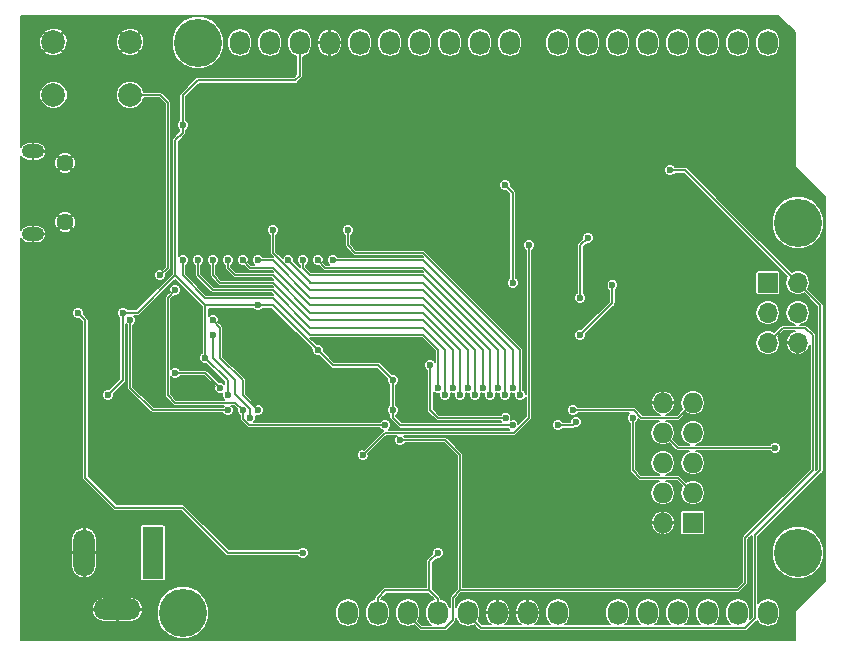
<source format=gbl>
G04 #@! TF.GenerationSoftware,KiCad,Pcbnew,(5.0.0-3-g5ebb6b6)*
G04 #@! TF.CreationDate,2018-11-17T18:38:13+08:00*
G04 #@! TF.ProjectId,M1DKv1-A3P060,4D31444B76312D4133503036302E6B69,rev?*
G04 #@! TF.SameCoordinates,Original*
G04 #@! TF.FileFunction,Copper,L2,Bot,Signal*
G04 #@! TF.FilePolarity,Positive*
%FSLAX46Y46*%
G04 Gerber Fmt 4.6, Leading zero omitted, Abs format (unit mm)*
G04 Created by KiCad (PCBNEW (5.0.0-3-g5ebb6b6)) date 2018 November 17, Saturday 18:38:13*
%MOMM*%
%LPD*%
G01*
G04 APERTURE LIST*
G04 #@! TA.AperFunction,ComponentPad*
%ADD10O,1.727200X2.032000*%
G04 #@! TD*
G04 #@! TA.AperFunction,ComponentPad*
%ADD11C,4.064000*%
G04 #@! TD*
G04 #@! TA.AperFunction,ComponentPad*
%ADD12R,1.700000X1.700000*%
G04 #@! TD*
G04 #@! TA.AperFunction,ComponentPad*
%ADD13O,1.700000X1.700000*%
G04 #@! TD*
G04 #@! TA.AperFunction,ComponentPad*
%ADD14R,1.727200X1.727200*%
G04 #@! TD*
G04 #@! TA.AperFunction,ComponentPad*
%ADD15O,1.727200X1.727200*%
G04 #@! TD*
G04 #@! TA.AperFunction,ComponentPad*
%ADD16C,1.450000*%
G04 #@! TD*
G04 #@! TA.AperFunction,ComponentPad*
%ADD17O,1.900000X1.200000*%
G04 #@! TD*
G04 #@! TA.AperFunction,ComponentPad*
%ADD18C,2.000000*%
G04 #@! TD*
G04 #@! TA.AperFunction,ComponentPad*
%ADD19O,4.000000X1.800000*%
G04 #@! TD*
G04 #@! TA.AperFunction,ComponentPad*
%ADD20O,1.800000X4.000000*%
G04 #@! TD*
G04 #@! TA.AperFunction,ComponentPad*
%ADD21R,1.800000X4.400000*%
G04 #@! TD*
G04 #@! TA.AperFunction,ViaPad*
%ADD22C,0.600000*%
G04 #@! TD*
G04 #@! TA.AperFunction,Conductor*
%ADD23C,0.177800*%
G04 #@! TD*
G04 #@! TA.AperFunction,Conductor*
%ADD24C,0.127000*%
G04 #@! TD*
G04 APERTURE END LIST*
D10*
G04 #@! TO.P,P1,1*
G04 #@! TO.N,N/C*
X138938000Y-123825000D03*
G04 #@! TO.P,P1,2*
G04 #@! TO.N,+3V3*
X141478000Y-123825000D03*
G04 #@! TO.P,P1,3*
G04 #@! TO.N,/~RESET*
X144018000Y-123825000D03*
G04 #@! TO.P,P1,4*
G04 #@! TO.N,+3V3*
X146558000Y-123825000D03*
G04 #@! TO.P,P1,5*
G04 #@! TO.N,+5V*
X149098000Y-123825000D03*
G04 #@! TO.P,P1,6*
G04 #@! TO.N,GND*
X151638000Y-123825000D03*
G04 #@! TO.P,P1,7*
X154178000Y-123825000D03*
G04 #@! TO.P,P1,8*
G04 #@! TO.N,+12V*
X156718000Y-123825000D03*
G04 #@! TD*
G04 #@! TO.P,P2,1*
G04 #@! TO.N,/A0*
X161798000Y-123825000D03*
G04 #@! TO.P,P2,2*
G04 #@! TO.N,/A1*
X164338000Y-123825000D03*
G04 #@! TO.P,P2,3*
G04 #@! TO.N,/A2*
X166878000Y-123825000D03*
G04 #@! TO.P,P2,4*
G04 #@! TO.N,/A3*
X169418000Y-123825000D03*
G04 #@! TO.P,P2,5*
G04 #@! TO.N,/A4*
X171958000Y-123825000D03*
G04 #@! TO.P,P2,6*
G04 #@! TO.N,/A5*
X174498000Y-123825000D03*
G04 #@! TD*
G04 #@! TO.P,P3,1*
G04 #@! TO.N,/SCL*
X129794000Y-75565000D03*
G04 #@! TO.P,P3,2*
G04 #@! TO.N,/SDA*
X132334000Y-75565000D03*
G04 #@! TO.P,P3,3*
G04 #@! TO.N,+3V3*
X134874000Y-75565000D03*
G04 #@! TO.P,P3,4*
G04 #@! TO.N,GND*
X137414000Y-75565000D03*
G04 #@! TO.P,P3,5*
G04 #@! TO.N,/13*
X139954000Y-75565000D03*
G04 #@! TO.P,P3,6*
G04 #@! TO.N,/12*
X142494000Y-75565000D03*
G04 #@! TO.P,P3,7*
G04 #@! TO.N,/11*
X145034000Y-75565000D03*
G04 #@! TO.P,P3,8*
G04 #@! TO.N,/10*
X147574000Y-75565000D03*
G04 #@! TO.P,P3,9*
G04 #@! TO.N,/9*
X150114000Y-75565000D03*
G04 #@! TO.P,P3,10*
G04 #@! TO.N,/8*
X152654000Y-75565000D03*
G04 #@! TD*
G04 #@! TO.P,P4,1*
G04 #@! TO.N,/7*
X156718000Y-75565000D03*
G04 #@! TO.P,P4,2*
G04 #@! TO.N,/6*
X159258000Y-75565000D03*
G04 #@! TO.P,P4,3*
G04 #@! TO.N,/5*
X161798000Y-75565000D03*
G04 #@! TO.P,P4,4*
G04 #@! TO.N,/4*
X164338000Y-75565000D03*
G04 #@! TO.P,P4,5*
G04 #@! TO.N,/3*
X166878000Y-75565000D03*
G04 #@! TO.P,P4,6*
G04 #@! TO.N,/2*
X169418000Y-75565000D03*
G04 #@! TO.P,P4,7*
G04 #@! TO.N,/1(Tx)*
X171958000Y-75565000D03*
G04 #@! TO.P,P4,8*
G04 #@! TO.N,/0(Rx)*
X174498000Y-75565000D03*
G04 #@! TD*
D11*
G04 #@! TO.P,P5,1*
G04 #@! TO.N,N/C*
X124968000Y-123825000D03*
G04 #@! TD*
G04 #@! TO.P,P6,1*
G04 #@! TO.N,N/C*
X177038000Y-118745000D03*
G04 #@! TD*
G04 #@! TO.P,P7,1*
G04 #@! TO.N,N/C*
X126238000Y-75565000D03*
G04 #@! TD*
G04 #@! TO.P,P8,1*
G04 #@! TO.N,N/C*
X177038000Y-90805000D03*
G04 #@! TD*
D12*
G04 #@! TO.P,J1,1*
G04 #@! TO.N,/SMISO*
X174498000Y-95885000D03*
D13*
G04 #@! TO.P,J1,2*
G04 #@! TO.N,+5V*
X177038000Y-95885000D03*
G04 #@! TO.P,J1,3*
G04 #@! TO.N,/SSCK*
X174498000Y-98425000D03*
G04 #@! TO.P,J1,4*
G04 #@! TO.N,/SMOSI*
X177038000Y-98425000D03*
G04 #@! TO.P,J1,5*
G04 #@! TO.N,/~RESET*
X174498000Y-100965000D03*
G04 #@! TO.P,J1,6*
G04 #@! TO.N,GND*
X177038000Y-100965000D03*
G04 #@! TD*
D14*
G04 #@! TO.P,J2,1*
G04 #@! TO.N,/FTCK*
X168148000Y-116205000D03*
D15*
G04 #@! TO.P,J2,2*
G04 #@! TO.N,GND*
X165608000Y-116205000D03*
G04 #@! TO.P,J2,3*
G04 #@! TO.N,/FTDO*
X168148000Y-113665000D03*
G04 #@! TO.P,J2,4*
G04 #@! TO.N,N/C*
X165608000Y-113665000D03*
G04 #@! TO.P,J2,5*
G04 #@! TO.N,/FTMS*
X168148000Y-111125000D03*
G04 #@! TO.P,J2,6*
G04 #@! TO.N,+3V3*
X165608000Y-111125000D03*
G04 #@! TO.P,J2,7*
G04 #@! TO.N,/FVPUMP*
X168148000Y-108585000D03*
G04 #@! TO.P,J2,8*
G04 #@! TO.N,/FTRST*
X165608000Y-108585000D03*
G04 #@! TO.P,J2,9*
G04 #@! TO.N,/FTDI*
X168148000Y-106045000D03*
G04 #@! TO.P,J2,10*
G04 #@! TO.N,GND*
X165608000Y-106045000D03*
G04 #@! TD*
D16*
G04 #@! TO.P,J4,6*
G04 #@! TO.N,GND*
X115000500Y-85765000D03*
X115000500Y-90765000D03*
D17*
X112300500Y-84765000D03*
X112300500Y-91765000D03*
G04 #@! TD*
D18*
G04 #@! TO.P,SW1,2*
G04 #@! TO.N,GND*
X120523000Y-75510000D03*
G04 #@! TO.P,SW1,1*
G04 #@! TO.N,/~RESET*
X120523000Y-80010000D03*
G04 #@! TO.P,SW1,2*
G04 #@! TO.N,GND*
X114023000Y-75510000D03*
G04 #@! TO.P,SW1,1*
G04 #@! TO.N,/~RESET*
X114023000Y-80010000D03*
G04 #@! TD*
D19*
G04 #@! TO.P,J5,3*
G04 #@! TO.N,GND*
X119428000Y-123545000D03*
D20*
G04 #@! TO.P,J5,2*
X116628000Y-118745000D03*
D21*
G04 #@! TO.P,J5,1*
G04 #@! TO.N,Net-(D7-Pad2)*
X122428000Y-118745000D03*
G04 #@! TD*
D22*
G04 #@! TO.N,GND*
X130683000Y-100965000D03*
X130048000Y-101600000D03*
X130048000Y-102870000D03*
X130683000Y-103505000D03*
X131953000Y-103505000D03*
X132588000Y-102870000D03*
X132588000Y-101600000D03*
X131318000Y-100330000D03*
X131318000Y-101600000D03*
X131318000Y-104140000D03*
X131318000Y-102870000D03*
G04 #@! TO.N,+5V*
X166243000Y-86360000D03*
X116078000Y-98425000D03*
X135128000Y-118745000D03*
G04 #@! TO.N,GND*
X161163000Y-107950000D03*
X161163000Y-99695000D03*
X162433000Y-111760000D03*
X160528000Y-94615000D03*
X152273000Y-95250000D03*
X166243000Y-88900000D03*
X163068000Y-93980000D03*
X168783000Y-86360000D03*
X163703000Y-86360000D03*
X175133000Y-105410000D03*
X176403000Y-105410000D03*
X175768000Y-104775000D03*
X178308000Y-113665000D03*
X178308000Y-114935000D03*
X178308000Y-116205000D03*
X177673000Y-115570000D03*
X177673000Y-114300000D03*
X177038000Y-114935000D03*
X176403000Y-115570000D03*
X175768000Y-116205000D03*
X138938000Y-101600000D03*
X138938000Y-104140000D03*
X135763000Y-102235000D03*
X152273000Y-111125000D03*
X166243000Y-79375000D03*
X156718000Y-114935000D03*
X166243000Y-82550000D03*
X168783000Y-82550000D03*
X163703000Y-82550000D03*
X149098000Y-95885000D03*
X150368000Y-95885000D03*
X151003000Y-96520000D03*
X149733000Y-96520000D03*
X150368000Y-97155000D03*
X151003000Y-97790000D03*
X151638000Y-98425000D03*
X152273000Y-99060000D03*
X152908000Y-99695000D03*
X152908000Y-98425000D03*
X152908000Y-97155000D03*
X152273000Y-96520000D03*
X151638000Y-97155000D03*
X152273000Y-97790000D03*
X153543000Y-99060000D03*
X153543000Y-100330000D03*
X151003000Y-95250000D03*
X149733000Y-95250000D03*
X148463000Y-95250000D03*
X126238000Y-99695000D03*
X125603000Y-100330000D03*
X125603000Y-102235000D03*
X126238000Y-101600000D03*
X126238000Y-102870000D03*
X126238000Y-104140000D03*
X124968000Y-104140000D03*
X128778000Y-108585000D03*
X137668000Y-109220000D03*
X153543000Y-106680000D03*
X131953000Y-102235000D03*
X130683000Y-102235000D03*
X129413000Y-102235000D03*
X133223000Y-102235000D03*
X131883686Y-100965000D03*
X153543000Y-97790000D03*
X153543000Y-96520000D03*
X154813000Y-96520000D03*
X154813000Y-97790000D03*
X155448000Y-97155000D03*
X156083000Y-96520000D03*
X157353000Y-96520000D03*
X157353000Y-97790000D03*
X156718000Y-97155000D03*
X156083000Y-97790000D03*
X157353000Y-99060000D03*
X157353000Y-100330000D03*
X157353000Y-101600000D03*
X157353000Y-102870000D03*
X157353000Y-104140000D03*
X156718000Y-104775000D03*
X156083000Y-105410000D03*
X155448000Y-106045000D03*
X154813000Y-106680000D03*
X154813000Y-105410000D03*
X154813000Y-104140000D03*
X154813000Y-102870000D03*
X154813000Y-101600000D03*
X154813000Y-100330000D03*
X154813000Y-99060000D03*
X155448000Y-98425000D03*
X155448000Y-99695000D03*
X155448000Y-100965000D03*
X155448000Y-102235000D03*
X155448000Y-103505000D03*
X155448000Y-104775000D03*
X156083000Y-104140000D03*
X156083000Y-102870000D03*
X156083000Y-101600000D03*
X156083000Y-100330000D03*
X156083000Y-99060000D03*
X156718000Y-98425000D03*
X156718000Y-99695000D03*
X156718000Y-100965000D03*
X156718000Y-102235000D03*
X156718000Y-103505000D03*
X144018000Y-91440000D03*
X144653000Y-92075000D03*
X145288000Y-92710000D03*
X145288000Y-91440000D03*
G04 #@! TO.N,+3V3*
X158623000Y-100330000D03*
X161343000Y-96100000D03*
X136398000Y-101600000D03*
X131318000Y-97790000D03*
X142748000Y-106680000D03*
X124968000Y-82550000D03*
X152908000Y-107950000D03*
X119888000Y-98425000D03*
X126873000Y-102235000D03*
X128778000Y-105410000D03*
X118618000Y-105410000D03*
X158273000Y-107665000D03*
X156718000Y-107950000D03*
X142748000Y-104140000D03*
X146558000Y-118745000D03*
G04 #@! TO.N,/13*
X154273000Y-92710000D03*
X140208000Y-110490000D03*
G04 #@! TO.N,/~RESET*
X123063000Y-95250000D03*
X124333000Y-96520000D03*
X130048000Y-106680000D03*
X142113000Y-107950000D03*
X143383000Y-109220000D03*
G04 #@! TO.N,+1V5*
X158623000Y-97155000D03*
X159258000Y-92075000D03*
X145923000Y-102870000D03*
X152273000Y-87630000D03*
X152908000Y-95885000D03*
X152302336Y-107344336D03*
G04 #@! TO.N,/FTDI*
X157988000Y-106680000D03*
G04 #@! TO.N,/FTDO*
X163068000Y-107315000D03*
G04 #@! TO.N,/FTRST*
X175133000Y-109855000D03*
G04 #@! TO.N,/CRST*
X128143000Y-104775000D03*
X124333000Y-103505000D03*
G04 #@! TO.N,/RA18*
X146558000Y-104775000D03*
X124968000Y-93980000D03*
G04 #@! TO.N,/RA16*
X147193000Y-105410000D03*
X126238000Y-93980000D03*
G04 #@! TO.N,/RA14*
X147828000Y-104775000D03*
X127508000Y-93980000D03*
G04 #@! TO.N,/RA12*
X148463000Y-105410000D03*
X128778000Y-93980000D03*
G04 #@! TO.N,/RA7*
X149098000Y-104775000D03*
X130048000Y-93980000D03*
G04 #@! TO.N,/RA6*
X149733000Y-105410000D03*
X131318000Y-93980000D03*
G04 #@! TO.N,/RA5*
X150368000Y-104775000D03*
X132588000Y-91440000D03*
G04 #@! TO.N,/RA4*
X151003000Y-105410000D03*
X133887336Y-93950664D03*
G04 #@! TO.N,/RA3*
X151638000Y-104775000D03*
X135128000Y-93980000D03*
G04 #@! TO.N,/RA2*
X152273000Y-105410000D03*
X136398000Y-93980000D03*
G04 #@! TO.N,/RA1*
X152908000Y-104775000D03*
X137668000Y-93980000D03*
G04 #@! TO.N,/RA0*
X153543000Y-105410000D03*
X138938000Y-91440000D03*
G04 #@! TO.N,Net-(R9-Pad2)*
X128778000Y-106680000D03*
X120523000Y-99060000D03*
G04 #@! TO.N,/RXL*
X131318000Y-106680000D03*
X127508000Y-99060000D03*
G04 #@! TO.N,/TXL*
X130683000Y-107315000D03*
X127508000Y-100330000D03*
G04 #@! TD*
D23*
G04 #@! TO.N,+5V*
X167513000Y-86360000D02*
X177038000Y-95885000D01*
X166243000Y-86360000D02*
X167513000Y-86360000D01*
X149098000Y-123977400D02*
X150215600Y-125095000D01*
X149098000Y-123825000D02*
X149098000Y-123977400D01*
X150215600Y-125095000D02*
X172593000Y-125095000D01*
X173418490Y-124269510D02*
X173418490Y-117284510D01*
X172593000Y-125095000D02*
X173418490Y-124269510D01*
X173418490Y-117284510D02*
X178943000Y-111760000D01*
X178943000Y-97790000D02*
X177038000Y-95885000D01*
X178943000Y-111760000D02*
X178943000Y-97790000D01*
X116078000Y-98425000D02*
X116713000Y-99060000D01*
X116713000Y-99060000D02*
X116713000Y-112395000D01*
X116713000Y-112395000D02*
X119253000Y-114935000D01*
X119253000Y-114935000D02*
X124968000Y-114935000D01*
X128778000Y-118745000D02*
X135128000Y-118745000D01*
X124968000Y-114935000D02*
X128778000Y-118745000D01*
G04 #@! TO.N,+3V3*
X161343000Y-97610000D02*
X158623000Y-100330000D01*
X161343000Y-96100000D02*
X161343000Y-97610000D01*
X136398000Y-101600000D02*
X137668000Y-102870000D01*
X141518000Y-102870000D02*
X142748000Y-104100000D01*
X137668000Y-102870000D02*
X141518000Y-102870000D01*
X131318000Y-97790000D02*
X132588000Y-97790000D01*
X132588000Y-97790000D02*
X136398000Y-101600000D01*
X131318000Y-97790000D02*
X126873000Y-97790000D01*
X126873000Y-97790000D02*
X124333000Y-95250000D01*
X124333000Y-95250000D02*
X124333000Y-83820000D01*
X124333000Y-83820000D02*
X124968000Y-83185000D01*
X124968000Y-80010000D02*
X126238000Y-78740000D01*
X126238000Y-78740000D02*
X134493000Y-78740000D01*
X124968000Y-82550000D02*
X124968000Y-80010000D01*
X124968000Y-83185000D02*
X124968000Y-82550000D01*
X143383000Y-107950000D02*
X142748000Y-107315000D01*
X142748000Y-107315000D02*
X142748000Y-106680000D01*
X152908000Y-107950000D02*
X143383000Y-107950000D01*
X134874000Y-78359000D02*
X134493000Y-78740000D01*
X134874000Y-75565000D02*
X134874000Y-78359000D01*
X121158000Y-98425000D02*
X124333000Y-95250000D01*
X119888000Y-98425000D02*
X121158000Y-98425000D01*
X126873000Y-102235000D02*
X126873000Y-97790000D01*
X126873000Y-102235000D02*
X128778000Y-104140000D01*
X128778000Y-104140000D02*
X128778000Y-105410000D01*
X119888000Y-104140000D02*
X118618000Y-105410000D01*
X119888000Y-98425000D02*
X119888000Y-104140000D01*
X146558000Y-122631200D02*
X145846800Y-121920000D01*
X146558000Y-123825000D02*
X146558000Y-122631200D01*
X145846800Y-121920000D02*
X142113000Y-121920000D01*
X141478000Y-122555000D02*
X141478000Y-123825000D01*
X142113000Y-121920000D02*
X141478000Y-122555000D01*
X157988000Y-107950000D02*
X158273000Y-107665000D01*
X156718000Y-107950000D02*
X157988000Y-107950000D01*
X142748000Y-104140000D02*
X142748000Y-104100000D01*
X142748000Y-106680000D02*
X142748000Y-104140000D01*
X145846800Y-119456200D02*
X146558000Y-118745000D01*
X145846800Y-121920000D02*
X145846800Y-119456200D01*
D24*
G04 #@! TO.N,/13*
X152998942Y-108585000D02*
X142113000Y-108585000D01*
X154273000Y-107310942D02*
X152998942Y-108585000D01*
X142113000Y-108585000D02*
X140208000Y-110490000D01*
X154273000Y-92710000D02*
X154273000Y-107310942D01*
G04 #@! TO.N,/~RESET*
X174498000Y-100965000D02*
X175768000Y-99695000D01*
X175768000Y-99695000D02*
X177673000Y-99695000D01*
X177673000Y-99695000D02*
X178308000Y-100330000D01*
X178308000Y-100330000D02*
X178308000Y-111760000D01*
X178308000Y-111760000D02*
X172593000Y-117475000D01*
X172593000Y-117475000D02*
X172593000Y-121285000D01*
X172593000Y-121285000D02*
X171958000Y-121920000D01*
X171958000Y-121920000D02*
X148463000Y-121920000D01*
X148463000Y-121920000D02*
X147828000Y-122555000D01*
X147828000Y-122555000D02*
X147828000Y-124460000D01*
X147828000Y-124460000D02*
X147193000Y-125095000D01*
X144018000Y-123977400D02*
X144018000Y-123825000D01*
X145135600Y-125095000D02*
X144018000Y-123977400D01*
X147193000Y-125095000D02*
X145135600Y-125095000D01*
X120523000Y-80010000D02*
X123063000Y-80010000D01*
X123063000Y-80010000D02*
X123698000Y-80645000D01*
X123698000Y-94615000D02*
X123063000Y-95250000D01*
X123698000Y-80645000D02*
X123698000Y-94615000D01*
X124333000Y-96520000D02*
X123698000Y-97155000D01*
X123698000Y-97155000D02*
X123698000Y-105410000D01*
X123698000Y-105410000D02*
X124333000Y-106045000D01*
X129413000Y-106045000D02*
X130048000Y-106680000D01*
X124333000Y-106045000D02*
X129413000Y-106045000D01*
X130048000Y-107405942D02*
X130592058Y-107950000D01*
X130048000Y-106680000D02*
X130048000Y-107405942D01*
X130592058Y-107950000D02*
X142113000Y-107950000D01*
X148463000Y-121920000D02*
X148463000Y-110490000D01*
X147193000Y-109220000D02*
X143383000Y-109220000D01*
X148463000Y-110490000D02*
X147193000Y-109220000D01*
D23*
G04 #@! TO.N,+1V5*
X158623000Y-92710000D02*
X158623000Y-97155000D01*
X159258000Y-92075000D02*
X158623000Y-92710000D01*
X152273000Y-87630000D02*
X152908000Y-88265000D01*
X152908000Y-88265000D02*
X152908000Y-95885000D01*
X145923000Y-106680000D02*
X145923000Y-102870000D01*
X146587336Y-107344336D02*
X145923000Y-106680000D01*
X152302336Y-107344336D02*
X146587336Y-107344336D01*
D24*
G04 #@! TO.N,/FTDI*
X163158942Y-106680000D02*
X163793942Y-107315000D01*
X157988000Y-106680000D02*
X163158942Y-106680000D01*
X166878000Y-107315000D02*
X168148000Y-106045000D01*
X163793942Y-107315000D02*
X166878000Y-107315000D01*
G04 #@! TO.N,/FTDO*
X163068000Y-107315000D02*
X163068000Y-111760000D01*
X163068000Y-111760000D02*
X163703000Y-112395000D01*
X163703000Y-112395000D02*
X166878000Y-112395000D01*
X166878000Y-112395000D02*
X168148000Y-113665000D01*
G04 #@! TO.N,/FTRST*
X175133000Y-109855000D02*
X166878000Y-109855000D01*
X166878000Y-109855000D02*
X165608000Y-108585000D01*
G04 #@! TO.N,/CRST*
X128143000Y-104775000D02*
X126873000Y-103505000D01*
X126873000Y-103505000D02*
X124333000Y-103505000D01*
G04 #@! TO.N,/RA18*
X146558000Y-104775000D02*
X146558000Y-101600000D01*
X146558000Y-101600000D02*
X145288000Y-100330000D01*
X132588000Y-97155000D02*
X126873000Y-97155000D01*
X124968000Y-95250000D02*
X124968000Y-93980000D01*
X126873000Y-97155000D02*
X124968000Y-95250000D01*
X145288000Y-100330000D02*
X135763000Y-100330000D01*
X135763000Y-100330000D02*
X132588000Y-97155000D01*
G04 #@! TO.N,/RA16*
X147193000Y-105410000D02*
X147193000Y-101600000D01*
X147193000Y-101600000D02*
X145288000Y-99695000D01*
X132588000Y-96520000D02*
X127508000Y-96520000D01*
X127508000Y-96520000D02*
X126238000Y-95250000D01*
X126238000Y-95250000D02*
X126238000Y-93980000D01*
X135763000Y-99695000D02*
X132588000Y-96520000D01*
X145288000Y-99695000D02*
X135763000Y-99695000D01*
G04 #@! TO.N,/RA14*
X147828000Y-104775000D02*
X147828000Y-101600000D01*
X147828000Y-101600000D02*
X145288000Y-99060000D01*
X132588000Y-95885000D02*
X128143000Y-95885000D01*
X127508000Y-95250000D02*
X127508000Y-93980000D01*
X128143000Y-95885000D02*
X127508000Y-95250000D01*
X132588000Y-95885000D02*
X135763000Y-99060000D01*
X135763000Y-99060000D02*
X145288000Y-99060000D01*
G04 #@! TO.N,/RA12*
X148463000Y-105410000D02*
X148463000Y-101600000D01*
X148463000Y-101600000D02*
X145288000Y-98425000D01*
X145288000Y-98425000D02*
X135763000Y-98425000D01*
X135763000Y-98425000D02*
X132588000Y-95250000D01*
X132588000Y-95250000D02*
X129413000Y-95250000D01*
X128778000Y-94615000D02*
X128778000Y-93980000D01*
X129413000Y-95250000D02*
X128778000Y-94615000D01*
G04 #@! TO.N,/RA7*
X149098000Y-104775000D02*
X149098000Y-101600000D01*
X149098000Y-101600000D02*
X145288000Y-97790000D01*
X145288000Y-97790000D02*
X135763000Y-97790000D01*
X135763000Y-97790000D02*
X132588000Y-94615000D01*
X130683000Y-94615000D02*
X130048000Y-93980000D01*
X132588000Y-94615000D02*
X130683000Y-94615000D01*
G04 #@! TO.N,/RA6*
X149733000Y-105410000D02*
X149733000Y-101600000D01*
X149733000Y-101600000D02*
X145288000Y-97155000D01*
X132588000Y-93980000D02*
X131318000Y-93980000D01*
X135763000Y-97155000D02*
X132588000Y-93980000D01*
X145288000Y-97155000D02*
X135763000Y-97155000D01*
G04 #@! TO.N,/RA5*
X150368000Y-104775000D02*
X150368000Y-101600000D01*
X150368000Y-101600000D02*
X145288000Y-96520000D01*
X145288000Y-96520000D02*
X135763000Y-96520000D01*
X132588000Y-93345000D02*
X132588000Y-91440000D01*
X135763000Y-96520000D02*
X132588000Y-93345000D01*
G04 #@! TO.N,/RA4*
X151003000Y-105410000D02*
X151003000Y-101600000D01*
X151003000Y-101600000D02*
X145288000Y-95885000D01*
X145288000Y-95885000D02*
X135763000Y-95885000D01*
X135763000Y-95826328D02*
X133887336Y-93950664D01*
X135763000Y-95885000D02*
X135763000Y-95826328D01*
G04 #@! TO.N,/RA3*
X151638000Y-104775000D02*
X151638000Y-101600000D01*
X151638000Y-101600000D02*
X145288000Y-95250000D01*
X145288000Y-95250000D02*
X135763000Y-95250000D01*
X135763000Y-95250000D02*
X135128000Y-94615000D01*
X135128000Y-94615000D02*
X135128000Y-93980000D01*
G04 #@! TO.N,/RA2*
X152273000Y-105410000D02*
X152273000Y-101600000D01*
X152273000Y-101600000D02*
X145288000Y-94615000D01*
X145288000Y-94615000D02*
X137033000Y-94615000D01*
X137033000Y-94615000D02*
X136398000Y-93980000D01*
G04 #@! TO.N,/RA1*
X152908000Y-104775000D02*
X152908000Y-101600000D01*
X152908000Y-101600000D02*
X145288000Y-93980000D01*
X145288000Y-93980000D02*
X137668000Y-93980000D01*
G04 #@! TO.N,/RA0*
X153543000Y-105410000D02*
X153543000Y-101600000D01*
X153543000Y-101600000D02*
X145288000Y-93345000D01*
X145288000Y-93345000D02*
X139573000Y-93345000D01*
X138938000Y-92710000D02*
X138938000Y-91440000D01*
X139573000Y-93345000D02*
X138938000Y-92710000D01*
G04 #@! TO.N,Net-(R9-Pad2)*
X128778000Y-106680000D02*
X122428000Y-106680000D01*
X120523000Y-104775000D02*
X120523000Y-99060000D01*
X122428000Y-106680000D02*
X120523000Y-104775000D01*
G04 #@! TO.N,/RXL*
X131318000Y-106680000D02*
X130048000Y-105410000D01*
X130048000Y-105410000D02*
X130048000Y-104415776D01*
X130048000Y-104415776D02*
X130048000Y-104140000D01*
X130048000Y-104140000D02*
X128143000Y-102235000D01*
X128143000Y-102235000D02*
X128143000Y-99695000D01*
X128143000Y-99695000D02*
X127508000Y-99060000D01*
G04 #@! TO.N,/TXL*
X130683000Y-106589058D02*
X129413000Y-105319058D01*
X130683000Y-107315000D02*
X130683000Y-106589058D01*
X129413000Y-105319058D02*
X129413000Y-104140000D01*
X127508000Y-102235000D02*
X127508000Y-100330000D01*
X129413000Y-104140000D02*
X127508000Y-102235000D01*
G04 #@! TD*
G04 #@! TO.N,GND*
G36*
X176772501Y-74658975D02*
X176772500Y-85952853D01*
X176767299Y-85979000D01*
X176772500Y-86005146D01*
X176787905Y-86082592D01*
X176846585Y-86170415D01*
X176868756Y-86185229D01*
X179312501Y-88628975D01*
X179312500Y-121175026D01*
X176868754Y-123618773D01*
X176846586Y-123633585D01*
X176831775Y-123655752D01*
X176787905Y-123721408D01*
X176767299Y-123825000D01*
X176772501Y-123851152D01*
X176772500Y-126099500D01*
X111263500Y-126099500D01*
X111263500Y-123740633D01*
X117255192Y-123740633D01*
X117310790Y-123938850D01*
X117538940Y-124298139D01*
X117887217Y-124542770D01*
X118302600Y-124635500D01*
X119402600Y-124635500D01*
X119402600Y-123570400D01*
X119453400Y-123570400D01*
X119453400Y-124635500D01*
X120553400Y-124635500D01*
X120968783Y-124542770D01*
X121317060Y-124298139D01*
X121545210Y-123938850D01*
X121600808Y-123740633D01*
X121570566Y-123570400D01*
X119453400Y-123570400D01*
X119402600Y-123570400D01*
X117285434Y-123570400D01*
X117255192Y-123740633D01*
X111263500Y-123740633D01*
X111263500Y-123349367D01*
X117255192Y-123349367D01*
X117285434Y-123519600D01*
X119402600Y-123519600D01*
X119402600Y-122454500D01*
X119453400Y-122454500D01*
X119453400Y-123519600D01*
X121570566Y-123519600D01*
X121594847Y-123382917D01*
X122745500Y-123382917D01*
X122745500Y-124267083D01*
X123083856Y-125083945D01*
X123709055Y-125709144D01*
X124525917Y-126047500D01*
X125410083Y-126047500D01*
X126226945Y-125709144D01*
X126852144Y-125083945D01*
X127190500Y-124267083D01*
X127190500Y-123568782D01*
X137883900Y-123568782D01*
X137883900Y-124081219D01*
X137945060Y-124388689D01*
X138178037Y-124737364D01*
X138526712Y-124970340D01*
X138938000Y-125052151D01*
X139349289Y-124970340D01*
X139697964Y-124737364D01*
X139930940Y-124388688D01*
X139992100Y-124081218D01*
X139992100Y-123568781D01*
X139930940Y-123261311D01*
X139697964Y-122912636D01*
X139349288Y-122679660D01*
X138938000Y-122597849D01*
X138526711Y-122679660D01*
X138178036Y-122912636D01*
X137945060Y-123261312D01*
X137883900Y-123568782D01*
X127190500Y-123568782D01*
X127190500Y-123382917D01*
X126852144Y-122566055D01*
X126226945Y-121940856D01*
X125410083Y-121602500D01*
X124525917Y-121602500D01*
X123709055Y-121940856D01*
X123083856Y-122566055D01*
X122745500Y-123382917D01*
X121594847Y-123382917D01*
X121600808Y-123349367D01*
X121545210Y-123151150D01*
X121317060Y-122791861D01*
X120968783Y-122547230D01*
X120553400Y-122454500D01*
X119453400Y-122454500D01*
X119402600Y-122454500D01*
X118302600Y-122454500D01*
X117887217Y-122547230D01*
X117538940Y-122791861D01*
X117310790Y-123151150D01*
X117255192Y-123349367D01*
X111263500Y-123349367D01*
X111263500Y-118770400D01*
X115537500Y-118770400D01*
X115537500Y-119870400D01*
X115630230Y-120285783D01*
X115874861Y-120634060D01*
X116234150Y-120862210D01*
X116432367Y-120917808D01*
X116602600Y-120887566D01*
X116602600Y-118770400D01*
X116653400Y-118770400D01*
X116653400Y-120887566D01*
X116823633Y-120917808D01*
X117021850Y-120862210D01*
X117381139Y-120634060D01*
X117625770Y-120285783D01*
X117718500Y-119870400D01*
X117718500Y-118770400D01*
X116653400Y-118770400D01*
X116602600Y-118770400D01*
X115537500Y-118770400D01*
X111263500Y-118770400D01*
X111263500Y-117619600D01*
X115537500Y-117619600D01*
X115537500Y-118719600D01*
X116602600Y-118719600D01*
X116602600Y-116602434D01*
X116653400Y-116602434D01*
X116653400Y-118719600D01*
X117718500Y-118719600D01*
X117718500Y-117619600D01*
X117625770Y-117204217D01*
X117381139Y-116855940D01*
X117021850Y-116627790D01*
X116823633Y-116572192D01*
X116653400Y-116602434D01*
X116602600Y-116602434D01*
X116432367Y-116572192D01*
X116234150Y-116627790D01*
X115874861Y-116855940D01*
X115630230Y-117204217D01*
X115537500Y-117619600D01*
X111263500Y-117619600D01*
X111263500Y-116545000D01*
X121333768Y-116545000D01*
X121333768Y-120945000D01*
X121348553Y-121019329D01*
X121390657Y-121082343D01*
X121453671Y-121124447D01*
X121528000Y-121139232D01*
X123328000Y-121139232D01*
X123402329Y-121124447D01*
X123465343Y-121082343D01*
X123507447Y-121019329D01*
X123522232Y-120945000D01*
X123522232Y-116545000D01*
X123507447Y-116470671D01*
X123465343Y-116407657D01*
X123402329Y-116365553D01*
X123328000Y-116350768D01*
X121528000Y-116350768D01*
X121453671Y-116365553D01*
X121390657Y-116407657D01*
X121348553Y-116470671D01*
X121333768Y-116545000D01*
X111263500Y-116545000D01*
X111263500Y-98327434D01*
X115587500Y-98327434D01*
X115587500Y-98522566D01*
X115662175Y-98702846D01*
X115800154Y-98840825D01*
X115980434Y-98915500D01*
X116173369Y-98915500D01*
X116433600Y-99175732D01*
X116433601Y-112367482D01*
X116428127Y-112395000D01*
X116447842Y-112494106D01*
X116449813Y-112504016D01*
X116511565Y-112596436D01*
X116534893Y-112612023D01*
X119035977Y-115113108D01*
X119051564Y-115136436D01*
X119143984Y-115198188D01*
X119225486Y-115214400D01*
X119252999Y-115219873D01*
X119280512Y-115214400D01*
X124852270Y-115214400D01*
X128560979Y-118923111D01*
X128576564Y-118946436D01*
X128599889Y-118962021D01*
X128668984Y-119008188D01*
X128778000Y-119029873D01*
X128805514Y-119024400D01*
X134713729Y-119024400D01*
X134850154Y-119160825D01*
X135030434Y-119235500D01*
X135225566Y-119235500D01*
X135405846Y-119160825D01*
X135543825Y-119022846D01*
X135618500Y-118842566D01*
X135618500Y-118647434D01*
X135543825Y-118467154D01*
X135405846Y-118329175D01*
X135225566Y-118254500D01*
X135030434Y-118254500D01*
X134850154Y-118329175D01*
X134713729Y-118465600D01*
X128893732Y-118465600D01*
X125185025Y-114756895D01*
X125169436Y-114733564D01*
X125077016Y-114671812D01*
X124995514Y-114655600D01*
X124995513Y-114655600D01*
X124968000Y-114650127D01*
X124940487Y-114655600D01*
X119368731Y-114655600D01*
X116992400Y-112279270D01*
X116992400Y-105312434D01*
X118127500Y-105312434D01*
X118127500Y-105507566D01*
X118202175Y-105687846D01*
X118340154Y-105825825D01*
X118520434Y-105900500D01*
X118715566Y-105900500D01*
X118895846Y-105825825D01*
X119033825Y-105687846D01*
X119108500Y-105507566D01*
X119108500Y-105314630D01*
X120066108Y-104357023D01*
X120089436Y-104341436D01*
X120151188Y-104249016D01*
X120167400Y-104167514D01*
X120167400Y-104167513D01*
X120172873Y-104140001D01*
X120167400Y-104112486D01*
X120167400Y-99398071D01*
X120245154Y-99475825D01*
X120269001Y-99485703D01*
X120269000Y-104749984D01*
X120264024Y-104775000D01*
X120269000Y-104800016D01*
X120283737Y-104874105D01*
X120339876Y-104958124D01*
X120361089Y-104972298D01*
X122230704Y-106841914D01*
X122244876Y-106863124D01*
X122328893Y-106919262D01*
X122328894Y-106919263D01*
X122428000Y-106938976D01*
X122453017Y-106934000D01*
X128352298Y-106934000D01*
X128362175Y-106957846D01*
X128500154Y-107095825D01*
X128680434Y-107170500D01*
X128875566Y-107170500D01*
X129055846Y-107095825D01*
X129193825Y-106957846D01*
X129268500Y-106777566D01*
X129268500Y-106582434D01*
X129193825Y-106402154D01*
X129090671Y-106299000D01*
X129307791Y-106299000D01*
X129567378Y-106558588D01*
X129557500Y-106582434D01*
X129557500Y-106777566D01*
X129632175Y-106957846D01*
X129770154Y-107095825D01*
X129794001Y-107105703D01*
X129794001Y-107380921D01*
X129789024Y-107405942D01*
X129808737Y-107505047D01*
X129813580Y-107512295D01*
X129864877Y-107589066D01*
X129886087Y-107603238D01*
X130394762Y-108111914D01*
X130408934Y-108133124D01*
X130492952Y-108189263D01*
X130567041Y-108204000D01*
X130567042Y-108204000D01*
X130592057Y-108208976D01*
X130617072Y-108204000D01*
X141687298Y-108204000D01*
X141697175Y-108227846D01*
X141835154Y-108365825D01*
X141928209Y-108404370D01*
X141915705Y-108423085D01*
X140329413Y-110009378D01*
X140305566Y-109999500D01*
X140110434Y-109999500D01*
X139930154Y-110074175D01*
X139792175Y-110212154D01*
X139717500Y-110392434D01*
X139717500Y-110587566D01*
X139792175Y-110767846D01*
X139930154Y-110905825D01*
X140110434Y-110980500D01*
X140305566Y-110980500D01*
X140485846Y-110905825D01*
X140623825Y-110767846D01*
X140698500Y-110587566D01*
X140698500Y-110392434D01*
X140688622Y-110368587D01*
X142218210Y-108839000D01*
X143070329Y-108839000D01*
X142967175Y-108942154D01*
X142892500Y-109122434D01*
X142892500Y-109317566D01*
X142967175Y-109497846D01*
X143105154Y-109635825D01*
X143285434Y-109710500D01*
X143480566Y-109710500D01*
X143660846Y-109635825D01*
X143798825Y-109497846D01*
X143808702Y-109474000D01*
X147087791Y-109474000D01*
X148209001Y-110595211D01*
X148209000Y-121814789D01*
X147666089Y-122357702D01*
X147644876Y-122371876D01*
X147606197Y-122429764D01*
X147588737Y-122455895D01*
X147569024Y-122555000D01*
X147574000Y-122580016D01*
X147574000Y-123377242D01*
X147550940Y-123261311D01*
X147317964Y-122912636D01*
X146969288Y-122679660D01*
X146838412Y-122653627D01*
X146842873Y-122631200D01*
X146821188Y-122522184D01*
X146775021Y-122453089D01*
X146759436Y-122429764D01*
X146736111Y-122414179D01*
X146126200Y-121804270D01*
X146126200Y-119571930D01*
X146462631Y-119235500D01*
X146655566Y-119235500D01*
X146835846Y-119160825D01*
X146973825Y-119022846D01*
X147048500Y-118842566D01*
X147048500Y-118647434D01*
X146973825Y-118467154D01*
X146835846Y-118329175D01*
X146655566Y-118254500D01*
X146460434Y-118254500D01*
X146280154Y-118329175D01*
X146142175Y-118467154D01*
X146067500Y-118647434D01*
X146067500Y-118840369D01*
X145668693Y-119239177D01*
X145645365Y-119254764D01*
X145583613Y-119347184D01*
X145561927Y-119456200D01*
X145567401Y-119483718D01*
X145567400Y-121640600D01*
X142140514Y-121640600D01*
X142113000Y-121635127D01*
X142085486Y-121640600D01*
X142003984Y-121656812D01*
X141911564Y-121718564D01*
X141895979Y-121741889D01*
X141299895Y-122337975D01*
X141276564Y-122353564D01*
X141214812Y-122445985D01*
X141212841Y-122455895D01*
X141193127Y-122555000D01*
X141198600Y-122582513D01*
X141198600Y-122653425D01*
X141066711Y-122679660D01*
X140718036Y-122912636D01*
X140485060Y-123261312D01*
X140423900Y-123568782D01*
X140423900Y-124081219D01*
X140485060Y-124388689D01*
X140718037Y-124737364D01*
X141066712Y-124970340D01*
X141478000Y-125052151D01*
X141889289Y-124970340D01*
X142237964Y-124737364D01*
X142470940Y-124388688D01*
X142532100Y-124081218D01*
X142532100Y-123568781D01*
X142470940Y-123261311D01*
X142237964Y-122912636D01*
X141889288Y-122679660D01*
X141771834Y-122656297D01*
X142228732Y-122199400D01*
X145731070Y-122199400D01*
X146200608Y-122668939D01*
X146146711Y-122679660D01*
X145798036Y-122912636D01*
X145565060Y-123261312D01*
X145503900Y-123568782D01*
X145503900Y-124081219D01*
X145565060Y-124388689D01*
X145798037Y-124737364D01*
X145953140Y-124841000D01*
X145240810Y-124841000D01*
X144921843Y-124522033D01*
X145010940Y-124388688D01*
X145072100Y-124081218D01*
X145072100Y-123568781D01*
X145010940Y-123261311D01*
X144777964Y-122912636D01*
X144429288Y-122679660D01*
X144018000Y-122597849D01*
X143606711Y-122679660D01*
X143258036Y-122912636D01*
X143025060Y-123261312D01*
X142963900Y-123568782D01*
X142963900Y-124081219D01*
X143025060Y-124388689D01*
X143258037Y-124737364D01*
X143606712Y-124970340D01*
X144018000Y-125052151D01*
X144429289Y-124970340D01*
X144562633Y-124881243D01*
X144938304Y-125256914D01*
X144952476Y-125278124D01*
X145036494Y-125334263D01*
X145110583Y-125349000D01*
X145110584Y-125349000D01*
X145135599Y-125353976D01*
X145160614Y-125349000D01*
X147167984Y-125349000D01*
X147193000Y-125353976D01*
X147218016Y-125349000D01*
X147218017Y-125349000D01*
X147292106Y-125334263D01*
X147376124Y-125278124D01*
X147390298Y-125256911D01*
X147989917Y-124657294D01*
X148011124Y-124643124D01*
X148067263Y-124559106D01*
X148082000Y-124485017D01*
X148086976Y-124460000D01*
X148082000Y-124434983D01*
X148082000Y-124272759D01*
X148105060Y-124388689D01*
X148338037Y-124737364D01*
X148686712Y-124970340D01*
X149098000Y-125052151D01*
X149509289Y-124970340D01*
X149621100Y-124895631D01*
X149998577Y-125273108D01*
X150014164Y-125296436D01*
X150106584Y-125358188D01*
X150188086Y-125374400D01*
X150215599Y-125379873D01*
X150243112Y-125374400D01*
X172565487Y-125374400D01*
X172593000Y-125379873D01*
X172620513Y-125374400D01*
X172620514Y-125374400D01*
X172702016Y-125358188D01*
X172794436Y-125296436D01*
X172810025Y-125273105D01*
X173580916Y-124502215D01*
X173738037Y-124737364D01*
X174086712Y-124970340D01*
X174498000Y-125052151D01*
X174909289Y-124970340D01*
X175257964Y-124737364D01*
X175490940Y-124388688D01*
X175552100Y-124081218D01*
X175552100Y-123568781D01*
X175490940Y-123261311D01*
X175257964Y-122912636D01*
X174909288Y-122679660D01*
X174498000Y-122597849D01*
X174086711Y-122679660D01*
X173738036Y-122912636D01*
X173697890Y-122972719D01*
X173697890Y-118302917D01*
X174815500Y-118302917D01*
X174815500Y-119187083D01*
X175153856Y-120003945D01*
X175779055Y-120629144D01*
X176595917Y-120967500D01*
X177480083Y-120967500D01*
X178296945Y-120629144D01*
X178922144Y-120003945D01*
X179260500Y-119187083D01*
X179260500Y-118302917D01*
X178922144Y-117486055D01*
X178296945Y-116860856D01*
X177480083Y-116522500D01*
X176595917Y-116522500D01*
X175779055Y-116860856D01*
X175153856Y-117486055D01*
X174815500Y-118302917D01*
X173697890Y-118302917D01*
X173697890Y-117400240D01*
X179121108Y-111977023D01*
X179144436Y-111961436D01*
X179206188Y-111869016D01*
X179222400Y-111787514D01*
X179222400Y-111787513D01*
X179227873Y-111760000D01*
X179222400Y-111732487D01*
X179222400Y-97817514D01*
X179227873Y-97790000D01*
X179206188Y-97680984D01*
X179160021Y-97611889D01*
X179144436Y-97588564D01*
X179121111Y-97572979D01*
X177946425Y-96398295D01*
X178018129Y-96290983D01*
X178098884Y-95885000D01*
X178018129Y-95479017D01*
X177788158Y-95134842D01*
X177443983Y-94904871D01*
X177140477Y-94844500D01*
X176935523Y-94844500D01*
X176632017Y-94904871D01*
X176524705Y-94976574D01*
X171911048Y-90362917D01*
X174815500Y-90362917D01*
X174815500Y-91247083D01*
X175153856Y-92063945D01*
X175779055Y-92689144D01*
X176595917Y-93027500D01*
X177480083Y-93027500D01*
X178296945Y-92689144D01*
X178922144Y-92063945D01*
X179260500Y-91247083D01*
X179260500Y-90362917D01*
X178922144Y-89546055D01*
X178296945Y-88920856D01*
X177480083Y-88582500D01*
X176595917Y-88582500D01*
X175779055Y-88920856D01*
X175153856Y-89546055D01*
X174815500Y-90362917D01*
X171911048Y-90362917D01*
X167730025Y-86181895D01*
X167714436Y-86158564D01*
X167622016Y-86096812D01*
X167540514Y-86080600D01*
X167540513Y-86080600D01*
X167513000Y-86075127D01*
X167485487Y-86080600D01*
X166657271Y-86080600D01*
X166520846Y-85944175D01*
X166340566Y-85869500D01*
X166145434Y-85869500D01*
X165965154Y-85944175D01*
X165827175Y-86082154D01*
X165752500Y-86262434D01*
X165752500Y-86457566D01*
X165827175Y-86637846D01*
X165965154Y-86775825D01*
X166145434Y-86850500D01*
X166340566Y-86850500D01*
X166520846Y-86775825D01*
X166657271Y-86639400D01*
X167397270Y-86639400D01*
X176129574Y-95371705D01*
X176057871Y-95479017D01*
X175977116Y-95885000D01*
X176057871Y-96290983D01*
X176287842Y-96635158D01*
X176632017Y-96865129D01*
X176935523Y-96925500D01*
X177140477Y-96925500D01*
X177443983Y-96865129D01*
X177551295Y-96793425D01*
X178663601Y-97905733D01*
X178663600Y-111644269D01*
X178563806Y-111744063D01*
X178562000Y-111734983D01*
X178562000Y-100355017D01*
X178566976Y-100330000D01*
X178547263Y-100230894D01*
X178505295Y-100168084D01*
X178505294Y-100168083D01*
X178491124Y-100146876D01*
X178469917Y-100132706D01*
X177870298Y-99533089D01*
X177856124Y-99511876D01*
X177772106Y-99455737D01*
X177698017Y-99441000D01*
X177698016Y-99441000D01*
X177673000Y-99436024D01*
X177647984Y-99441000D01*
X177263647Y-99441000D01*
X177443983Y-99405129D01*
X177788158Y-99175158D01*
X178018129Y-98830983D01*
X178098884Y-98425000D01*
X178018129Y-98019017D01*
X177788158Y-97674842D01*
X177443983Y-97444871D01*
X177140477Y-97384500D01*
X176935523Y-97384500D01*
X176632017Y-97444871D01*
X176287842Y-97674842D01*
X176057871Y-98019017D01*
X175977116Y-98425000D01*
X176057871Y-98830983D01*
X176287842Y-99175158D01*
X176632017Y-99405129D01*
X176812353Y-99441000D01*
X175793014Y-99441000D01*
X175767999Y-99436024D01*
X175742984Y-99441000D01*
X175742983Y-99441000D01*
X175668894Y-99455737D01*
X175584876Y-99511876D01*
X175570704Y-99533086D01*
X175032828Y-100070963D01*
X174903983Y-99984871D01*
X174600477Y-99924500D01*
X174395523Y-99924500D01*
X174092017Y-99984871D01*
X173747842Y-100214842D01*
X173517871Y-100559017D01*
X173437116Y-100965000D01*
X173517871Y-101370983D01*
X173747842Y-101715158D01*
X174092017Y-101945129D01*
X174395523Y-102005500D01*
X174600477Y-102005500D01*
X174903983Y-101945129D01*
X175248158Y-101715158D01*
X175478129Y-101370983D01*
X175521526Y-101152809D01*
X176014590Y-101152809D01*
X176020619Y-101183130D01*
X176181537Y-101555861D01*
X176472844Y-101838639D01*
X176850191Y-101988413D01*
X177012600Y-101957568D01*
X177012600Y-100990400D01*
X176045450Y-100990400D01*
X176014590Y-101152809D01*
X175521526Y-101152809D01*
X175558884Y-100965000D01*
X175478129Y-100559017D01*
X175392037Y-100430172D01*
X175873210Y-99949000D01*
X176831514Y-99949000D01*
X176472844Y-100091361D01*
X176181537Y-100374139D01*
X176020619Y-100746870D01*
X176014590Y-100777191D01*
X176045450Y-100939600D01*
X177012600Y-100939600D01*
X177012600Y-100919600D01*
X177063400Y-100919600D01*
X177063400Y-100939600D01*
X177083400Y-100939600D01*
X177083400Y-100990400D01*
X177063400Y-100990400D01*
X177063400Y-101957568D01*
X177225809Y-101988413D01*
X177603156Y-101838639D01*
X177894463Y-101555861D01*
X178054000Y-101186329D01*
X178054001Y-111654788D01*
X172431089Y-117277702D01*
X172409876Y-117291876D01*
X172353738Y-117375894D01*
X172353737Y-117375895D01*
X172334024Y-117475000D01*
X172339000Y-117500016D01*
X172339001Y-121179788D01*
X171852791Y-121666000D01*
X148717000Y-121666000D01*
X148717000Y-116394937D01*
X164571153Y-116394937D01*
X164577390Y-116426307D01*
X164740531Y-116803858D01*
X165035736Y-117090239D01*
X165418063Y-117241850D01*
X165582600Y-117211172D01*
X165582600Y-116230400D01*
X165633400Y-116230400D01*
X165633400Y-117211172D01*
X165797937Y-117241850D01*
X166180264Y-117090239D01*
X166475469Y-116803858D01*
X166638610Y-116426307D01*
X166644847Y-116394937D01*
X166614154Y-116230400D01*
X165633400Y-116230400D01*
X165582600Y-116230400D01*
X164601846Y-116230400D01*
X164571153Y-116394937D01*
X148717000Y-116394937D01*
X148717000Y-116015063D01*
X164571153Y-116015063D01*
X164601846Y-116179600D01*
X165582600Y-116179600D01*
X165582600Y-115198828D01*
X165633400Y-115198828D01*
X165633400Y-116179600D01*
X166614154Y-116179600D01*
X166644847Y-116015063D01*
X166638610Y-115983693D01*
X166475469Y-115606142D01*
X166202570Y-115341400D01*
X167090168Y-115341400D01*
X167090168Y-117068600D01*
X167104953Y-117142929D01*
X167147057Y-117205943D01*
X167210071Y-117248047D01*
X167284400Y-117262832D01*
X169011600Y-117262832D01*
X169085929Y-117248047D01*
X169148943Y-117205943D01*
X169191047Y-117142929D01*
X169205832Y-117068600D01*
X169205832Y-115341400D01*
X169191047Y-115267071D01*
X169148943Y-115204057D01*
X169085929Y-115161953D01*
X169011600Y-115147168D01*
X167284400Y-115147168D01*
X167210071Y-115161953D01*
X167147057Y-115204057D01*
X167104953Y-115267071D01*
X167090168Y-115341400D01*
X166202570Y-115341400D01*
X166180264Y-115319761D01*
X165797937Y-115168150D01*
X165633400Y-115198828D01*
X165582600Y-115198828D01*
X165418063Y-115168150D01*
X165035736Y-115319761D01*
X164740531Y-115606142D01*
X164577390Y-115983693D01*
X164571153Y-116015063D01*
X148717000Y-116015063D01*
X148717000Y-110515014D01*
X148721976Y-110489999D01*
X148702569Y-110392434D01*
X148702263Y-110390894D01*
X148646124Y-110306876D01*
X148624914Y-110292704D01*
X147390298Y-109058089D01*
X147376124Y-109036876D01*
X147292106Y-108980737D01*
X147218017Y-108966000D01*
X147218016Y-108966000D01*
X147193000Y-108961024D01*
X147167984Y-108966000D01*
X143808702Y-108966000D01*
X143798825Y-108942154D01*
X143695671Y-108839000D01*
X152973926Y-108839000D01*
X152998942Y-108843976D01*
X153023958Y-108839000D01*
X153023959Y-108839000D01*
X153098048Y-108824263D01*
X153182066Y-108768124D01*
X153196240Y-108746911D01*
X154090717Y-107852434D01*
X156227500Y-107852434D01*
X156227500Y-108047566D01*
X156302175Y-108227846D01*
X156440154Y-108365825D01*
X156620434Y-108440500D01*
X156815566Y-108440500D01*
X156995846Y-108365825D01*
X157132271Y-108229400D01*
X157960487Y-108229400D01*
X157988000Y-108234873D01*
X158015513Y-108229400D01*
X158015514Y-108229400D01*
X158097016Y-108213188D01*
X158183354Y-108155500D01*
X158370566Y-108155500D01*
X158550846Y-108080825D01*
X158688825Y-107942846D01*
X158763500Y-107762566D01*
X158763500Y-107567434D01*
X158688825Y-107387154D01*
X158550846Y-107249175D01*
X158370566Y-107174500D01*
X158175434Y-107174500D01*
X157995154Y-107249175D01*
X157857175Y-107387154D01*
X157782500Y-107567434D01*
X157782500Y-107670600D01*
X157132271Y-107670600D01*
X156995846Y-107534175D01*
X156815566Y-107459500D01*
X156620434Y-107459500D01*
X156440154Y-107534175D01*
X156302175Y-107672154D01*
X156227500Y-107852434D01*
X154090717Y-107852434D01*
X154434914Y-107508238D01*
X154456124Y-107494066D01*
X154512263Y-107410048D01*
X154527000Y-107335959D01*
X154527000Y-107335958D01*
X154531976Y-107310943D01*
X154527000Y-107285928D01*
X154527000Y-106582434D01*
X157497500Y-106582434D01*
X157497500Y-106777566D01*
X157572175Y-106957846D01*
X157710154Y-107095825D01*
X157890434Y-107170500D01*
X158085566Y-107170500D01*
X158265846Y-107095825D01*
X158403825Y-106957846D01*
X158413702Y-106934000D01*
X162755329Y-106934000D01*
X162652175Y-107037154D01*
X162577500Y-107217434D01*
X162577500Y-107412566D01*
X162652175Y-107592846D01*
X162790154Y-107730825D01*
X162814000Y-107740702D01*
X162814001Y-111734979D01*
X162809024Y-111760000D01*
X162828737Y-111859105D01*
X162835360Y-111869017D01*
X162884877Y-111943124D01*
X162906087Y-111957296D01*
X163505706Y-112556917D01*
X163519876Y-112578124D01*
X163541083Y-112592294D01*
X163541084Y-112592295D01*
X163603894Y-112634263D01*
X163703000Y-112653976D01*
X163728017Y-112649000D01*
X165312641Y-112649000D01*
X165196711Y-112672060D01*
X164848036Y-112905036D01*
X164615060Y-113253711D01*
X164533249Y-113665000D01*
X164615060Y-114076289D01*
X164848036Y-114424964D01*
X165196711Y-114657940D01*
X165504181Y-114719100D01*
X165711819Y-114719100D01*
X166019289Y-114657940D01*
X166367964Y-114424964D01*
X166600940Y-114076289D01*
X166682751Y-113665000D01*
X166600940Y-113253711D01*
X166367964Y-112905036D01*
X166019289Y-112672060D01*
X165903359Y-112649000D01*
X166772791Y-112649000D01*
X167244157Y-113120367D01*
X167155060Y-113253711D01*
X167073249Y-113665000D01*
X167155060Y-114076289D01*
X167388036Y-114424964D01*
X167736711Y-114657940D01*
X168044181Y-114719100D01*
X168251819Y-114719100D01*
X168559289Y-114657940D01*
X168907964Y-114424964D01*
X169140940Y-114076289D01*
X169222751Y-113665000D01*
X169140940Y-113253711D01*
X168907964Y-112905036D01*
X168559289Y-112672060D01*
X168251819Y-112610900D01*
X168044181Y-112610900D01*
X167736711Y-112672060D01*
X167603367Y-112761157D01*
X167075298Y-112233089D01*
X167061124Y-112211876D01*
X166977106Y-112155737D01*
X166903017Y-112141000D01*
X166903016Y-112141000D01*
X166878000Y-112136024D01*
X166852984Y-112141000D01*
X165903359Y-112141000D01*
X166019289Y-112117940D01*
X166367964Y-111884964D01*
X166600940Y-111536289D01*
X166682751Y-111125000D01*
X166600940Y-110713711D01*
X166367964Y-110365036D01*
X166019289Y-110132060D01*
X165711819Y-110070900D01*
X165504181Y-110070900D01*
X165196711Y-110132060D01*
X164848036Y-110365036D01*
X164615060Y-110713711D01*
X164533249Y-111125000D01*
X164615060Y-111536289D01*
X164848036Y-111884964D01*
X165196711Y-112117940D01*
X165312641Y-112141000D01*
X163808211Y-112141000D01*
X163322000Y-111654791D01*
X163322000Y-107740702D01*
X163345846Y-107730825D01*
X163483825Y-107592846D01*
X163550825Y-107431094D01*
X163596648Y-107476917D01*
X163610818Y-107498124D01*
X163632025Y-107512294D01*
X163632026Y-107512295D01*
X163659871Y-107530900D01*
X163694836Y-107554263D01*
X163730496Y-107561356D01*
X163793942Y-107573976D01*
X163818959Y-107569000D01*
X165312641Y-107569000D01*
X165196711Y-107592060D01*
X164848036Y-107825036D01*
X164615060Y-108173711D01*
X164533249Y-108585000D01*
X164615060Y-108996289D01*
X164848036Y-109344964D01*
X165196711Y-109577940D01*
X165504181Y-109639100D01*
X165711819Y-109639100D01*
X166019289Y-109577940D01*
X166152633Y-109488843D01*
X166680704Y-110016914D01*
X166694876Y-110038124D01*
X166778894Y-110094263D01*
X166852983Y-110109000D01*
X166852984Y-110109000D01*
X166877999Y-110113976D01*
X166903014Y-110109000D01*
X167852641Y-110109000D01*
X167736711Y-110132060D01*
X167388036Y-110365036D01*
X167155060Y-110713711D01*
X167073249Y-111125000D01*
X167155060Y-111536289D01*
X167388036Y-111884964D01*
X167736711Y-112117940D01*
X168044181Y-112179100D01*
X168251819Y-112179100D01*
X168559289Y-112117940D01*
X168907964Y-111884964D01*
X169140940Y-111536289D01*
X169222751Y-111125000D01*
X169140940Y-110713711D01*
X168907964Y-110365036D01*
X168559289Y-110132060D01*
X168443359Y-110109000D01*
X174707298Y-110109000D01*
X174717175Y-110132846D01*
X174855154Y-110270825D01*
X175035434Y-110345500D01*
X175230566Y-110345500D01*
X175410846Y-110270825D01*
X175548825Y-110132846D01*
X175623500Y-109952566D01*
X175623500Y-109757434D01*
X175548825Y-109577154D01*
X175410846Y-109439175D01*
X175230566Y-109364500D01*
X175035434Y-109364500D01*
X174855154Y-109439175D01*
X174717175Y-109577154D01*
X174707298Y-109601000D01*
X168443359Y-109601000D01*
X168559289Y-109577940D01*
X168907964Y-109344964D01*
X169140940Y-108996289D01*
X169222751Y-108585000D01*
X169140940Y-108173711D01*
X168907964Y-107825036D01*
X168559289Y-107592060D01*
X168251819Y-107530900D01*
X168044181Y-107530900D01*
X167736711Y-107592060D01*
X167388036Y-107825036D01*
X167155060Y-108173711D01*
X167073249Y-108585000D01*
X167155060Y-108996289D01*
X167388036Y-109344964D01*
X167736711Y-109577940D01*
X167852641Y-109601000D01*
X166983210Y-109601000D01*
X166511843Y-109129633D01*
X166600940Y-108996289D01*
X166682751Y-108585000D01*
X166600940Y-108173711D01*
X166367964Y-107825036D01*
X166019289Y-107592060D01*
X165903359Y-107569000D01*
X166852984Y-107569000D01*
X166878000Y-107573976D01*
X166903016Y-107569000D01*
X166903017Y-107569000D01*
X166977106Y-107554263D01*
X167061124Y-107498124D01*
X167075298Y-107476911D01*
X167603367Y-106948843D01*
X167736711Y-107037940D01*
X168044181Y-107099100D01*
X168251819Y-107099100D01*
X168559289Y-107037940D01*
X168907964Y-106804964D01*
X169140940Y-106456289D01*
X169222751Y-106045000D01*
X169140940Y-105633711D01*
X168907964Y-105285036D01*
X168559289Y-105052060D01*
X168251819Y-104990900D01*
X168044181Y-104990900D01*
X167736711Y-105052060D01*
X167388036Y-105285036D01*
X167155060Y-105633711D01*
X167073249Y-106045000D01*
X167155060Y-106456289D01*
X167244157Y-106589633D01*
X166772791Y-107061000D01*
X165850516Y-107061000D01*
X166180264Y-106930239D01*
X166475469Y-106643858D01*
X166638610Y-106266307D01*
X166644847Y-106234937D01*
X166614154Y-106070400D01*
X165633400Y-106070400D01*
X165633400Y-106090400D01*
X165582600Y-106090400D01*
X165582600Y-106070400D01*
X164601846Y-106070400D01*
X164571153Y-106234937D01*
X164577390Y-106266307D01*
X164740531Y-106643858D01*
X165035736Y-106930239D01*
X165365484Y-107061000D01*
X163899153Y-107061000D01*
X163356240Y-106518089D01*
X163342066Y-106496876D01*
X163258048Y-106440737D01*
X163183959Y-106426000D01*
X163183958Y-106426000D01*
X163158942Y-106421024D01*
X163133926Y-106426000D01*
X158413702Y-106426000D01*
X158403825Y-106402154D01*
X158265846Y-106264175D01*
X158085566Y-106189500D01*
X157890434Y-106189500D01*
X157710154Y-106264175D01*
X157572175Y-106402154D01*
X157497500Y-106582434D01*
X154527000Y-106582434D01*
X154527000Y-105855063D01*
X164571153Y-105855063D01*
X164601846Y-106019600D01*
X165582600Y-106019600D01*
X165582600Y-105038828D01*
X165633400Y-105038828D01*
X165633400Y-106019600D01*
X166614154Y-106019600D01*
X166644847Y-105855063D01*
X166638610Y-105823693D01*
X166475469Y-105446142D01*
X166180264Y-105159761D01*
X165797937Y-105008150D01*
X165633400Y-105038828D01*
X165582600Y-105038828D01*
X165418063Y-105008150D01*
X165035736Y-105159761D01*
X164740531Y-105446142D01*
X164577390Y-105823693D01*
X164571153Y-105855063D01*
X154527000Y-105855063D01*
X154527000Y-100232434D01*
X158132500Y-100232434D01*
X158132500Y-100427566D01*
X158207175Y-100607846D01*
X158345154Y-100745825D01*
X158525434Y-100820500D01*
X158720566Y-100820500D01*
X158900846Y-100745825D01*
X159038825Y-100607846D01*
X159113500Y-100427566D01*
X159113500Y-100234630D01*
X160923131Y-98425000D01*
X173437116Y-98425000D01*
X173517871Y-98830983D01*
X173747842Y-99175158D01*
X174092017Y-99405129D01*
X174395523Y-99465500D01*
X174600477Y-99465500D01*
X174903983Y-99405129D01*
X175248158Y-99175158D01*
X175478129Y-98830983D01*
X175558884Y-98425000D01*
X175478129Y-98019017D01*
X175248158Y-97674842D01*
X174903983Y-97444871D01*
X174600477Y-97384500D01*
X174395523Y-97384500D01*
X174092017Y-97444871D01*
X173747842Y-97674842D01*
X173517871Y-98019017D01*
X173437116Y-98425000D01*
X160923131Y-98425000D01*
X161521111Y-97827021D01*
X161544436Y-97811436D01*
X161606188Y-97719016D01*
X161622400Y-97637514D01*
X161627873Y-97610000D01*
X161622400Y-97582486D01*
X161622400Y-96514271D01*
X161758825Y-96377846D01*
X161833500Y-96197566D01*
X161833500Y-96002434D01*
X161758825Y-95822154D01*
X161620846Y-95684175D01*
X161440566Y-95609500D01*
X161245434Y-95609500D01*
X161065154Y-95684175D01*
X160927175Y-95822154D01*
X160852500Y-96002434D01*
X160852500Y-96197566D01*
X160927175Y-96377846D01*
X161063600Y-96514271D01*
X161063601Y-97494267D01*
X158718370Y-99839500D01*
X158525434Y-99839500D01*
X158345154Y-99914175D01*
X158207175Y-100052154D01*
X158132500Y-100232434D01*
X154527000Y-100232434D01*
X154527000Y-97057434D01*
X158132500Y-97057434D01*
X158132500Y-97252566D01*
X158207175Y-97432846D01*
X158345154Y-97570825D01*
X158525434Y-97645500D01*
X158720566Y-97645500D01*
X158900846Y-97570825D01*
X159038825Y-97432846D01*
X159113500Y-97252566D01*
X159113500Y-97057434D01*
X159038825Y-96877154D01*
X158902400Y-96740729D01*
X158902400Y-95035000D01*
X173453768Y-95035000D01*
X173453768Y-96735000D01*
X173468553Y-96809329D01*
X173510657Y-96872343D01*
X173573671Y-96914447D01*
X173648000Y-96929232D01*
X175348000Y-96929232D01*
X175422329Y-96914447D01*
X175485343Y-96872343D01*
X175527447Y-96809329D01*
X175542232Y-96735000D01*
X175542232Y-95035000D01*
X175527447Y-94960671D01*
X175485343Y-94897657D01*
X175422329Y-94855553D01*
X175348000Y-94840768D01*
X173648000Y-94840768D01*
X173573671Y-94855553D01*
X173510657Y-94897657D01*
X173468553Y-94960671D01*
X173453768Y-95035000D01*
X158902400Y-95035000D01*
X158902400Y-92825730D01*
X159162631Y-92565500D01*
X159355566Y-92565500D01*
X159535846Y-92490825D01*
X159673825Y-92352846D01*
X159748500Y-92172566D01*
X159748500Y-91977434D01*
X159673825Y-91797154D01*
X159535846Y-91659175D01*
X159355566Y-91584500D01*
X159160434Y-91584500D01*
X158980154Y-91659175D01*
X158842175Y-91797154D01*
X158767500Y-91977434D01*
X158767500Y-92170369D01*
X158444895Y-92492975D01*
X158421564Y-92508564D01*
X158359812Y-92600985D01*
X158357841Y-92610895D01*
X158338127Y-92710000D01*
X158343600Y-92737513D01*
X158343601Y-96740728D01*
X158207175Y-96877154D01*
X158132500Y-97057434D01*
X154527000Y-97057434D01*
X154527000Y-93135702D01*
X154550846Y-93125825D01*
X154688825Y-92987846D01*
X154763500Y-92807566D01*
X154763500Y-92612434D01*
X154688825Y-92432154D01*
X154550846Y-92294175D01*
X154370566Y-92219500D01*
X154175434Y-92219500D01*
X153995154Y-92294175D01*
X153857175Y-92432154D01*
X153782500Y-92612434D01*
X153782500Y-92807566D01*
X153857175Y-92987846D01*
X153995154Y-93125825D01*
X154019000Y-93135702D01*
X154019001Y-105277430D01*
X153958825Y-105132154D01*
X153820846Y-104994175D01*
X153797000Y-104984298D01*
X153797000Y-101625016D01*
X153801976Y-101600000D01*
X153782263Y-101500894D01*
X153775641Y-101490984D01*
X153726124Y-101416876D01*
X153704914Y-101402704D01*
X145485298Y-93183089D01*
X145471124Y-93161876D01*
X145387106Y-93105737D01*
X145313017Y-93091000D01*
X145313016Y-93091000D01*
X145288000Y-93086024D01*
X145262984Y-93091000D01*
X139678211Y-93091000D01*
X139192000Y-92604791D01*
X139192000Y-91865702D01*
X139215846Y-91855825D01*
X139353825Y-91717846D01*
X139428500Y-91537566D01*
X139428500Y-91342434D01*
X139353825Y-91162154D01*
X139215846Y-91024175D01*
X139035566Y-90949500D01*
X138840434Y-90949500D01*
X138660154Y-91024175D01*
X138522175Y-91162154D01*
X138447500Y-91342434D01*
X138447500Y-91537566D01*
X138522175Y-91717846D01*
X138660154Y-91855825D01*
X138684001Y-91865703D01*
X138684000Y-92684983D01*
X138679024Y-92710000D01*
X138684000Y-92735016D01*
X138698737Y-92809105D01*
X138754876Y-92893124D01*
X138776089Y-92907298D01*
X139375706Y-93506917D01*
X139389876Y-93528124D01*
X139411083Y-93542294D01*
X139411084Y-93542295D01*
X139473894Y-93584263D01*
X139573000Y-93603976D01*
X139598017Y-93599000D01*
X145182791Y-93599000D01*
X145308990Y-93725199D01*
X145288000Y-93721024D01*
X145262984Y-93726000D01*
X138093702Y-93726000D01*
X138083825Y-93702154D01*
X137945846Y-93564175D01*
X137765566Y-93489500D01*
X137570434Y-93489500D01*
X137390154Y-93564175D01*
X137252175Y-93702154D01*
X137177500Y-93882434D01*
X137177500Y-94077566D01*
X137252175Y-94257846D01*
X137355329Y-94361000D01*
X137138211Y-94361000D01*
X136878622Y-94101412D01*
X136888500Y-94077566D01*
X136888500Y-93882434D01*
X136813825Y-93702154D01*
X136675846Y-93564175D01*
X136495566Y-93489500D01*
X136300434Y-93489500D01*
X136120154Y-93564175D01*
X135982175Y-93702154D01*
X135907500Y-93882434D01*
X135907500Y-94077566D01*
X135982175Y-94257846D01*
X136120154Y-94395825D01*
X136300434Y-94470500D01*
X136495566Y-94470500D01*
X136519412Y-94460622D01*
X136835705Y-94776916D01*
X136849876Y-94798124D01*
X136871083Y-94812294D01*
X136871084Y-94812295D01*
X136933894Y-94854263D01*
X137033000Y-94873976D01*
X137058017Y-94869000D01*
X145182791Y-94869000D01*
X145308990Y-94995199D01*
X145288000Y-94991024D01*
X145262984Y-94996000D01*
X135868211Y-94996000D01*
X135382000Y-94509791D01*
X135382000Y-94405702D01*
X135405846Y-94395825D01*
X135543825Y-94257846D01*
X135618500Y-94077566D01*
X135618500Y-93882434D01*
X135543825Y-93702154D01*
X135405846Y-93564175D01*
X135225566Y-93489500D01*
X135030434Y-93489500D01*
X134850154Y-93564175D01*
X134712175Y-93702154D01*
X134637500Y-93882434D01*
X134637500Y-94077566D01*
X134712175Y-94257846D01*
X134850154Y-94395825D01*
X134874000Y-94405703D01*
X134874000Y-94578119D01*
X134367958Y-94072077D01*
X134377836Y-94048230D01*
X134377836Y-93853098D01*
X134303161Y-93672818D01*
X134165182Y-93534839D01*
X133984902Y-93460164D01*
X133789770Y-93460164D01*
X133609490Y-93534839D01*
X133471511Y-93672818D01*
X133413962Y-93811753D01*
X132842000Y-93239791D01*
X132842000Y-91865702D01*
X132865846Y-91855825D01*
X133003825Y-91717846D01*
X133078500Y-91537566D01*
X133078500Y-91342434D01*
X133003825Y-91162154D01*
X132865846Y-91024175D01*
X132685566Y-90949500D01*
X132490434Y-90949500D01*
X132310154Y-91024175D01*
X132172175Y-91162154D01*
X132097500Y-91342434D01*
X132097500Y-91537566D01*
X132172175Y-91717846D01*
X132310154Y-91855825D01*
X132334001Y-91865703D01*
X132334000Y-93319984D01*
X132329024Y-93345000D01*
X132334000Y-93370016D01*
X132348737Y-93444105D01*
X132404876Y-93528124D01*
X132426089Y-93542298D01*
X132608990Y-93725199D01*
X132588000Y-93721024D01*
X132562984Y-93726000D01*
X131743702Y-93726000D01*
X131733825Y-93702154D01*
X131595846Y-93564175D01*
X131415566Y-93489500D01*
X131220434Y-93489500D01*
X131040154Y-93564175D01*
X130902175Y-93702154D01*
X130827500Y-93882434D01*
X130827500Y-94077566D01*
X130902175Y-94257846D01*
X131005329Y-94361000D01*
X130788211Y-94361000D01*
X130528622Y-94101412D01*
X130538500Y-94077566D01*
X130538500Y-93882434D01*
X130463825Y-93702154D01*
X130325846Y-93564175D01*
X130145566Y-93489500D01*
X129950434Y-93489500D01*
X129770154Y-93564175D01*
X129632175Y-93702154D01*
X129557500Y-93882434D01*
X129557500Y-94077566D01*
X129632175Y-94257846D01*
X129770154Y-94395825D01*
X129950434Y-94470500D01*
X130145566Y-94470500D01*
X130169412Y-94460622D01*
X130485705Y-94776916D01*
X130499876Y-94798124D01*
X130521083Y-94812294D01*
X130521084Y-94812295D01*
X130583894Y-94854263D01*
X130683000Y-94873976D01*
X130708017Y-94869000D01*
X132482791Y-94869000D01*
X132608990Y-94995199D01*
X132588000Y-94991024D01*
X132562984Y-94996000D01*
X129518211Y-94996000D01*
X129032000Y-94509791D01*
X129032000Y-94405702D01*
X129055846Y-94395825D01*
X129193825Y-94257846D01*
X129268500Y-94077566D01*
X129268500Y-93882434D01*
X129193825Y-93702154D01*
X129055846Y-93564175D01*
X128875566Y-93489500D01*
X128680434Y-93489500D01*
X128500154Y-93564175D01*
X128362175Y-93702154D01*
X128287500Y-93882434D01*
X128287500Y-94077566D01*
X128362175Y-94257846D01*
X128500154Y-94395825D01*
X128524000Y-94405703D01*
X128524000Y-94589983D01*
X128519024Y-94615000D01*
X128524000Y-94640016D01*
X128538737Y-94714105D01*
X128594876Y-94798124D01*
X128616089Y-94812298D01*
X129215706Y-95411917D01*
X129229876Y-95433124D01*
X129251083Y-95447294D01*
X129251084Y-95447295D01*
X129313894Y-95489263D01*
X129413000Y-95508976D01*
X129438017Y-95504000D01*
X132482791Y-95504000D01*
X132608990Y-95630199D01*
X132588000Y-95626024D01*
X132562984Y-95631000D01*
X128248211Y-95631000D01*
X127762000Y-95144791D01*
X127762000Y-94405702D01*
X127785846Y-94395825D01*
X127923825Y-94257846D01*
X127998500Y-94077566D01*
X127998500Y-93882434D01*
X127923825Y-93702154D01*
X127785846Y-93564175D01*
X127605566Y-93489500D01*
X127410434Y-93489500D01*
X127230154Y-93564175D01*
X127092175Y-93702154D01*
X127017500Y-93882434D01*
X127017500Y-94077566D01*
X127092175Y-94257846D01*
X127230154Y-94395825D01*
X127254001Y-94405703D01*
X127254000Y-95224984D01*
X127249024Y-95250000D01*
X127254000Y-95275016D01*
X127268737Y-95349105D01*
X127324876Y-95433124D01*
X127346089Y-95447298D01*
X127945706Y-96046917D01*
X127959876Y-96068124D01*
X127981083Y-96082294D01*
X127981084Y-96082295D01*
X128043894Y-96124263D01*
X128143000Y-96143976D01*
X128168017Y-96139000D01*
X132482791Y-96139000D01*
X132608990Y-96265199D01*
X132588000Y-96261024D01*
X132562984Y-96266000D01*
X127613210Y-96266000D01*
X126492000Y-95144791D01*
X126492000Y-94405702D01*
X126515846Y-94395825D01*
X126653825Y-94257846D01*
X126728500Y-94077566D01*
X126728500Y-93882434D01*
X126653825Y-93702154D01*
X126515846Y-93564175D01*
X126335566Y-93489500D01*
X126140434Y-93489500D01*
X125960154Y-93564175D01*
X125822175Y-93702154D01*
X125747500Y-93882434D01*
X125747500Y-94077566D01*
X125822175Y-94257846D01*
X125960154Y-94395825D01*
X125984001Y-94405703D01*
X125984000Y-95224984D01*
X125979024Y-95250000D01*
X125984000Y-95275016D01*
X125998737Y-95349105D01*
X126054876Y-95433124D01*
X126076089Y-95447298D01*
X127310704Y-96681914D01*
X127324876Y-96703124D01*
X127408894Y-96759263D01*
X127482983Y-96774000D01*
X127482984Y-96774000D01*
X127507999Y-96778976D01*
X127533014Y-96774000D01*
X132482791Y-96774000D01*
X132608990Y-96900199D01*
X132588000Y-96896024D01*
X132562984Y-96901000D01*
X126978210Y-96901000D01*
X125222000Y-95144791D01*
X125222000Y-94405702D01*
X125245846Y-94395825D01*
X125383825Y-94257846D01*
X125458500Y-94077566D01*
X125458500Y-93882434D01*
X125383825Y-93702154D01*
X125245846Y-93564175D01*
X125065566Y-93489500D01*
X124870434Y-93489500D01*
X124690154Y-93564175D01*
X124612400Y-93641929D01*
X124612400Y-87532434D01*
X151782500Y-87532434D01*
X151782500Y-87727566D01*
X151857175Y-87907846D01*
X151995154Y-88045825D01*
X152175434Y-88120500D01*
X152368369Y-88120500D01*
X152628600Y-88380732D01*
X152628601Y-95470728D01*
X152492175Y-95607154D01*
X152417500Y-95787434D01*
X152417500Y-95982566D01*
X152492175Y-96162846D01*
X152630154Y-96300825D01*
X152810434Y-96375500D01*
X153005566Y-96375500D01*
X153185846Y-96300825D01*
X153323825Y-96162846D01*
X153398500Y-95982566D01*
X153398500Y-95787434D01*
X153323825Y-95607154D01*
X153187400Y-95470729D01*
X153187400Y-88292514D01*
X153192873Y-88265000D01*
X153171188Y-88155984D01*
X153125021Y-88086889D01*
X153109436Y-88063564D01*
X153086111Y-88047979D01*
X152763500Y-87725369D01*
X152763500Y-87532434D01*
X152688825Y-87352154D01*
X152550846Y-87214175D01*
X152370566Y-87139500D01*
X152175434Y-87139500D01*
X151995154Y-87214175D01*
X151857175Y-87352154D01*
X151782500Y-87532434D01*
X124612400Y-87532434D01*
X124612400Y-83935730D01*
X125146111Y-83402021D01*
X125169436Y-83386436D01*
X125231188Y-83294016D01*
X125247400Y-83212514D01*
X125247400Y-83212513D01*
X125252873Y-83185000D01*
X125247400Y-83157486D01*
X125247400Y-82964271D01*
X125383825Y-82827846D01*
X125458500Y-82647566D01*
X125458500Y-82452434D01*
X125383825Y-82272154D01*
X125247400Y-82135729D01*
X125247400Y-80125730D01*
X126353731Y-79019400D01*
X134465487Y-79019400D01*
X134493000Y-79024873D01*
X134520513Y-79019400D01*
X134520514Y-79019400D01*
X134602016Y-79003188D01*
X134694436Y-78941436D01*
X134710025Y-78918105D01*
X135052108Y-78576023D01*
X135075436Y-78560436D01*
X135137188Y-78468016D01*
X135153400Y-78386514D01*
X135158873Y-78359001D01*
X135153400Y-78331488D01*
X135153400Y-76736575D01*
X135285289Y-76710340D01*
X135633964Y-76477364D01*
X135866940Y-76128688D01*
X135928100Y-75821218D01*
X135928100Y-75590400D01*
X136359900Y-75590400D01*
X136359900Y-75742800D01*
X136449859Y-76144253D01*
X136686599Y-76480722D01*
X137034080Y-76700982D01*
X137224063Y-76754247D01*
X137388600Y-76723554D01*
X137388600Y-75590400D01*
X137439400Y-75590400D01*
X137439400Y-76723554D01*
X137603937Y-76754247D01*
X137793920Y-76700982D01*
X138141401Y-76480722D01*
X138378141Y-76144253D01*
X138468100Y-75742800D01*
X138468100Y-75590400D01*
X137439400Y-75590400D01*
X137388600Y-75590400D01*
X136359900Y-75590400D01*
X135928100Y-75590400D01*
X135928100Y-75387200D01*
X136359900Y-75387200D01*
X136359900Y-75539600D01*
X137388600Y-75539600D01*
X137388600Y-74406446D01*
X137439400Y-74406446D01*
X137439400Y-75539600D01*
X138468100Y-75539600D01*
X138468100Y-75387200D01*
X138450528Y-75308782D01*
X138899900Y-75308782D01*
X138899900Y-75821219D01*
X138961060Y-76128689D01*
X139194037Y-76477364D01*
X139542712Y-76710340D01*
X139954000Y-76792151D01*
X140365289Y-76710340D01*
X140713964Y-76477364D01*
X140946940Y-76128688D01*
X141008100Y-75821218D01*
X141008100Y-75308782D01*
X141439900Y-75308782D01*
X141439900Y-75821219D01*
X141501060Y-76128689D01*
X141734037Y-76477364D01*
X142082712Y-76710340D01*
X142494000Y-76792151D01*
X142905289Y-76710340D01*
X143253964Y-76477364D01*
X143486940Y-76128688D01*
X143548100Y-75821218D01*
X143548100Y-75308782D01*
X143979900Y-75308782D01*
X143979900Y-75821219D01*
X144041060Y-76128689D01*
X144274037Y-76477364D01*
X144622712Y-76710340D01*
X145034000Y-76792151D01*
X145445289Y-76710340D01*
X145793964Y-76477364D01*
X146026940Y-76128688D01*
X146088100Y-75821218D01*
X146088100Y-75308782D01*
X146519900Y-75308782D01*
X146519900Y-75821219D01*
X146581060Y-76128689D01*
X146814037Y-76477364D01*
X147162712Y-76710340D01*
X147574000Y-76792151D01*
X147985289Y-76710340D01*
X148333964Y-76477364D01*
X148566940Y-76128688D01*
X148628100Y-75821218D01*
X148628100Y-75308782D01*
X149059900Y-75308782D01*
X149059900Y-75821219D01*
X149121060Y-76128689D01*
X149354037Y-76477364D01*
X149702712Y-76710340D01*
X150114000Y-76792151D01*
X150525289Y-76710340D01*
X150873964Y-76477364D01*
X151106940Y-76128688D01*
X151168100Y-75821218D01*
X151168100Y-75308782D01*
X151599900Y-75308782D01*
X151599900Y-75821219D01*
X151661060Y-76128689D01*
X151894037Y-76477364D01*
X152242712Y-76710340D01*
X152654000Y-76792151D01*
X153065289Y-76710340D01*
X153413964Y-76477364D01*
X153646940Y-76128688D01*
X153708100Y-75821218D01*
X153708100Y-75308782D01*
X155663900Y-75308782D01*
X155663900Y-75821219D01*
X155725060Y-76128689D01*
X155958037Y-76477364D01*
X156306712Y-76710340D01*
X156718000Y-76792151D01*
X157129289Y-76710340D01*
X157477964Y-76477364D01*
X157710940Y-76128688D01*
X157772100Y-75821218D01*
X157772100Y-75308782D01*
X158203900Y-75308782D01*
X158203900Y-75821219D01*
X158265060Y-76128689D01*
X158498037Y-76477364D01*
X158846712Y-76710340D01*
X159258000Y-76792151D01*
X159669289Y-76710340D01*
X160017964Y-76477364D01*
X160250940Y-76128688D01*
X160312100Y-75821218D01*
X160312100Y-75308782D01*
X160743900Y-75308782D01*
X160743900Y-75821219D01*
X160805060Y-76128689D01*
X161038037Y-76477364D01*
X161386712Y-76710340D01*
X161798000Y-76792151D01*
X162209289Y-76710340D01*
X162557964Y-76477364D01*
X162790940Y-76128688D01*
X162852100Y-75821218D01*
X162852100Y-75308782D01*
X163283900Y-75308782D01*
X163283900Y-75821219D01*
X163345060Y-76128689D01*
X163578037Y-76477364D01*
X163926712Y-76710340D01*
X164338000Y-76792151D01*
X164749289Y-76710340D01*
X165097964Y-76477364D01*
X165330940Y-76128688D01*
X165392100Y-75821218D01*
X165392100Y-75308782D01*
X165823900Y-75308782D01*
X165823900Y-75821219D01*
X165885060Y-76128689D01*
X166118037Y-76477364D01*
X166466712Y-76710340D01*
X166878000Y-76792151D01*
X167289289Y-76710340D01*
X167637964Y-76477364D01*
X167870940Y-76128688D01*
X167932100Y-75821218D01*
X167932100Y-75308782D01*
X168363900Y-75308782D01*
X168363900Y-75821219D01*
X168425060Y-76128689D01*
X168658037Y-76477364D01*
X169006712Y-76710340D01*
X169418000Y-76792151D01*
X169829289Y-76710340D01*
X170177964Y-76477364D01*
X170410940Y-76128688D01*
X170472100Y-75821218D01*
X170472100Y-75308782D01*
X170903900Y-75308782D01*
X170903900Y-75821219D01*
X170965060Y-76128689D01*
X171198037Y-76477364D01*
X171546712Y-76710340D01*
X171958000Y-76792151D01*
X172369289Y-76710340D01*
X172717964Y-76477364D01*
X172950940Y-76128688D01*
X173012100Y-75821218D01*
X173012100Y-75308782D01*
X173443900Y-75308782D01*
X173443900Y-75821219D01*
X173505060Y-76128689D01*
X173738037Y-76477364D01*
X174086712Y-76710340D01*
X174498000Y-76792151D01*
X174909289Y-76710340D01*
X175257964Y-76477364D01*
X175490940Y-76128688D01*
X175552100Y-75821218D01*
X175552100Y-75308781D01*
X175490940Y-75001311D01*
X175257964Y-74652636D01*
X174909288Y-74419660D01*
X174498000Y-74337849D01*
X174086711Y-74419660D01*
X173738036Y-74652636D01*
X173505060Y-75001312D01*
X173443900Y-75308782D01*
X173012100Y-75308782D01*
X173012100Y-75308781D01*
X172950940Y-75001311D01*
X172717964Y-74652636D01*
X172369288Y-74419660D01*
X171958000Y-74337849D01*
X171546711Y-74419660D01*
X171198036Y-74652636D01*
X170965060Y-75001312D01*
X170903900Y-75308782D01*
X170472100Y-75308782D01*
X170472100Y-75308781D01*
X170410940Y-75001311D01*
X170177964Y-74652636D01*
X169829288Y-74419660D01*
X169418000Y-74337849D01*
X169006711Y-74419660D01*
X168658036Y-74652636D01*
X168425060Y-75001312D01*
X168363900Y-75308782D01*
X167932100Y-75308782D01*
X167932100Y-75308781D01*
X167870940Y-75001311D01*
X167637964Y-74652636D01*
X167289288Y-74419660D01*
X166878000Y-74337849D01*
X166466711Y-74419660D01*
X166118036Y-74652636D01*
X165885060Y-75001312D01*
X165823900Y-75308782D01*
X165392100Y-75308782D01*
X165392100Y-75308781D01*
X165330940Y-75001311D01*
X165097964Y-74652636D01*
X164749288Y-74419660D01*
X164338000Y-74337849D01*
X163926711Y-74419660D01*
X163578036Y-74652636D01*
X163345060Y-75001312D01*
X163283900Y-75308782D01*
X162852100Y-75308782D01*
X162852100Y-75308781D01*
X162790940Y-75001311D01*
X162557964Y-74652636D01*
X162209288Y-74419660D01*
X161798000Y-74337849D01*
X161386711Y-74419660D01*
X161038036Y-74652636D01*
X160805060Y-75001312D01*
X160743900Y-75308782D01*
X160312100Y-75308782D01*
X160312100Y-75308781D01*
X160250940Y-75001311D01*
X160017964Y-74652636D01*
X159669288Y-74419660D01*
X159258000Y-74337849D01*
X158846711Y-74419660D01*
X158498036Y-74652636D01*
X158265060Y-75001312D01*
X158203900Y-75308782D01*
X157772100Y-75308782D01*
X157772100Y-75308781D01*
X157710940Y-75001311D01*
X157477964Y-74652636D01*
X157129288Y-74419660D01*
X156718000Y-74337849D01*
X156306711Y-74419660D01*
X155958036Y-74652636D01*
X155725060Y-75001312D01*
X155663900Y-75308782D01*
X153708100Y-75308782D01*
X153708100Y-75308781D01*
X153646940Y-75001311D01*
X153413964Y-74652636D01*
X153065288Y-74419660D01*
X152654000Y-74337849D01*
X152242711Y-74419660D01*
X151894036Y-74652636D01*
X151661060Y-75001312D01*
X151599900Y-75308782D01*
X151168100Y-75308782D01*
X151168100Y-75308781D01*
X151106940Y-75001311D01*
X150873964Y-74652636D01*
X150525288Y-74419660D01*
X150114000Y-74337849D01*
X149702711Y-74419660D01*
X149354036Y-74652636D01*
X149121060Y-75001312D01*
X149059900Y-75308782D01*
X148628100Y-75308782D01*
X148628100Y-75308781D01*
X148566940Y-75001311D01*
X148333964Y-74652636D01*
X147985288Y-74419660D01*
X147574000Y-74337849D01*
X147162711Y-74419660D01*
X146814036Y-74652636D01*
X146581060Y-75001312D01*
X146519900Y-75308782D01*
X146088100Y-75308782D01*
X146088100Y-75308781D01*
X146026940Y-75001311D01*
X145793964Y-74652636D01*
X145445288Y-74419660D01*
X145034000Y-74337849D01*
X144622711Y-74419660D01*
X144274036Y-74652636D01*
X144041060Y-75001312D01*
X143979900Y-75308782D01*
X143548100Y-75308782D01*
X143548100Y-75308781D01*
X143486940Y-75001311D01*
X143253964Y-74652636D01*
X142905288Y-74419660D01*
X142494000Y-74337849D01*
X142082711Y-74419660D01*
X141734036Y-74652636D01*
X141501060Y-75001312D01*
X141439900Y-75308782D01*
X141008100Y-75308782D01*
X141008100Y-75308781D01*
X140946940Y-75001311D01*
X140713964Y-74652636D01*
X140365288Y-74419660D01*
X139954000Y-74337849D01*
X139542711Y-74419660D01*
X139194036Y-74652636D01*
X138961060Y-75001312D01*
X138899900Y-75308782D01*
X138450528Y-75308782D01*
X138378141Y-74985747D01*
X138141401Y-74649278D01*
X137793920Y-74429018D01*
X137603937Y-74375753D01*
X137439400Y-74406446D01*
X137388600Y-74406446D01*
X137224063Y-74375753D01*
X137034080Y-74429018D01*
X136686599Y-74649278D01*
X136449859Y-74985747D01*
X136359900Y-75387200D01*
X135928100Y-75387200D01*
X135928100Y-75308781D01*
X135866940Y-75001311D01*
X135633964Y-74652636D01*
X135285288Y-74419660D01*
X134874000Y-74337849D01*
X134462711Y-74419660D01*
X134114036Y-74652636D01*
X133881060Y-75001312D01*
X133819900Y-75308782D01*
X133819900Y-75821219D01*
X133881060Y-76128689D01*
X134114037Y-76477364D01*
X134462712Y-76710340D01*
X134594600Y-76736574D01*
X134594601Y-78243268D01*
X134377270Y-78460600D01*
X126265512Y-78460600D01*
X126237999Y-78455127D01*
X126210486Y-78460600D01*
X126128984Y-78476812D01*
X126036564Y-78538564D01*
X126020977Y-78561892D01*
X124789893Y-79792977D01*
X124766565Y-79808564D01*
X124704813Y-79900984D01*
X124683127Y-80010000D01*
X124688601Y-80037518D01*
X124688600Y-82135729D01*
X124552175Y-82272154D01*
X124477500Y-82452434D01*
X124477500Y-82647566D01*
X124552175Y-82827846D01*
X124688600Y-82964271D01*
X124688600Y-83069268D01*
X124154893Y-83602977D01*
X124131565Y-83618564D01*
X124069813Y-83710984D01*
X124048127Y-83820000D01*
X124053601Y-83847518D01*
X124053600Y-95134269D01*
X121042270Y-98145600D01*
X120302271Y-98145600D01*
X120165846Y-98009175D01*
X119985566Y-97934500D01*
X119790434Y-97934500D01*
X119610154Y-98009175D01*
X119472175Y-98147154D01*
X119397500Y-98327434D01*
X119397500Y-98522566D01*
X119472175Y-98702846D01*
X119608600Y-98839271D01*
X119608601Y-104024268D01*
X118713370Y-104919500D01*
X118520434Y-104919500D01*
X118340154Y-104994175D01*
X118202175Y-105132154D01*
X118127500Y-105312434D01*
X116992400Y-105312434D01*
X116992400Y-99087514D01*
X116997873Y-99060000D01*
X116976188Y-98950984D01*
X116930021Y-98881889D01*
X116914436Y-98858564D01*
X116891111Y-98842979D01*
X116568500Y-98520369D01*
X116568500Y-98327434D01*
X116493825Y-98147154D01*
X116355846Y-98009175D01*
X116175566Y-97934500D01*
X115980434Y-97934500D01*
X115800154Y-98009175D01*
X115662175Y-98147154D01*
X115587500Y-98327434D01*
X111263500Y-98327434D01*
X111263500Y-92129238D01*
X111373571Y-92306008D01*
X111624522Y-92485607D01*
X111925100Y-92555500D01*
X112275100Y-92555500D01*
X112275100Y-91790400D01*
X112325900Y-91790400D01*
X112325900Y-92555500D01*
X112675900Y-92555500D01*
X112976478Y-92485607D01*
X113227429Y-92306008D01*
X113390548Y-92044045D01*
X113426891Y-91913685D01*
X113392941Y-91790400D01*
X112325900Y-91790400D01*
X112275100Y-91790400D01*
X112255100Y-91790400D01*
X112255100Y-91739600D01*
X112275100Y-91739600D01*
X112275100Y-90974500D01*
X112325900Y-90974500D01*
X112325900Y-91739600D01*
X113392941Y-91739600D01*
X113426891Y-91616315D01*
X113390548Y-91485955D01*
X113342671Y-91409066D01*
X114392355Y-91409066D01*
X114472592Y-91534816D01*
X114807373Y-91678239D01*
X115171555Y-91682629D01*
X115509695Y-91547320D01*
X115528408Y-91534816D01*
X115608645Y-91409066D01*
X115000500Y-90800921D01*
X114392355Y-91409066D01*
X113342671Y-91409066D01*
X113227429Y-91223992D01*
X112976478Y-91044393D01*
X112675900Y-90974500D01*
X112325900Y-90974500D01*
X112275100Y-90974500D01*
X111925100Y-90974500D01*
X111624522Y-91044393D01*
X111373571Y-91223992D01*
X111263500Y-91400762D01*
X111263500Y-90936055D01*
X114082871Y-90936055D01*
X114218180Y-91274195D01*
X114230684Y-91292908D01*
X114356434Y-91373145D01*
X114964579Y-90765000D01*
X115036421Y-90765000D01*
X115644566Y-91373145D01*
X115770316Y-91292908D01*
X115913739Y-90958127D01*
X115918129Y-90593945D01*
X115782820Y-90255805D01*
X115770316Y-90237092D01*
X115644566Y-90156855D01*
X115036421Y-90765000D01*
X114964579Y-90765000D01*
X114356434Y-90156855D01*
X114230684Y-90237092D01*
X114087261Y-90571873D01*
X114082871Y-90936055D01*
X111263500Y-90936055D01*
X111263500Y-90120934D01*
X114392355Y-90120934D01*
X115000500Y-90729079D01*
X115608645Y-90120934D01*
X115528408Y-89995184D01*
X115193627Y-89851761D01*
X114829445Y-89847371D01*
X114491305Y-89982680D01*
X114472592Y-89995184D01*
X114392355Y-90120934D01*
X111263500Y-90120934D01*
X111263500Y-86409066D01*
X114392355Y-86409066D01*
X114472592Y-86534816D01*
X114807373Y-86678239D01*
X115171555Y-86682629D01*
X115509695Y-86547320D01*
X115528408Y-86534816D01*
X115608645Y-86409066D01*
X115000500Y-85800921D01*
X114392355Y-86409066D01*
X111263500Y-86409066D01*
X111263500Y-85936055D01*
X114082871Y-85936055D01*
X114218180Y-86274195D01*
X114230684Y-86292908D01*
X114356434Y-86373145D01*
X114964579Y-85765000D01*
X115036421Y-85765000D01*
X115644566Y-86373145D01*
X115770316Y-86292908D01*
X115913739Y-85958127D01*
X115918129Y-85593945D01*
X115782820Y-85255805D01*
X115770316Y-85237092D01*
X115644566Y-85156855D01*
X115036421Y-85765000D01*
X114964579Y-85765000D01*
X114356434Y-85156855D01*
X114230684Y-85237092D01*
X114087261Y-85571873D01*
X114082871Y-85936055D01*
X111263500Y-85936055D01*
X111263500Y-85129238D01*
X111373571Y-85306008D01*
X111624522Y-85485607D01*
X111925100Y-85555500D01*
X112275100Y-85555500D01*
X112275100Y-84790400D01*
X112325900Y-84790400D01*
X112325900Y-85555500D01*
X112675900Y-85555500D01*
X112976478Y-85485607D01*
X113227429Y-85306008D01*
X113342670Y-85120934D01*
X114392355Y-85120934D01*
X115000500Y-85729079D01*
X115608645Y-85120934D01*
X115528408Y-84995184D01*
X115193627Y-84851761D01*
X114829445Y-84847371D01*
X114491305Y-84982680D01*
X114472592Y-84995184D01*
X114392355Y-85120934D01*
X113342670Y-85120934D01*
X113390548Y-85044045D01*
X113426891Y-84913685D01*
X113392941Y-84790400D01*
X112325900Y-84790400D01*
X112275100Y-84790400D01*
X112255100Y-84790400D01*
X112255100Y-84739600D01*
X112275100Y-84739600D01*
X112275100Y-83974500D01*
X112325900Y-83974500D01*
X112325900Y-84739600D01*
X113392941Y-84739600D01*
X113426891Y-84616315D01*
X113390548Y-84485955D01*
X113227429Y-84223992D01*
X112976478Y-84044393D01*
X112675900Y-83974500D01*
X112325900Y-83974500D01*
X112275100Y-83974500D01*
X111925100Y-83974500D01*
X111624522Y-84044393D01*
X111373571Y-84223992D01*
X111263500Y-84400762D01*
X111263500Y-79773195D01*
X112832500Y-79773195D01*
X112832500Y-80246805D01*
X113013743Y-80684364D01*
X113348636Y-81019257D01*
X113786195Y-81200500D01*
X114259805Y-81200500D01*
X114697364Y-81019257D01*
X115032257Y-80684364D01*
X115213500Y-80246805D01*
X115213500Y-79773195D01*
X119332500Y-79773195D01*
X119332500Y-80246805D01*
X119513743Y-80684364D01*
X119848636Y-81019257D01*
X120286195Y-81200500D01*
X120759805Y-81200500D01*
X121197364Y-81019257D01*
X121532257Y-80684364D01*
X121706378Y-80264000D01*
X122957791Y-80264000D01*
X123444000Y-80750211D01*
X123444001Y-94509788D01*
X123184412Y-94769378D01*
X123160566Y-94759500D01*
X122965434Y-94759500D01*
X122785154Y-94834175D01*
X122647175Y-94972154D01*
X122572500Y-95152434D01*
X122572500Y-95347566D01*
X122647175Y-95527846D01*
X122785154Y-95665825D01*
X122965434Y-95740500D01*
X123160566Y-95740500D01*
X123340846Y-95665825D01*
X123478825Y-95527846D01*
X123553500Y-95347566D01*
X123553500Y-95152434D01*
X123543622Y-95128588D01*
X123859917Y-94812294D01*
X123881124Y-94798124D01*
X123895296Y-94776915D01*
X123937263Y-94714106D01*
X123956976Y-94615000D01*
X123952000Y-94589983D01*
X123952000Y-80670017D01*
X123956976Y-80645000D01*
X123937263Y-80545894D01*
X123895295Y-80483084D01*
X123895294Y-80483083D01*
X123881124Y-80461876D01*
X123859917Y-80447706D01*
X123260298Y-79848089D01*
X123246124Y-79826876D01*
X123162106Y-79770737D01*
X123088017Y-79756000D01*
X123088016Y-79756000D01*
X123063000Y-79751024D01*
X123037984Y-79756000D01*
X121706378Y-79756000D01*
X121532257Y-79335636D01*
X121197364Y-79000743D01*
X120759805Y-78819500D01*
X120286195Y-78819500D01*
X119848636Y-79000743D01*
X119513743Y-79335636D01*
X119332500Y-79773195D01*
X115213500Y-79773195D01*
X115032257Y-79335636D01*
X114697364Y-79000743D01*
X114259805Y-78819500D01*
X113786195Y-78819500D01*
X113348636Y-79000743D01*
X113013743Y-79335636D01*
X112832500Y-79773195D01*
X111263500Y-79773195D01*
X111263500Y-76352391D01*
X113216530Y-76352391D01*
X113330238Y-76506718D01*
X113764399Y-76695956D01*
X114237929Y-76704643D01*
X114678739Y-76531456D01*
X114715762Y-76506718D01*
X114829470Y-76352391D01*
X119716530Y-76352391D01*
X119830238Y-76506718D01*
X120264399Y-76695956D01*
X120737929Y-76704643D01*
X121178739Y-76531456D01*
X121215762Y-76506718D01*
X121329470Y-76352391D01*
X120523000Y-75545921D01*
X119716530Y-76352391D01*
X114829470Y-76352391D01*
X114023000Y-75545921D01*
X113216530Y-76352391D01*
X111263500Y-76352391D01*
X111263500Y-75724929D01*
X112828357Y-75724929D01*
X113001544Y-76165739D01*
X113026282Y-76202762D01*
X113180609Y-76316470D01*
X113987079Y-75510000D01*
X114058921Y-75510000D01*
X114865391Y-76316470D01*
X115019718Y-76202762D01*
X115208956Y-75768601D01*
X115209757Y-75724929D01*
X119328357Y-75724929D01*
X119501544Y-76165739D01*
X119526282Y-76202762D01*
X119680609Y-76316470D01*
X120487079Y-75510000D01*
X120558921Y-75510000D01*
X121365391Y-76316470D01*
X121519718Y-76202762D01*
X121708956Y-75768601D01*
X121717643Y-75295071D01*
X121650007Y-75122917D01*
X124015500Y-75122917D01*
X124015500Y-76007083D01*
X124353856Y-76823945D01*
X124979055Y-77449144D01*
X125795917Y-77787500D01*
X126680083Y-77787500D01*
X127496945Y-77449144D01*
X128122144Y-76823945D01*
X128460500Y-76007083D01*
X128460500Y-75308782D01*
X128739900Y-75308782D01*
X128739900Y-75821219D01*
X128801060Y-76128689D01*
X129034037Y-76477364D01*
X129382712Y-76710340D01*
X129794000Y-76792151D01*
X130205289Y-76710340D01*
X130553964Y-76477364D01*
X130786940Y-76128688D01*
X130848100Y-75821218D01*
X130848100Y-75308782D01*
X131279900Y-75308782D01*
X131279900Y-75821219D01*
X131341060Y-76128689D01*
X131574037Y-76477364D01*
X131922712Y-76710340D01*
X132334000Y-76792151D01*
X132745289Y-76710340D01*
X133093964Y-76477364D01*
X133326940Y-76128688D01*
X133388100Y-75821218D01*
X133388100Y-75308781D01*
X133326940Y-75001311D01*
X133093964Y-74652636D01*
X132745288Y-74419660D01*
X132334000Y-74337849D01*
X131922711Y-74419660D01*
X131574036Y-74652636D01*
X131341060Y-75001312D01*
X131279900Y-75308782D01*
X130848100Y-75308782D01*
X130848100Y-75308781D01*
X130786940Y-75001311D01*
X130553964Y-74652636D01*
X130205288Y-74419660D01*
X129794000Y-74337849D01*
X129382711Y-74419660D01*
X129034036Y-74652636D01*
X128801060Y-75001312D01*
X128739900Y-75308782D01*
X128460500Y-75308782D01*
X128460500Y-75122917D01*
X128122144Y-74306055D01*
X127496945Y-73680856D01*
X126680083Y-73342500D01*
X125795917Y-73342500D01*
X124979055Y-73680856D01*
X124353856Y-74306055D01*
X124015500Y-75122917D01*
X121650007Y-75122917D01*
X121544456Y-74854261D01*
X121519718Y-74817238D01*
X121365391Y-74703530D01*
X120558921Y-75510000D01*
X120487079Y-75510000D01*
X119680609Y-74703530D01*
X119526282Y-74817238D01*
X119337044Y-75251399D01*
X119328357Y-75724929D01*
X115209757Y-75724929D01*
X115217643Y-75295071D01*
X115044456Y-74854261D01*
X115019718Y-74817238D01*
X114865391Y-74703530D01*
X114058921Y-75510000D01*
X113987079Y-75510000D01*
X113180609Y-74703530D01*
X113026282Y-74817238D01*
X112837044Y-75251399D01*
X112828357Y-75724929D01*
X111263500Y-75724929D01*
X111263500Y-74667609D01*
X113216530Y-74667609D01*
X114023000Y-75474079D01*
X114829470Y-74667609D01*
X119716530Y-74667609D01*
X120523000Y-75474079D01*
X121329470Y-74667609D01*
X121215762Y-74513282D01*
X120781601Y-74324044D01*
X120308071Y-74315357D01*
X119867261Y-74488544D01*
X119830238Y-74513282D01*
X119716530Y-74667609D01*
X114829470Y-74667609D01*
X114715762Y-74513282D01*
X114281601Y-74324044D01*
X113808071Y-74315357D01*
X113367261Y-74488544D01*
X113330238Y-74513282D01*
X113216530Y-74667609D01*
X111263500Y-74667609D01*
X111263500Y-73290500D01*
X175404027Y-73290500D01*
X176772501Y-74658975D01*
X176772501Y-74658975D01*
G37*
X176772501Y-74658975D02*
X176772500Y-85952853D01*
X176767299Y-85979000D01*
X176772500Y-86005146D01*
X176787905Y-86082592D01*
X176846585Y-86170415D01*
X176868756Y-86185229D01*
X179312501Y-88628975D01*
X179312500Y-121175026D01*
X176868754Y-123618773D01*
X176846586Y-123633585D01*
X176831775Y-123655752D01*
X176787905Y-123721408D01*
X176767299Y-123825000D01*
X176772501Y-123851152D01*
X176772500Y-126099500D01*
X111263500Y-126099500D01*
X111263500Y-123740633D01*
X117255192Y-123740633D01*
X117310790Y-123938850D01*
X117538940Y-124298139D01*
X117887217Y-124542770D01*
X118302600Y-124635500D01*
X119402600Y-124635500D01*
X119402600Y-123570400D01*
X119453400Y-123570400D01*
X119453400Y-124635500D01*
X120553400Y-124635500D01*
X120968783Y-124542770D01*
X121317060Y-124298139D01*
X121545210Y-123938850D01*
X121600808Y-123740633D01*
X121570566Y-123570400D01*
X119453400Y-123570400D01*
X119402600Y-123570400D01*
X117285434Y-123570400D01*
X117255192Y-123740633D01*
X111263500Y-123740633D01*
X111263500Y-123349367D01*
X117255192Y-123349367D01*
X117285434Y-123519600D01*
X119402600Y-123519600D01*
X119402600Y-122454500D01*
X119453400Y-122454500D01*
X119453400Y-123519600D01*
X121570566Y-123519600D01*
X121594847Y-123382917D01*
X122745500Y-123382917D01*
X122745500Y-124267083D01*
X123083856Y-125083945D01*
X123709055Y-125709144D01*
X124525917Y-126047500D01*
X125410083Y-126047500D01*
X126226945Y-125709144D01*
X126852144Y-125083945D01*
X127190500Y-124267083D01*
X127190500Y-123568782D01*
X137883900Y-123568782D01*
X137883900Y-124081219D01*
X137945060Y-124388689D01*
X138178037Y-124737364D01*
X138526712Y-124970340D01*
X138938000Y-125052151D01*
X139349289Y-124970340D01*
X139697964Y-124737364D01*
X139930940Y-124388688D01*
X139992100Y-124081218D01*
X139992100Y-123568781D01*
X139930940Y-123261311D01*
X139697964Y-122912636D01*
X139349288Y-122679660D01*
X138938000Y-122597849D01*
X138526711Y-122679660D01*
X138178036Y-122912636D01*
X137945060Y-123261312D01*
X137883900Y-123568782D01*
X127190500Y-123568782D01*
X127190500Y-123382917D01*
X126852144Y-122566055D01*
X126226945Y-121940856D01*
X125410083Y-121602500D01*
X124525917Y-121602500D01*
X123709055Y-121940856D01*
X123083856Y-122566055D01*
X122745500Y-123382917D01*
X121594847Y-123382917D01*
X121600808Y-123349367D01*
X121545210Y-123151150D01*
X121317060Y-122791861D01*
X120968783Y-122547230D01*
X120553400Y-122454500D01*
X119453400Y-122454500D01*
X119402600Y-122454500D01*
X118302600Y-122454500D01*
X117887217Y-122547230D01*
X117538940Y-122791861D01*
X117310790Y-123151150D01*
X117255192Y-123349367D01*
X111263500Y-123349367D01*
X111263500Y-118770400D01*
X115537500Y-118770400D01*
X115537500Y-119870400D01*
X115630230Y-120285783D01*
X115874861Y-120634060D01*
X116234150Y-120862210D01*
X116432367Y-120917808D01*
X116602600Y-120887566D01*
X116602600Y-118770400D01*
X116653400Y-118770400D01*
X116653400Y-120887566D01*
X116823633Y-120917808D01*
X117021850Y-120862210D01*
X117381139Y-120634060D01*
X117625770Y-120285783D01*
X117718500Y-119870400D01*
X117718500Y-118770400D01*
X116653400Y-118770400D01*
X116602600Y-118770400D01*
X115537500Y-118770400D01*
X111263500Y-118770400D01*
X111263500Y-117619600D01*
X115537500Y-117619600D01*
X115537500Y-118719600D01*
X116602600Y-118719600D01*
X116602600Y-116602434D01*
X116653400Y-116602434D01*
X116653400Y-118719600D01*
X117718500Y-118719600D01*
X117718500Y-117619600D01*
X117625770Y-117204217D01*
X117381139Y-116855940D01*
X117021850Y-116627790D01*
X116823633Y-116572192D01*
X116653400Y-116602434D01*
X116602600Y-116602434D01*
X116432367Y-116572192D01*
X116234150Y-116627790D01*
X115874861Y-116855940D01*
X115630230Y-117204217D01*
X115537500Y-117619600D01*
X111263500Y-117619600D01*
X111263500Y-116545000D01*
X121333768Y-116545000D01*
X121333768Y-120945000D01*
X121348553Y-121019329D01*
X121390657Y-121082343D01*
X121453671Y-121124447D01*
X121528000Y-121139232D01*
X123328000Y-121139232D01*
X123402329Y-121124447D01*
X123465343Y-121082343D01*
X123507447Y-121019329D01*
X123522232Y-120945000D01*
X123522232Y-116545000D01*
X123507447Y-116470671D01*
X123465343Y-116407657D01*
X123402329Y-116365553D01*
X123328000Y-116350768D01*
X121528000Y-116350768D01*
X121453671Y-116365553D01*
X121390657Y-116407657D01*
X121348553Y-116470671D01*
X121333768Y-116545000D01*
X111263500Y-116545000D01*
X111263500Y-98327434D01*
X115587500Y-98327434D01*
X115587500Y-98522566D01*
X115662175Y-98702846D01*
X115800154Y-98840825D01*
X115980434Y-98915500D01*
X116173369Y-98915500D01*
X116433600Y-99175732D01*
X116433601Y-112367482D01*
X116428127Y-112395000D01*
X116447842Y-112494106D01*
X116449813Y-112504016D01*
X116511565Y-112596436D01*
X116534893Y-112612023D01*
X119035977Y-115113108D01*
X119051564Y-115136436D01*
X119143984Y-115198188D01*
X119225486Y-115214400D01*
X119252999Y-115219873D01*
X119280512Y-115214400D01*
X124852270Y-115214400D01*
X128560979Y-118923111D01*
X128576564Y-118946436D01*
X128599889Y-118962021D01*
X128668984Y-119008188D01*
X128778000Y-119029873D01*
X128805514Y-119024400D01*
X134713729Y-119024400D01*
X134850154Y-119160825D01*
X135030434Y-119235500D01*
X135225566Y-119235500D01*
X135405846Y-119160825D01*
X135543825Y-119022846D01*
X135618500Y-118842566D01*
X135618500Y-118647434D01*
X135543825Y-118467154D01*
X135405846Y-118329175D01*
X135225566Y-118254500D01*
X135030434Y-118254500D01*
X134850154Y-118329175D01*
X134713729Y-118465600D01*
X128893732Y-118465600D01*
X125185025Y-114756895D01*
X125169436Y-114733564D01*
X125077016Y-114671812D01*
X124995514Y-114655600D01*
X124995513Y-114655600D01*
X124968000Y-114650127D01*
X124940487Y-114655600D01*
X119368731Y-114655600D01*
X116992400Y-112279270D01*
X116992400Y-105312434D01*
X118127500Y-105312434D01*
X118127500Y-105507566D01*
X118202175Y-105687846D01*
X118340154Y-105825825D01*
X118520434Y-105900500D01*
X118715566Y-105900500D01*
X118895846Y-105825825D01*
X119033825Y-105687846D01*
X119108500Y-105507566D01*
X119108500Y-105314630D01*
X120066108Y-104357023D01*
X120089436Y-104341436D01*
X120151188Y-104249016D01*
X120167400Y-104167514D01*
X120167400Y-104167513D01*
X120172873Y-104140001D01*
X120167400Y-104112486D01*
X120167400Y-99398071D01*
X120245154Y-99475825D01*
X120269001Y-99485703D01*
X120269000Y-104749984D01*
X120264024Y-104775000D01*
X120269000Y-104800016D01*
X120283737Y-104874105D01*
X120339876Y-104958124D01*
X120361089Y-104972298D01*
X122230704Y-106841914D01*
X122244876Y-106863124D01*
X122328893Y-106919262D01*
X122328894Y-106919263D01*
X122428000Y-106938976D01*
X122453017Y-106934000D01*
X128352298Y-106934000D01*
X128362175Y-106957846D01*
X128500154Y-107095825D01*
X128680434Y-107170500D01*
X128875566Y-107170500D01*
X129055846Y-107095825D01*
X129193825Y-106957846D01*
X129268500Y-106777566D01*
X129268500Y-106582434D01*
X129193825Y-106402154D01*
X129090671Y-106299000D01*
X129307791Y-106299000D01*
X129567378Y-106558588D01*
X129557500Y-106582434D01*
X129557500Y-106777566D01*
X129632175Y-106957846D01*
X129770154Y-107095825D01*
X129794001Y-107105703D01*
X129794001Y-107380921D01*
X129789024Y-107405942D01*
X129808737Y-107505047D01*
X129813580Y-107512295D01*
X129864877Y-107589066D01*
X129886087Y-107603238D01*
X130394762Y-108111914D01*
X130408934Y-108133124D01*
X130492952Y-108189263D01*
X130567041Y-108204000D01*
X130567042Y-108204000D01*
X130592057Y-108208976D01*
X130617072Y-108204000D01*
X141687298Y-108204000D01*
X141697175Y-108227846D01*
X141835154Y-108365825D01*
X141928209Y-108404370D01*
X141915705Y-108423085D01*
X140329413Y-110009378D01*
X140305566Y-109999500D01*
X140110434Y-109999500D01*
X139930154Y-110074175D01*
X139792175Y-110212154D01*
X139717500Y-110392434D01*
X139717500Y-110587566D01*
X139792175Y-110767846D01*
X139930154Y-110905825D01*
X140110434Y-110980500D01*
X140305566Y-110980500D01*
X140485846Y-110905825D01*
X140623825Y-110767846D01*
X140698500Y-110587566D01*
X140698500Y-110392434D01*
X140688622Y-110368587D01*
X142218210Y-108839000D01*
X143070329Y-108839000D01*
X142967175Y-108942154D01*
X142892500Y-109122434D01*
X142892500Y-109317566D01*
X142967175Y-109497846D01*
X143105154Y-109635825D01*
X143285434Y-109710500D01*
X143480566Y-109710500D01*
X143660846Y-109635825D01*
X143798825Y-109497846D01*
X143808702Y-109474000D01*
X147087791Y-109474000D01*
X148209001Y-110595211D01*
X148209000Y-121814789D01*
X147666089Y-122357702D01*
X147644876Y-122371876D01*
X147606197Y-122429764D01*
X147588737Y-122455895D01*
X147569024Y-122555000D01*
X147574000Y-122580016D01*
X147574000Y-123377242D01*
X147550940Y-123261311D01*
X147317964Y-122912636D01*
X146969288Y-122679660D01*
X146838412Y-122653627D01*
X146842873Y-122631200D01*
X146821188Y-122522184D01*
X146775021Y-122453089D01*
X146759436Y-122429764D01*
X146736111Y-122414179D01*
X146126200Y-121804270D01*
X146126200Y-119571930D01*
X146462631Y-119235500D01*
X146655566Y-119235500D01*
X146835846Y-119160825D01*
X146973825Y-119022846D01*
X147048500Y-118842566D01*
X147048500Y-118647434D01*
X146973825Y-118467154D01*
X146835846Y-118329175D01*
X146655566Y-118254500D01*
X146460434Y-118254500D01*
X146280154Y-118329175D01*
X146142175Y-118467154D01*
X146067500Y-118647434D01*
X146067500Y-118840369D01*
X145668693Y-119239177D01*
X145645365Y-119254764D01*
X145583613Y-119347184D01*
X145561927Y-119456200D01*
X145567401Y-119483718D01*
X145567400Y-121640600D01*
X142140514Y-121640600D01*
X142113000Y-121635127D01*
X142085486Y-121640600D01*
X142003984Y-121656812D01*
X141911564Y-121718564D01*
X141895979Y-121741889D01*
X141299895Y-122337975D01*
X141276564Y-122353564D01*
X141214812Y-122445985D01*
X141212841Y-122455895D01*
X141193127Y-122555000D01*
X141198600Y-122582513D01*
X141198600Y-122653425D01*
X141066711Y-122679660D01*
X140718036Y-122912636D01*
X140485060Y-123261312D01*
X140423900Y-123568782D01*
X140423900Y-124081219D01*
X140485060Y-124388689D01*
X140718037Y-124737364D01*
X141066712Y-124970340D01*
X141478000Y-125052151D01*
X141889289Y-124970340D01*
X142237964Y-124737364D01*
X142470940Y-124388688D01*
X142532100Y-124081218D01*
X142532100Y-123568781D01*
X142470940Y-123261311D01*
X142237964Y-122912636D01*
X141889288Y-122679660D01*
X141771834Y-122656297D01*
X142228732Y-122199400D01*
X145731070Y-122199400D01*
X146200608Y-122668939D01*
X146146711Y-122679660D01*
X145798036Y-122912636D01*
X145565060Y-123261312D01*
X145503900Y-123568782D01*
X145503900Y-124081219D01*
X145565060Y-124388689D01*
X145798037Y-124737364D01*
X145953140Y-124841000D01*
X145240810Y-124841000D01*
X144921843Y-124522033D01*
X145010940Y-124388688D01*
X145072100Y-124081218D01*
X145072100Y-123568781D01*
X145010940Y-123261311D01*
X144777964Y-122912636D01*
X144429288Y-122679660D01*
X144018000Y-122597849D01*
X143606711Y-122679660D01*
X143258036Y-122912636D01*
X143025060Y-123261312D01*
X142963900Y-123568782D01*
X142963900Y-124081219D01*
X143025060Y-124388689D01*
X143258037Y-124737364D01*
X143606712Y-124970340D01*
X144018000Y-125052151D01*
X144429289Y-124970340D01*
X144562633Y-124881243D01*
X144938304Y-125256914D01*
X144952476Y-125278124D01*
X145036494Y-125334263D01*
X145110583Y-125349000D01*
X145110584Y-125349000D01*
X145135599Y-125353976D01*
X145160614Y-125349000D01*
X147167984Y-125349000D01*
X147193000Y-125353976D01*
X147218016Y-125349000D01*
X147218017Y-125349000D01*
X147292106Y-125334263D01*
X147376124Y-125278124D01*
X147390298Y-125256911D01*
X147989917Y-124657294D01*
X148011124Y-124643124D01*
X148067263Y-124559106D01*
X148082000Y-124485017D01*
X148086976Y-124460000D01*
X148082000Y-124434983D01*
X148082000Y-124272759D01*
X148105060Y-124388689D01*
X148338037Y-124737364D01*
X148686712Y-124970340D01*
X149098000Y-125052151D01*
X149509289Y-124970340D01*
X149621100Y-124895631D01*
X149998577Y-125273108D01*
X150014164Y-125296436D01*
X150106584Y-125358188D01*
X150188086Y-125374400D01*
X150215599Y-125379873D01*
X150243112Y-125374400D01*
X172565487Y-125374400D01*
X172593000Y-125379873D01*
X172620513Y-125374400D01*
X172620514Y-125374400D01*
X172702016Y-125358188D01*
X172794436Y-125296436D01*
X172810025Y-125273105D01*
X173580916Y-124502215D01*
X173738037Y-124737364D01*
X174086712Y-124970340D01*
X174498000Y-125052151D01*
X174909289Y-124970340D01*
X175257964Y-124737364D01*
X175490940Y-124388688D01*
X175552100Y-124081218D01*
X175552100Y-123568781D01*
X175490940Y-123261311D01*
X175257964Y-122912636D01*
X174909288Y-122679660D01*
X174498000Y-122597849D01*
X174086711Y-122679660D01*
X173738036Y-122912636D01*
X173697890Y-122972719D01*
X173697890Y-118302917D01*
X174815500Y-118302917D01*
X174815500Y-119187083D01*
X175153856Y-120003945D01*
X175779055Y-120629144D01*
X176595917Y-120967500D01*
X177480083Y-120967500D01*
X178296945Y-120629144D01*
X178922144Y-120003945D01*
X179260500Y-119187083D01*
X179260500Y-118302917D01*
X178922144Y-117486055D01*
X178296945Y-116860856D01*
X177480083Y-116522500D01*
X176595917Y-116522500D01*
X175779055Y-116860856D01*
X175153856Y-117486055D01*
X174815500Y-118302917D01*
X173697890Y-118302917D01*
X173697890Y-117400240D01*
X179121108Y-111977023D01*
X179144436Y-111961436D01*
X179206188Y-111869016D01*
X179222400Y-111787514D01*
X179222400Y-111787513D01*
X179227873Y-111760000D01*
X179222400Y-111732487D01*
X179222400Y-97817514D01*
X179227873Y-97790000D01*
X179206188Y-97680984D01*
X179160021Y-97611889D01*
X179144436Y-97588564D01*
X179121111Y-97572979D01*
X177946425Y-96398295D01*
X178018129Y-96290983D01*
X178098884Y-95885000D01*
X178018129Y-95479017D01*
X177788158Y-95134842D01*
X177443983Y-94904871D01*
X177140477Y-94844500D01*
X176935523Y-94844500D01*
X176632017Y-94904871D01*
X176524705Y-94976574D01*
X171911048Y-90362917D01*
X174815500Y-90362917D01*
X174815500Y-91247083D01*
X175153856Y-92063945D01*
X175779055Y-92689144D01*
X176595917Y-93027500D01*
X177480083Y-93027500D01*
X178296945Y-92689144D01*
X178922144Y-92063945D01*
X179260500Y-91247083D01*
X179260500Y-90362917D01*
X178922144Y-89546055D01*
X178296945Y-88920856D01*
X177480083Y-88582500D01*
X176595917Y-88582500D01*
X175779055Y-88920856D01*
X175153856Y-89546055D01*
X174815500Y-90362917D01*
X171911048Y-90362917D01*
X167730025Y-86181895D01*
X167714436Y-86158564D01*
X167622016Y-86096812D01*
X167540514Y-86080600D01*
X167540513Y-86080600D01*
X167513000Y-86075127D01*
X167485487Y-86080600D01*
X166657271Y-86080600D01*
X166520846Y-85944175D01*
X166340566Y-85869500D01*
X166145434Y-85869500D01*
X165965154Y-85944175D01*
X165827175Y-86082154D01*
X165752500Y-86262434D01*
X165752500Y-86457566D01*
X165827175Y-86637846D01*
X165965154Y-86775825D01*
X166145434Y-86850500D01*
X166340566Y-86850500D01*
X166520846Y-86775825D01*
X166657271Y-86639400D01*
X167397270Y-86639400D01*
X176129574Y-95371705D01*
X176057871Y-95479017D01*
X175977116Y-95885000D01*
X176057871Y-96290983D01*
X176287842Y-96635158D01*
X176632017Y-96865129D01*
X176935523Y-96925500D01*
X177140477Y-96925500D01*
X177443983Y-96865129D01*
X177551295Y-96793425D01*
X178663601Y-97905733D01*
X178663600Y-111644269D01*
X178563806Y-111744063D01*
X178562000Y-111734983D01*
X178562000Y-100355017D01*
X178566976Y-100330000D01*
X178547263Y-100230894D01*
X178505295Y-100168084D01*
X178505294Y-100168083D01*
X178491124Y-100146876D01*
X178469917Y-100132706D01*
X177870298Y-99533089D01*
X177856124Y-99511876D01*
X177772106Y-99455737D01*
X177698017Y-99441000D01*
X177698016Y-99441000D01*
X177673000Y-99436024D01*
X177647984Y-99441000D01*
X177263647Y-99441000D01*
X177443983Y-99405129D01*
X177788158Y-99175158D01*
X178018129Y-98830983D01*
X178098884Y-98425000D01*
X178018129Y-98019017D01*
X177788158Y-97674842D01*
X177443983Y-97444871D01*
X177140477Y-97384500D01*
X176935523Y-97384500D01*
X176632017Y-97444871D01*
X176287842Y-97674842D01*
X176057871Y-98019017D01*
X175977116Y-98425000D01*
X176057871Y-98830983D01*
X176287842Y-99175158D01*
X176632017Y-99405129D01*
X176812353Y-99441000D01*
X175793014Y-99441000D01*
X175767999Y-99436024D01*
X175742984Y-99441000D01*
X175742983Y-99441000D01*
X175668894Y-99455737D01*
X175584876Y-99511876D01*
X175570704Y-99533086D01*
X175032828Y-100070963D01*
X174903983Y-99984871D01*
X174600477Y-99924500D01*
X174395523Y-99924500D01*
X174092017Y-99984871D01*
X173747842Y-100214842D01*
X173517871Y-100559017D01*
X173437116Y-100965000D01*
X173517871Y-101370983D01*
X173747842Y-101715158D01*
X174092017Y-101945129D01*
X174395523Y-102005500D01*
X174600477Y-102005500D01*
X174903983Y-101945129D01*
X175248158Y-101715158D01*
X175478129Y-101370983D01*
X175521526Y-101152809D01*
X176014590Y-101152809D01*
X176020619Y-101183130D01*
X176181537Y-101555861D01*
X176472844Y-101838639D01*
X176850191Y-101988413D01*
X177012600Y-101957568D01*
X177012600Y-100990400D01*
X176045450Y-100990400D01*
X176014590Y-101152809D01*
X175521526Y-101152809D01*
X175558884Y-100965000D01*
X175478129Y-100559017D01*
X175392037Y-100430172D01*
X175873210Y-99949000D01*
X176831514Y-99949000D01*
X176472844Y-100091361D01*
X176181537Y-100374139D01*
X176020619Y-100746870D01*
X176014590Y-100777191D01*
X176045450Y-100939600D01*
X177012600Y-100939600D01*
X177012600Y-100919600D01*
X177063400Y-100919600D01*
X177063400Y-100939600D01*
X177083400Y-100939600D01*
X177083400Y-100990400D01*
X177063400Y-100990400D01*
X177063400Y-101957568D01*
X177225809Y-101988413D01*
X177603156Y-101838639D01*
X177894463Y-101555861D01*
X178054000Y-101186329D01*
X178054001Y-111654788D01*
X172431089Y-117277702D01*
X172409876Y-117291876D01*
X172353738Y-117375894D01*
X172353737Y-117375895D01*
X172334024Y-117475000D01*
X172339000Y-117500016D01*
X172339001Y-121179788D01*
X171852791Y-121666000D01*
X148717000Y-121666000D01*
X148717000Y-116394937D01*
X164571153Y-116394937D01*
X164577390Y-116426307D01*
X164740531Y-116803858D01*
X165035736Y-117090239D01*
X165418063Y-117241850D01*
X165582600Y-117211172D01*
X165582600Y-116230400D01*
X165633400Y-116230400D01*
X165633400Y-117211172D01*
X165797937Y-117241850D01*
X166180264Y-117090239D01*
X166475469Y-116803858D01*
X166638610Y-116426307D01*
X166644847Y-116394937D01*
X166614154Y-116230400D01*
X165633400Y-116230400D01*
X165582600Y-116230400D01*
X164601846Y-116230400D01*
X164571153Y-116394937D01*
X148717000Y-116394937D01*
X148717000Y-116015063D01*
X164571153Y-116015063D01*
X164601846Y-116179600D01*
X165582600Y-116179600D01*
X165582600Y-115198828D01*
X165633400Y-115198828D01*
X165633400Y-116179600D01*
X166614154Y-116179600D01*
X166644847Y-116015063D01*
X166638610Y-115983693D01*
X166475469Y-115606142D01*
X166202570Y-115341400D01*
X167090168Y-115341400D01*
X167090168Y-117068600D01*
X167104953Y-117142929D01*
X167147057Y-117205943D01*
X167210071Y-117248047D01*
X167284400Y-117262832D01*
X169011600Y-117262832D01*
X169085929Y-117248047D01*
X169148943Y-117205943D01*
X169191047Y-117142929D01*
X169205832Y-117068600D01*
X169205832Y-115341400D01*
X169191047Y-115267071D01*
X169148943Y-115204057D01*
X169085929Y-115161953D01*
X169011600Y-115147168D01*
X167284400Y-115147168D01*
X167210071Y-115161953D01*
X167147057Y-115204057D01*
X167104953Y-115267071D01*
X167090168Y-115341400D01*
X166202570Y-115341400D01*
X166180264Y-115319761D01*
X165797937Y-115168150D01*
X165633400Y-115198828D01*
X165582600Y-115198828D01*
X165418063Y-115168150D01*
X165035736Y-115319761D01*
X164740531Y-115606142D01*
X164577390Y-115983693D01*
X164571153Y-116015063D01*
X148717000Y-116015063D01*
X148717000Y-110515014D01*
X148721976Y-110489999D01*
X148702569Y-110392434D01*
X148702263Y-110390894D01*
X148646124Y-110306876D01*
X148624914Y-110292704D01*
X147390298Y-109058089D01*
X147376124Y-109036876D01*
X147292106Y-108980737D01*
X147218017Y-108966000D01*
X147218016Y-108966000D01*
X147193000Y-108961024D01*
X147167984Y-108966000D01*
X143808702Y-108966000D01*
X143798825Y-108942154D01*
X143695671Y-108839000D01*
X152973926Y-108839000D01*
X152998942Y-108843976D01*
X153023958Y-108839000D01*
X153023959Y-108839000D01*
X153098048Y-108824263D01*
X153182066Y-108768124D01*
X153196240Y-108746911D01*
X154090717Y-107852434D01*
X156227500Y-107852434D01*
X156227500Y-108047566D01*
X156302175Y-108227846D01*
X156440154Y-108365825D01*
X156620434Y-108440500D01*
X156815566Y-108440500D01*
X156995846Y-108365825D01*
X157132271Y-108229400D01*
X157960487Y-108229400D01*
X157988000Y-108234873D01*
X158015513Y-108229400D01*
X158015514Y-108229400D01*
X158097016Y-108213188D01*
X158183354Y-108155500D01*
X158370566Y-108155500D01*
X158550846Y-108080825D01*
X158688825Y-107942846D01*
X158763500Y-107762566D01*
X158763500Y-107567434D01*
X158688825Y-107387154D01*
X158550846Y-107249175D01*
X158370566Y-107174500D01*
X158175434Y-107174500D01*
X157995154Y-107249175D01*
X157857175Y-107387154D01*
X157782500Y-107567434D01*
X157782500Y-107670600D01*
X157132271Y-107670600D01*
X156995846Y-107534175D01*
X156815566Y-107459500D01*
X156620434Y-107459500D01*
X156440154Y-107534175D01*
X156302175Y-107672154D01*
X156227500Y-107852434D01*
X154090717Y-107852434D01*
X154434914Y-107508238D01*
X154456124Y-107494066D01*
X154512263Y-107410048D01*
X154527000Y-107335959D01*
X154527000Y-107335958D01*
X154531976Y-107310943D01*
X154527000Y-107285928D01*
X154527000Y-106582434D01*
X157497500Y-106582434D01*
X157497500Y-106777566D01*
X157572175Y-106957846D01*
X157710154Y-107095825D01*
X157890434Y-107170500D01*
X158085566Y-107170500D01*
X158265846Y-107095825D01*
X158403825Y-106957846D01*
X158413702Y-106934000D01*
X162755329Y-106934000D01*
X162652175Y-107037154D01*
X162577500Y-107217434D01*
X162577500Y-107412566D01*
X162652175Y-107592846D01*
X162790154Y-107730825D01*
X162814000Y-107740702D01*
X162814001Y-111734979D01*
X162809024Y-111760000D01*
X162828737Y-111859105D01*
X162835360Y-111869017D01*
X162884877Y-111943124D01*
X162906087Y-111957296D01*
X163505706Y-112556917D01*
X163519876Y-112578124D01*
X163541083Y-112592294D01*
X163541084Y-112592295D01*
X163603894Y-112634263D01*
X163703000Y-112653976D01*
X163728017Y-112649000D01*
X165312641Y-112649000D01*
X165196711Y-112672060D01*
X164848036Y-112905036D01*
X164615060Y-113253711D01*
X164533249Y-113665000D01*
X164615060Y-114076289D01*
X164848036Y-114424964D01*
X165196711Y-114657940D01*
X165504181Y-114719100D01*
X165711819Y-114719100D01*
X166019289Y-114657940D01*
X166367964Y-114424964D01*
X166600940Y-114076289D01*
X166682751Y-113665000D01*
X166600940Y-113253711D01*
X166367964Y-112905036D01*
X166019289Y-112672060D01*
X165903359Y-112649000D01*
X166772791Y-112649000D01*
X167244157Y-113120367D01*
X167155060Y-113253711D01*
X167073249Y-113665000D01*
X167155060Y-114076289D01*
X167388036Y-114424964D01*
X167736711Y-114657940D01*
X168044181Y-114719100D01*
X168251819Y-114719100D01*
X168559289Y-114657940D01*
X168907964Y-114424964D01*
X169140940Y-114076289D01*
X169222751Y-113665000D01*
X169140940Y-113253711D01*
X168907964Y-112905036D01*
X168559289Y-112672060D01*
X168251819Y-112610900D01*
X168044181Y-112610900D01*
X167736711Y-112672060D01*
X167603367Y-112761157D01*
X167075298Y-112233089D01*
X167061124Y-112211876D01*
X166977106Y-112155737D01*
X166903017Y-112141000D01*
X166903016Y-112141000D01*
X166878000Y-112136024D01*
X166852984Y-112141000D01*
X165903359Y-112141000D01*
X166019289Y-112117940D01*
X166367964Y-111884964D01*
X166600940Y-111536289D01*
X166682751Y-111125000D01*
X166600940Y-110713711D01*
X166367964Y-110365036D01*
X166019289Y-110132060D01*
X165711819Y-110070900D01*
X165504181Y-110070900D01*
X165196711Y-110132060D01*
X164848036Y-110365036D01*
X164615060Y-110713711D01*
X164533249Y-111125000D01*
X164615060Y-111536289D01*
X164848036Y-111884964D01*
X165196711Y-112117940D01*
X165312641Y-112141000D01*
X163808211Y-112141000D01*
X163322000Y-111654791D01*
X163322000Y-107740702D01*
X163345846Y-107730825D01*
X163483825Y-107592846D01*
X163550825Y-107431094D01*
X163596648Y-107476917D01*
X163610818Y-107498124D01*
X163632025Y-107512294D01*
X163632026Y-107512295D01*
X163659871Y-107530900D01*
X163694836Y-107554263D01*
X163730496Y-107561356D01*
X163793942Y-107573976D01*
X163818959Y-107569000D01*
X165312641Y-107569000D01*
X165196711Y-107592060D01*
X164848036Y-107825036D01*
X164615060Y-108173711D01*
X164533249Y-108585000D01*
X164615060Y-108996289D01*
X164848036Y-109344964D01*
X165196711Y-109577940D01*
X165504181Y-109639100D01*
X165711819Y-109639100D01*
X166019289Y-109577940D01*
X166152633Y-109488843D01*
X166680704Y-110016914D01*
X166694876Y-110038124D01*
X166778894Y-110094263D01*
X166852983Y-110109000D01*
X166852984Y-110109000D01*
X166877999Y-110113976D01*
X166903014Y-110109000D01*
X167852641Y-110109000D01*
X167736711Y-110132060D01*
X167388036Y-110365036D01*
X167155060Y-110713711D01*
X167073249Y-111125000D01*
X167155060Y-111536289D01*
X167388036Y-111884964D01*
X167736711Y-112117940D01*
X168044181Y-112179100D01*
X168251819Y-112179100D01*
X168559289Y-112117940D01*
X168907964Y-111884964D01*
X169140940Y-111536289D01*
X169222751Y-111125000D01*
X169140940Y-110713711D01*
X168907964Y-110365036D01*
X168559289Y-110132060D01*
X168443359Y-110109000D01*
X174707298Y-110109000D01*
X174717175Y-110132846D01*
X174855154Y-110270825D01*
X175035434Y-110345500D01*
X175230566Y-110345500D01*
X175410846Y-110270825D01*
X175548825Y-110132846D01*
X175623500Y-109952566D01*
X175623500Y-109757434D01*
X175548825Y-109577154D01*
X175410846Y-109439175D01*
X175230566Y-109364500D01*
X175035434Y-109364500D01*
X174855154Y-109439175D01*
X174717175Y-109577154D01*
X174707298Y-109601000D01*
X168443359Y-109601000D01*
X168559289Y-109577940D01*
X168907964Y-109344964D01*
X169140940Y-108996289D01*
X169222751Y-108585000D01*
X169140940Y-108173711D01*
X168907964Y-107825036D01*
X168559289Y-107592060D01*
X168251819Y-107530900D01*
X168044181Y-107530900D01*
X167736711Y-107592060D01*
X167388036Y-107825036D01*
X167155060Y-108173711D01*
X167073249Y-108585000D01*
X167155060Y-108996289D01*
X167388036Y-109344964D01*
X167736711Y-109577940D01*
X167852641Y-109601000D01*
X166983210Y-109601000D01*
X166511843Y-109129633D01*
X166600940Y-108996289D01*
X166682751Y-108585000D01*
X166600940Y-108173711D01*
X166367964Y-107825036D01*
X166019289Y-107592060D01*
X165903359Y-107569000D01*
X166852984Y-107569000D01*
X166878000Y-107573976D01*
X166903016Y-107569000D01*
X166903017Y-107569000D01*
X166977106Y-107554263D01*
X167061124Y-107498124D01*
X167075298Y-107476911D01*
X167603367Y-106948843D01*
X167736711Y-107037940D01*
X168044181Y-107099100D01*
X168251819Y-107099100D01*
X168559289Y-107037940D01*
X168907964Y-106804964D01*
X169140940Y-106456289D01*
X169222751Y-106045000D01*
X169140940Y-105633711D01*
X168907964Y-105285036D01*
X168559289Y-105052060D01*
X168251819Y-104990900D01*
X168044181Y-104990900D01*
X167736711Y-105052060D01*
X167388036Y-105285036D01*
X167155060Y-105633711D01*
X167073249Y-106045000D01*
X167155060Y-106456289D01*
X167244157Y-106589633D01*
X166772791Y-107061000D01*
X165850516Y-107061000D01*
X166180264Y-106930239D01*
X166475469Y-106643858D01*
X166638610Y-106266307D01*
X166644847Y-106234937D01*
X166614154Y-106070400D01*
X165633400Y-106070400D01*
X165633400Y-106090400D01*
X165582600Y-106090400D01*
X165582600Y-106070400D01*
X164601846Y-106070400D01*
X164571153Y-106234937D01*
X164577390Y-106266307D01*
X164740531Y-106643858D01*
X165035736Y-106930239D01*
X165365484Y-107061000D01*
X163899153Y-107061000D01*
X163356240Y-106518089D01*
X163342066Y-106496876D01*
X163258048Y-106440737D01*
X163183959Y-106426000D01*
X163183958Y-106426000D01*
X163158942Y-106421024D01*
X163133926Y-106426000D01*
X158413702Y-106426000D01*
X158403825Y-106402154D01*
X158265846Y-106264175D01*
X158085566Y-106189500D01*
X157890434Y-106189500D01*
X157710154Y-106264175D01*
X157572175Y-106402154D01*
X157497500Y-106582434D01*
X154527000Y-106582434D01*
X154527000Y-105855063D01*
X164571153Y-105855063D01*
X164601846Y-106019600D01*
X165582600Y-106019600D01*
X165582600Y-105038828D01*
X165633400Y-105038828D01*
X165633400Y-106019600D01*
X166614154Y-106019600D01*
X166644847Y-105855063D01*
X166638610Y-105823693D01*
X166475469Y-105446142D01*
X166180264Y-105159761D01*
X165797937Y-105008150D01*
X165633400Y-105038828D01*
X165582600Y-105038828D01*
X165418063Y-105008150D01*
X165035736Y-105159761D01*
X164740531Y-105446142D01*
X164577390Y-105823693D01*
X164571153Y-105855063D01*
X154527000Y-105855063D01*
X154527000Y-100232434D01*
X158132500Y-100232434D01*
X158132500Y-100427566D01*
X158207175Y-100607846D01*
X158345154Y-100745825D01*
X158525434Y-100820500D01*
X158720566Y-100820500D01*
X158900846Y-100745825D01*
X159038825Y-100607846D01*
X159113500Y-100427566D01*
X159113500Y-100234630D01*
X160923131Y-98425000D01*
X173437116Y-98425000D01*
X173517871Y-98830983D01*
X173747842Y-99175158D01*
X174092017Y-99405129D01*
X174395523Y-99465500D01*
X174600477Y-99465500D01*
X174903983Y-99405129D01*
X175248158Y-99175158D01*
X175478129Y-98830983D01*
X175558884Y-98425000D01*
X175478129Y-98019017D01*
X175248158Y-97674842D01*
X174903983Y-97444871D01*
X174600477Y-97384500D01*
X174395523Y-97384500D01*
X174092017Y-97444871D01*
X173747842Y-97674842D01*
X173517871Y-98019017D01*
X173437116Y-98425000D01*
X160923131Y-98425000D01*
X161521111Y-97827021D01*
X161544436Y-97811436D01*
X161606188Y-97719016D01*
X161622400Y-97637514D01*
X161627873Y-97610000D01*
X161622400Y-97582486D01*
X161622400Y-96514271D01*
X161758825Y-96377846D01*
X161833500Y-96197566D01*
X161833500Y-96002434D01*
X161758825Y-95822154D01*
X161620846Y-95684175D01*
X161440566Y-95609500D01*
X161245434Y-95609500D01*
X161065154Y-95684175D01*
X160927175Y-95822154D01*
X160852500Y-96002434D01*
X160852500Y-96197566D01*
X160927175Y-96377846D01*
X161063600Y-96514271D01*
X161063601Y-97494267D01*
X158718370Y-99839500D01*
X158525434Y-99839500D01*
X158345154Y-99914175D01*
X158207175Y-100052154D01*
X158132500Y-100232434D01*
X154527000Y-100232434D01*
X154527000Y-97057434D01*
X158132500Y-97057434D01*
X158132500Y-97252566D01*
X158207175Y-97432846D01*
X158345154Y-97570825D01*
X158525434Y-97645500D01*
X158720566Y-97645500D01*
X158900846Y-97570825D01*
X159038825Y-97432846D01*
X159113500Y-97252566D01*
X159113500Y-97057434D01*
X159038825Y-96877154D01*
X158902400Y-96740729D01*
X158902400Y-95035000D01*
X173453768Y-95035000D01*
X173453768Y-96735000D01*
X173468553Y-96809329D01*
X173510657Y-96872343D01*
X173573671Y-96914447D01*
X173648000Y-96929232D01*
X175348000Y-96929232D01*
X175422329Y-96914447D01*
X175485343Y-96872343D01*
X175527447Y-96809329D01*
X175542232Y-96735000D01*
X175542232Y-95035000D01*
X175527447Y-94960671D01*
X175485343Y-94897657D01*
X175422329Y-94855553D01*
X175348000Y-94840768D01*
X173648000Y-94840768D01*
X173573671Y-94855553D01*
X173510657Y-94897657D01*
X173468553Y-94960671D01*
X173453768Y-95035000D01*
X158902400Y-95035000D01*
X158902400Y-92825730D01*
X159162631Y-92565500D01*
X159355566Y-92565500D01*
X159535846Y-92490825D01*
X159673825Y-92352846D01*
X159748500Y-92172566D01*
X159748500Y-91977434D01*
X159673825Y-91797154D01*
X159535846Y-91659175D01*
X159355566Y-91584500D01*
X159160434Y-91584500D01*
X158980154Y-91659175D01*
X158842175Y-91797154D01*
X158767500Y-91977434D01*
X158767500Y-92170369D01*
X158444895Y-92492975D01*
X158421564Y-92508564D01*
X158359812Y-92600985D01*
X158357841Y-92610895D01*
X158338127Y-92710000D01*
X158343600Y-92737513D01*
X158343601Y-96740728D01*
X158207175Y-96877154D01*
X158132500Y-97057434D01*
X154527000Y-97057434D01*
X154527000Y-93135702D01*
X154550846Y-93125825D01*
X154688825Y-92987846D01*
X154763500Y-92807566D01*
X154763500Y-92612434D01*
X154688825Y-92432154D01*
X154550846Y-92294175D01*
X154370566Y-92219500D01*
X154175434Y-92219500D01*
X153995154Y-92294175D01*
X153857175Y-92432154D01*
X153782500Y-92612434D01*
X153782500Y-92807566D01*
X153857175Y-92987846D01*
X153995154Y-93125825D01*
X154019000Y-93135702D01*
X154019001Y-105277430D01*
X153958825Y-105132154D01*
X153820846Y-104994175D01*
X153797000Y-104984298D01*
X153797000Y-101625016D01*
X153801976Y-101600000D01*
X153782263Y-101500894D01*
X153775641Y-101490984D01*
X153726124Y-101416876D01*
X153704914Y-101402704D01*
X145485298Y-93183089D01*
X145471124Y-93161876D01*
X145387106Y-93105737D01*
X145313017Y-93091000D01*
X145313016Y-93091000D01*
X145288000Y-93086024D01*
X145262984Y-93091000D01*
X139678211Y-93091000D01*
X139192000Y-92604791D01*
X139192000Y-91865702D01*
X139215846Y-91855825D01*
X139353825Y-91717846D01*
X139428500Y-91537566D01*
X139428500Y-91342434D01*
X139353825Y-91162154D01*
X139215846Y-91024175D01*
X139035566Y-90949500D01*
X138840434Y-90949500D01*
X138660154Y-91024175D01*
X138522175Y-91162154D01*
X138447500Y-91342434D01*
X138447500Y-91537566D01*
X138522175Y-91717846D01*
X138660154Y-91855825D01*
X138684001Y-91865703D01*
X138684000Y-92684983D01*
X138679024Y-92710000D01*
X138684000Y-92735016D01*
X138698737Y-92809105D01*
X138754876Y-92893124D01*
X138776089Y-92907298D01*
X139375706Y-93506917D01*
X139389876Y-93528124D01*
X139411083Y-93542294D01*
X139411084Y-93542295D01*
X139473894Y-93584263D01*
X139573000Y-93603976D01*
X139598017Y-93599000D01*
X145182791Y-93599000D01*
X145308990Y-93725199D01*
X145288000Y-93721024D01*
X145262984Y-93726000D01*
X138093702Y-93726000D01*
X138083825Y-93702154D01*
X137945846Y-93564175D01*
X137765566Y-93489500D01*
X137570434Y-93489500D01*
X137390154Y-93564175D01*
X137252175Y-93702154D01*
X137177500Y-93882434D01*
X137177500Y-94077566D01*
X137252175Y-94257846D01*
X137355329Y-94361000D01*
X137138211Y-94361000D01*
X136878622Y-94101412D01*
X136888500Y-94077566D01*
X136888500Y-93882434D01*
X136813825Y-93702154D01*
X136675846Y-93564175D01*
X136495566Y-93489500D01*
X136300434Y-93489500D01*
X136120154Y-93564175D01*
X135982175Y-93702154D01*
X135907500Y-93882434D01*
X135907500Y-94077566D01*
X135982175Y-94257846D01*
X136120154Y-94395825D01*
X136300434Y-94470500D01*
X136495566Y-94470500D01*
X136519412Y-94460622D01*
X136835705Y-94776916D01*
X136849876Y-94798124D01*
X136871083Y-94812294D01*
X136871084Y-94812295D01*
X136933894Y-94854263D01*
X137033000Y-94873976D01*
X137058017Y-94869000D01*
X145182791Y-94869000D01*
X145308990Y-94995199D01*
X145288000Y-94991024D01*
X145262984Y-94996000D01*
X135868211Y-94996000D01*
X135382000Y-94509791D01*
X135382000Y-94405702D01*
X135405846Y-94395825D01*
X135543825Y-94257846D01*
X135618500Y-94077566D01*
X135618500Y-93882434D01*
X135543825Y-93702154D01*
X135405846Y-93564175D01*
X135225566Y-93489500D01*
X135030434Y-93489500D01*
X134850154Y-93564175D01*
X134712175Y-93702154D01*
X134637500Y-93882434D01*
X134637500Y-94077566D01*
X134712175Y-94257846D01*
X134850154Y-94395825D01*
X134874000Y-94405703D01*
X134874000Y-94578119D01*
X134367958Y-94072077D01*
X134377836Y-94048230D01*
X134377836Y-93853098D01*
X134303161Y-93672818D01*
X134165182Y-93534839D01*
X133984902Y-93460164D01*
X133789770Y-93460164D01*
X133609490Y-93534839D01*
X133471511Y-93672818D01*
X133413962Y-93811753D01*
X132842000Y-93239791D01*
X132842000Y-91865702D01*
X132865846Y-91855825D01*
X133003825Y-91717846D01*
X133078500Y-91537566D01*
X133078500Y-91342434D01*
X133003825Y-91162154D01*
X132865846Y-91024175D01*
X132685566Y-90949500D01*
X132490434Y-90949500D01*
X132310154Y-91024175D01*
X132172175Y-91162154D01*
X132097500Y-91342434D01*
X132097500Y-91537566D01*
X132172175Y-91717846D01*
X132310154Y-91855825D01*
X132334001Y-91865703D01*
X132334000Y-93319984D01*
X132329024Y-93345000D01*
X132334000Y-93370016D01*
X132348737Y-93444105D01*
X132404876Y-93528124D01*
X132426089Y-93542298D01*
X132608990Y-93725199D01*
X132588000Y-93721024D01*
X132562984Y-93726000D01*
X131743702Y-93726000D01*
X131733825Y-93702154D01*
X131595846Y-93564175D01*
X131415566Y-93489500D01*
X131220434Y-93489500D01*
X131040154Y-93564175D01*
X130902175Y-93702154D01*
X130827500Y-93882434D01*
X130827500Y-94077566D01*
X130902175Y-94257846D01*
X131005329Y-94361000D01*
X130788211Y-94361000D01*
X130528622Y-94101412D01*
X130538500Y-94077566D01*
X130538500Y-93882434D01*
X130463825Y-93702154D01*
X130325846Y-93564175D01*
X130145566Y-93489500D01*
X129950434Y-93489500D01*
X129770154Y-93564175D01*
X129632175Y-93702154D01*
X129557500Y-93882434D01*
X129557500Y-94077566D01*
X129632175Y-94257846D01*
X129770154Y-94395825D01*
X129950434Y-94470500D01*
X130145566Y-94470500D01*
X130169412Y-94460622D01*
X130485705Y-94776916D01*
X130499876Y-94798124D01*
X130521083Y-94812294D01*
X130521084Y-94812295D01*
X130583894Y-94854263D01*
X130683000Y-94873976D01*
X130708017Y-94869000D01*
X132482791Y-94869000D01*
X132608990Y-94995199D01*
X132588000Y-94991024D01*
X132562984Y-94996000D01*
X129518211Y-94996000D01*
X129032000Y-94509791D01*
X129032000Y-94405702D01*
X129055846Y-94395825D01*
X129193825Y-94257846D01*
X129268500Y-94077566D01*
X129268500Y-93882434D01*
X129193825Y-93702154D01*
X129055846Y-93564175D01*
X128875566Y-93489500D01*
X128680434Y-93489500D01*
X128500154Y-93564175D01*
X128362175Y-93702154D01*
X128287500Y-93882434D01*
X128287500Y-94077566D01*
X128362175Y-94257846D01*
X128500154Y-94395825D01*
X128524000Y-94405703D01*
X128524000Y-94589983D01*
X128519024Y-94615000D01*
X128524000Y-94640016D01*
X128538737Y-94714105D01*
X128594876Y-94798124D01*
X128616089Y-94812298D01*
X129215706Y-95411917D01*
X129229876Y-95433124D01*
X129251083Y-95447294D01*
X129251084Y-95447295D01*
X129313894Y-95489263D01*
X129413000Y-95508976D01*
X129438017Y-95504000D01*
X132482791Y-95504000D01*
X132608990Y-95630199D01*
X132588000Y-95626024D01*
X132562984Y-95631000D01*
X128248211Y-95631000D01*
X127762000Y-95144791D01*
X127762000Y-94405702D01*
X127785846Y-94395825D01*
X127923825Y-94257846D01*
X127998500Y-94077566D01*
X127998500Y-93882434D01*
X127923825Y-93702154D01*
X127785846Y-93564175D01*
X127605566Y-93489500D01*
X127410434Y-93489500D01*
X127230154Y-93564175D01*
X127092175Y-93702154D01*
X127017500Y-93882434D01*
X127017500Y-94077566D01*
X127092175Y-94257846D01*
X127230154Y-94395825D01*
X127254001Y-94405703D01*
X127254000Y-95224984D01*
X127249024Y-95250000D01*
X127254000Y-95275016D01*
X127268737Y-95349105D01*
X127324876Y-95433124D01*
X127346089Y-95447298D01*
X127945706Y-96046917D01*
X127959876Y-96068124D01*
X127981083Y-96082294D01*
X127981084Y-96082295D01*
X128043894Y-96124263D01*
X128143000Y-96143976D01*
X128168017Y-96139000D01*
X132482791Y-96139000D01*
X132608990Y-96265199D01*
X132588000Y-96261024D01*
X132562984Y-96266000D01*
X127613210Y-96266000D01*
X126492000Y-95144791D01*
X126492000Y-94405702D01*
X126515846Y-94395825D01*
X126653825Y-94257846D01*
X126728500Y-94077566D01*
X126728500Y-93882434D01*
X126653825Y-93702154D01*
X126515846Y-93564175D01*
X126335566Y-93489500D01*
X126140434Y-93489500D01*
X125960154Y-93564175D01*
X125822175Y-93702154D01*
X125747500Y-93882434D01*
X125747500Y-94077566D01*
X125822175Y-94257846D01*
X125960154Y-94395825D01*
X125984001Y-94405703D01*
X125984000Y-95224984D01*
X125979024Y-95250000D01*
X125984000Y-95275016D01*
X125998737Y-95349105D01*
X126054876Y-95433124D01*
X126076089Y-95447298D01*
X127310704Y-96681914D01*
X127324876Y-96703124D01*
X127408894Y-96759263D01*
X127482983Y-96774000D01*
X127482984Y-96774000D01*
X127507999Y-96778976D01*
X127533014Y-96774000D01*
X132482791Y-96774000D01*
X132608990Y-96900199D01*
X132588000Y-96896024D01*
X132562984Y-96901000D01*
X126978210Y-96901000D01*
X125222000Y-95144791D01*
X125222000Y-94405702D01*
X125245846Y-94395825D01*
X125383825Y-94257846D01*
X125458500Y-94077566D01*
X125458500Y-93882434D01*
X125383825Y-93702154D01*
X125245846Y-93564175D01*
X125065566Y-93489500D01*
X124870434Y-93489500D01*
X124690154Y-93564175D01*
X124612400Y-93641929D01*
X124612400Y-87532434D01*
X151782500Y-87532434D01*
X151782500Y-87727566D01*
X151857175Y-87907846D01*
X151995154Y-88045825D01*
X152175434Y-88120500D01*
X152368369Y-88120500D01*
X152628600Y-88380732D01*
X152628601Y-95470728D01*
X152492175Y-95607154D01*
X152417500Y-95787434D01*
X152417500Y-95982566D01*
X152492175Y-96162846D01*
X152630154Y-96300825D01*
X152810434Y-96375500D01*
X153005566Y-96375500D01*
X153185846Y-96300825D01*
X153323825Y-96162846D01*
X153398500Y-95982566D01*
X153398500Y-95787434D01*
X153323825Y-95607154D01*
X153187400Y-95470729D01*
X153187400Y-88292514D01*
X153192873Y-88265000D01*
X153171188Y-88155984D01*
X153125021Y-88086889D01*
X153109436Y-88063564D01*
X153086111Y-88047979D01*
X152763500Y-87725369D01*
X152763500Y-87532434D01*
X152688825Y-87352154D01*
X152550846Y-87214175D01*
X152370566Y-87139500D01*
X152175434Y-87139500D01*
X151995154Y-87214175D01*
X151857175Y-87352154D01*
X151782500Y-87532434D01*
X124612400Y-87532434D01*
X124612400Y-83935730D01*
X125146111Y-83402021D01*
X125169436Y-83386436D01*
X125231188Y-83294016D01*
X125247400Y-83212514D01*
X125247400Y-83212513D01*
X125252873Y-83185000D01*
X125247400Y-83157486D01*
X125247400Y-82964271D01*
X125383825Y-82827846D01*
X125458500Y-82647566D01*
X125458500Y-82452434D01*
X125383825Y-82272154D01*
X125247400Y-82135729D01*
X125247400Y-80125730D01*
X126353731Y-79019400D01*
X134465487Y-79019400D01*
X134493000Y-79024873D01*
X134520513Y-79019400D01*
X134520514Y-79019400D01*
X134602016Y-79003188D01*
X134694436Y-78941436D01*
X134710025Y-78918105D01*
X135052108Y-78576023D01*
X135075436Y-78560436D01*
X135137188Y-78468016D01*
X135153400Y-78386514D01*
X135158873Y-78359001D01*
X135153400Y-78331488D01*
X135153400Y-76736575D01*
X135285289Y-76710340D01*
X135633964Y-76477364D01*
X135866940Y-76128688D01*
X135928100Y-75821218D01*
X135928100Y-75590400D01*
X136359900Y-75590400D01*
X136359900Y-75742800D01*
X136449859Y-76144253D01*
X136686599Y-76480722D01*
X137034080Y-76700982D01*
X137224063Y-76754247D01*
X137388600Y-76723554D01*
X137388600Y-75590400D01*
X137439400Y-75590400D01*
X137439400Y-76723554D01*
X137603937Y-76754247D01*
X137793920Y-76700982D01*
X138141401Y-76480722D01*
X138378141Y-76144253D01*
X138468100Y-75742800D01*
X138468100Y-75590400D01*
X137439400Y-75590400D01*
X137388600Y-75590400D01*
X136359900Y-75590400D01*
X135928100Y-75590400D01*
X135928100Y-75387200D01*
X136359900Y-75387200D01*
X136359900Y-75539600D01*
X137388600Y-75539600D01*
X137388600Y-74406446D01*
X137439400Y-74406446D01*
X137439400Y-75539600D01*
X138468100Y-75539600D01*
X138468100Y-75387200D01*
X138450528Y-75308782D01*
X138899900Y-75308782D01*
X138899900Y-75821219D01*
X138961060Y-76128689D01*
X139194037Y-76477364D01*
X139542712Y-76710340D01*
X139954000Y-76792151D01*
X140365289Y-76710340D01*
X140713964Y-76477364D01*
X140946940Y-76128688D01*
X141008100Y-75821218D01*
X141008100Y-75308782D01*
X141439900Y-75308782D01*
X141439900Y-75821219D01*
X141501060Y-76128689D01*
X141734037Y-76477364D01*
X142082712Y-76710340D01*
X142494000Y-76792151D01*
X142905289Y-76710340D01*
X143253964Y-76477364D01*
X143486940Y-76128688D01*
X143548100Y-75821218D01*
X143548100Y-75308782D01*
X143979900Y-75308782D01*
X143979900Y-75821219D01*
X144041060Y-76128689D01*
X144274037Y-76477364D01*
X144622712Y-76710340D01*
X145034000Y-76792151D01*
X145445289Y-76710340D01*
X145793964Y-76477364D01*
X146026940Y-76128688D01*
X146088100Y-75821218D01*
X146088100Y-75308782D01*
X146519900Y-75308782D01*
X146519900Y-75821219D01*
X146581060Y-76128689D01*
X146814037Y-76477364D01*
X147162712Y-76710340D01*
X147574000Y-76792151D01*
X147985289Y-76710340D01*
X148333964Y-76477364D01*
X148566940Y-76128688D01*
X148628100Y-75821218D01*
X148628100Y-75308782D01*
X149059900Y-75308782D01*
X149059900Y-75821219D01*
X149121060Y-76128689D01*
X149354037Y-76477364D01*
X149702712Y-76710340D01*
X150114000Y-76792151D01*
X150525289Y-76710340D01*
X150873964Y-76477364D01*
X151106940Y-76128688D01*
X151168100Y-75821218D01*
X151168100Y-75308782D01*
X151599900Y-75308782D01*
X151599900Y-75821219D01*
X151661060Y-76128689D01*
X151894037Y-76477364D01*
X152242712Y-76710340D01*
X152654000Y-76792151D01*
X153065289Y-76710340D01*
X153413964Y-76477364D01*
X153646940Y-76128688D01*
X153708100Y-75821218D01*
X153708100Y-75308782D01*
X155663900Y-75308782D01*
X155663900Y-75821219D01*
X155725060Y-76128689D01*
X155958037Y-76477364D01*
X156306712Y-76710340D01*
X156718000Y-76792151D01*
X157129289Y-76710340D01*
X157477964Y-76477364D01*
X157710940Y-76128688D01*
X157772100Y-75821218D01*
X157772100Y-75308782D01*
X158203900Y-75308782D01*
X158203900Y-75821219D01*
X158265060Y-76128689D01*
X158498037Y-76477364D01*
X158846712Y-76710340D01*
X159258000Y-76792151D01*
X159669289Y-76710340D01*
X160017964Y-76477364D01*
X160250940Y-76128688D01*
X160312100Y-75821218D01*
X160312100Y-75308782D01*
X160743900Y-75308782D01*
X160743900Y-75821219D01*
X160805060Y-76128689D01*
X161038037Y-76477364D01*
X161386712Y-76710340D01*
X161798000Y-76792151D01*
X162209289Y-76710340D01*
X162557964Y-76477364D01*
X162790940Y-76128688D01*
X162852100Y-75821218D01*
X162852100Y-75308782D01*
X163283900Y-75308782D01*
X163283900Y-75821219D01*
X163345060Y-76128689D01*
X163578037Y-76477364D01*
X163926712Y-76710340D01*
X164338000Y-76792151D01*
X164749289Y-76710340D01*
X165097964Y-76477364D01*
X165330940Y-76128688D01*
X165392100Y-75821218D01*
X165392100Y-75308782D01*
X165823900Y-75308782D01*
X165823900Y-75821219D01*
X165885060Y-76128689D01*
X166118037Y-76477364D01*
X166466712Y-76710340D01*
X166878000Y-76792151D01*
X167289289Y-76710340D01*
X167637964Y-76477364D01*
X167870940Y-76128688D01*
X167932100Y-75821218D01*
X167932100Y-75308782D01*
X168363900Y-75308782D01*
X168363900Y-75821219D01*
X168425060Y-76128689D01*
X168658037Y-76477364D01*
X169006712Y-76710340D01*
X169418000Y-76792151D01*
X169829289Y-76710340D01*
X170177964Y-76477364D01*
X170410940Y-76128688D01*
X170472100Y-75821218D01*
X170472100Y-75308782D01*
X170903900Y-75308782D01*
X170903900Y-75821219D01*
X170965060Y-76128689D01*
X171198037Y-76477364D01*
X171546712Y-76710340D01*
X171958000Y-76792151D01*
X172369289Y-76710340D01*
X172717964Y-76477364D01*
X172950940Y-76128688D01*
X173012100Y-75821218D01*
X173012100Y-75308782D01*
X173443900Y-75308782D01*
X173443900Y-75821219D01*
X173505060Y-76128689D01*
X173738037Y-76477364D01*
X174086712Y-76710340D01*
X174498000Y-76792151D01*
X174909289Y-76710340D01*
X175257964Y-76477364D01*
X175490940Y-76128688D01*
X175552100Y-75821218D01*
X175552100Y-75308781D01*
X175490940Y-75001311D01*
X175257964Y-74652636D01*
X174909288Y-74419660D01*
X174498000Y-74337849D01*
X174086711Y-74419660D01*
X173738036Y-74652636D01*
X173505060Y-75001312D01*
X173443900Y-75308782D01*
X173012100Y-75308782D01*
X173012100Y-75308781D01*
X172950940Y-75001311D01*
X172717964Y-74652636D01*
X172369288Y-74419660D01*
X171958000Y-74337849D01*
X171546711Y-74419660D01*
X171198036Y-74652636D01*
X170965060Y-75001312D01*
X170903900Y-75308782D01*
X170472100Y-75308782D01*
X170472100Y-75308781D01*
X170410940Y-75001311D01*
X170177964Y-74652636D01*
X169829288Y-74419660D01*
X169418000Y-74337849D01*
X169006711Y-74419660D01*
X168658036Y-74652636D01*
X168425060Y-75001312D01*
X168363900Y-75308782D01*
X167932100Y-75308782D01*
X167932100Y-75308781D01*
X167870940Y-75001311D01*
X167637964Y-74652636D01*
X167289288Y-74419660D01*
X166878000Y-74337849D01*
X166466711Y-74419660D01*
X166118036Y-74652636D01*
X165885060Y-75001312D01*
X165823900Y-75308782D01*
X165392100Y-75308782D01*
X165392100Y-75308781D01*
X165330940Y-75001311D01*
X165097964Y-74652636D01*
X164749288Y-74419660D01*
X164338000Y-74337849D01*
X163926711Y-74419660D01*
X163578036Y-74652636D01*
X163345060Y-75001312D01*
X163283900Y-75308782D01*
X162852100Y-75308782D01*
X162852100Y-75308781D01*
X162790940Y-75001311D01*
X162557964Y-74652636D01*
X162209288Y-74419660D01*
X161798000Y-74337849D01*
X161386711Y-74419660D01*
X161038036Y-74652636D01*
X160805060Y-75001312D01*
X160743900Y-75308782D01*
X160312100Y-75308782D01*
X160312100Y-75308781D01*
X160250940Y-75001311D01*
X160017964Y-74652636D01*
X159669288Y-74419660D01*
X159258000Y-74337849D01*
X158846711Y-74419660D01*
X158498036Y-74652636D01*
X158265060Y-75001312D01*
X158203900Y-75308782D01*
X157772100Y-75308782D01*
X157772100Y-75308781D01*
X157710940Y-75001311D01*
X157477964Y-74652636D01*
X157129288Y-74419660D01*
X156718000Y-74337849D01*
X156306711Y-74419660D01*
X155958036Y-74652636D01*
X155725060Y-75001312D01*
X155663900Y-75308782D01*
X153708100Y-75308782D01*
X153708100Y-75308781D01*
X153646940Y-75001311D01*
X153413964Y-74652636D01*
X153065288Y-74419660D01*
X152654000Y-74337849D01*
X152242711Y-74419660D01*
X151894036Y-74652636D01*
X151661060Y-75001312D01*
X151599900Y-75308782D01*
X151168100Y-75308782D01*
X151168100Y-75308781D01*
X151106940Y-75001311D01*
X150873964Y-74652636D01*
X150525288Y-74419660D01*
X150114000Y-74337849D01*
X149702711Y-74419660D01*
X149354036Y-74652636D01*
X149121060Y-75001312D01*
X149059900Y-75308782D01*
X148628100Y-75308782D01*
X148628100Y-75308781D01*
X148566940Y-75001311D01*
X148333964Y-74652636D01*
X147985288Y-74419660D01*
X147574000Y-74337849D01*
X147162711Y-74419660D01*
X146814036Y-74652636D01*
X146581060Y-75001312D01*
X146519900Y-75308782D01*
X146088100Y-75308782D01*
X146088100Y-75308781D01*
X146026940Y-75001311D01*
X145793964Y-74652636D01*
X145445288Y-74419660D01*
X145034000Y-74337849D01*
X144622711Y-74419660D01*
X144274036Y-74652636D01*
X144041060Y-75001312D01*
X143979900Y-75308782D01*
X143548100Y-75308782D01*
X143548100Y-75308781D01*
X143486940Y-75001311D01*
X143253964Y-74652636D01*
X142905288Y-74419660D01*
X142494000Y-74337849D01*
X142082711Y-74419660D01*
X141734036Y-74652636D01*
X141501060Y-75001312D01*
X141439900Y-75308782D01*
X141008100Y-75308782D01*
X141008100Y-75308781D01*
X140946940Y-75001311D01*
X140713964Y-74652636D01*
X140365288Y-74419660D01*
X139954000Y-74337849D01*
X139542711Y-74419660D01*
X139194036Y-74652636D01*
X138961060Y-75001312D01*
X138899900Y-75308782D01*
X138450528Y-75308782D01*
X138378141Y-74985747D01*
X138141401Y-74649278D01*
X137793920Y-74429018D01*
X137603937Y-74375753D01*
X137439400Y-74406446D01*
X137388600Y-74406446D01*
X137224063Y-74375753D01*
X137034080Y-74429018D01*
X136686599Y-74649278D01*
X136449859Y-74985747D01*
X136359900Y-75387200D01*
X135928100Y-75387200D01*
X135928100Y-75308781D01*
X135866940Y-75001311D01*
X135633964Y-74652636D01*
X135285288Y-74419660D01*
X134874000Y-74337849D01*
X134462711Y-74419660D01*
X134114036Y-74652636D01*
X133881060Y-75001312D01*
X133819900Y-75308782D01*
X133819900Y-75821219D01*
X133881060Y-76128689D01*
X134114037Y-76477364D01*
X134462712Y-76710340D01*
X134594600Y-76736574D01*
X134594601Y-78243268D01*
X134377270Y-78460600D01*
X126265512Y-78460600D01*
X126237999Y-78455127D01*
X126210486Y-78460600D01*
X126128984Y-78476812D01*
X126036564Y-78538564D01*
X126020977Y-78561892D01*
X124789893Y-79792977D01*
X124766565Y-79808564D01*
X124704813Y-79900984D01*
X124683127Y-80010000D01*
X124688601Y-80037518D01*
X124688600Y-82135729D01*
X124552175Y-82272154D01*
X124477500Y-82452434D01*
X124477500Y-82647566D01*
X124552175Y-82827846D01*
X124688600Y-82964271D01*
X124688600Y-83069268D01*
X124154893Y-83602977D01*
X124131565Y-83618564D01*
X124069813Y-83710984D01*
X124048127Y-83820000D01*
X124053601Y-83847518D01*
X124053600Y-95134269D01*
X121042270Y-98145600D01*
X120302271Y-98145600D01*
X120165846Y-98009175D01*
X119985566Y-97934500D01*
X119790434Y-97934500D01*
X119610154Y-98009175D01*
X119472175Y-98147154D01*
X119397500Y-98327434D01*
X119397500Y-98522566D01*
X119472175Y-98702846D01*
X119608600Y-98839271D01*
X119608601Y-104024268D01*
X118713370Y-104919500D01*
X118520434Y-104919500D01*
X118340154Y-104994175D01*
X118202175Y-105132154D01*
X118127500Y-105312434D01*
X116992400Y-105312434D01*
X116992400Y-99087514D01*
X116997873Y-99060000D01*
X116976188Y-98950984D01*
X116930021Y-98881889D01*
X116914436Y-98858564D01*
X116891111Y-98842979D01*
X116568500Y-98520369D01*
X116568500Y-98327434D01*
X116493825Y-98147154D01*
X116355846Y-98009175D01*
X116175566Y-97934500D01*
X115980434Y-97934500D01*
X115800154Y-98009175D01*
X115662175Y-98147154D01*
X115587500Y-98327434D01*
X111263500Y-98327434D01*
X111263500Y-92129238D01*
X111373571Y-92306008D01*
X111624522Y-92485607D01*
X111925100Y-92555500D01*
X112275100Y-92555500D01*
X112275100Y-91790400D01*
X112325900Y-91790400D01*
X112325900Y-92555500D01*
X112675900Y-92555500D01*
X112976478Y-92485607D01*
X113227429Y-92306008D01*
X113390548Y-92044045D01*
X113426891Y-91913685D01*
X113392941Y-91790400D01*
X112325900Y-91790400D01*
X112275100Y-91790400D01*
X112255100Y-91790400D01*
X112255100Y-91739600D01*
X112275100Y-91739600D01*
X112275100Y-90974500D01*
X112325900Y-90974500D01*
X112325900Y-91739600D01*
X113392941Y-91739600D01*
X113426891Y-91616315D01*
X113390548Y-91485955D01*
X113342671Y-91409066D01*
X114392355Y-91409066D01*
X114472592Y-91534816D01*
X114807373Y-91678239D01*
X115171555Y-91682629D01*
X115509695Y-91547320D01*
X115528408Y-91534816D01*
X115608645Y-91409066D01*
X115000500Y-90800921D01*
X114392355Y-91409066D01*
X113342671Y-91409066D01*
X113227429Y-91223992D01*
X112976478Y-91044393D01*
X112675900Y-90974500D01*
X112325900Y-90974500D01*
X112275100Y-90974500D01*
X111925100Y-90974500D01*
X111624522Y-91044393D01*
X111373571Y-91223992D01*
X111263500Y-91400762D01*
X111263500Y-90936055D01*
X114082871Y-90936055D01*
X114218180Y-91274195D01*
X114230684Y-91292908D01*
X114356434Y-91373145D01*
X114964579Y-90765000D01*
X115036421Y-90765000D01*
X115644566Y-91373145D01*
X115770316Y-91292908D01*
X115913739Y-90958127D01*
X115918129Y-90593945D01*
X115782820Y-90255805D01*
X115770316Y-90237092D01*
X115644566Y-90156855D01*
X115036421Y-90765000D01*
X114964579Y-90765000D01*
X114356434Y-90156855D01*
X114230684Y-90237092D01*
X114087261Y-90571873D01*
X114082871Y-90936055D01*
X111263500Y-90936055D01*
X111263500Y-90120934D01*
X114392355Y-90120934D01*
X115000500Y-90729079D01*
X115608645Y-90120934D01*
X115528408Y-89995184D01*
X115193627Y-89851761D01*
X114829445Y-89847371D01*
X114491305Y-89982680D01*
X114472592Y-89995184D01*
X114392355Y-90120934D01*
X111263500Y-90120934D01*
X111263500Y-86409066D01*
X114392355Y-86409066D01*
X114472592Y-86534816D01*
X114807373Y-86678239D01*
X115171555Y-86682629D01*
X115509695Y-86547320D01*
X115528408Y-86534816D01*
X115608645Y-86409066D01*
X115000500Y-85800921D01*
X114392355Y-86409066D01*
X111263500Y-86409066D01*
X111263500Y-85936055D01*
X114082871Y-85936055D01*
X114218180Y-86274195D01*
X114230684Y-86292908D01*
X114356434Y-86373145D01*
X114964579Y-85765000D01*
X115036421Y-85765000D01*
X115644566Y-86373145D01*
X115770316Y-86292908D01*
X115913739Y-85958127D01*
X115918129Y-85593945D01*
X115782820Y-85255805D01*
X115770316Y-85237092D01*
X115644566Y-85156855D01*
X115036421Y-85765000D01*
X114964579Y-85765000D01*
X114356434Y-85156855D01*
X114230684Y-85237092D01*
X114087261Y-85571873D01*
X114082871Y-85936055D01*
X111263500Y-85936055D01*
X111263500Y-85129238D01*
X111373571Y-85306008D01*
X111624522Y-85485607D01*
X111925100Y-85555500D01*
X112275100Y-85555500D01*
X112275100Y-84790400D01*
X112325900Y-84790400D01*
X112325900Y-85555500D01*
X112675900Y-85555500D01*
X112976478Y-85485607D01*
X113227429Y-85306008D01*
X113342670Y-85120934D01*
X114392355Y-85120934D01*
X115000500Y-85729079D01*
X115608645Y-85120934D01*
X115528408Y-84995184D01*
X115193627Y-84851761D01*
X114829445Y-84847371D01*
X114491305Y-84982680D01*
X114472592Y-84995184D01*
X114392355Y-85120934D01*
X113342670Y-85120934D01*
X113390548Y-85044045D01*
X113426891Y-84913685D01*
X113392941Y-84790400D01*
X112325900Y-84790400D01*
X112275100Y-84790400D01*
X112255100Y-84790400D01*
X112255100Y-84739600D01*
X112275100Y-84739600D01*
X112275100Y-83974500D01*
X112325900Y-83974500D01*
X112325900Y-84739600D01*
X113392941Y-84739600D01*
X113426891Y-84616315D01*
X113390548Y-84485955D01*
X113227429Y-84223992D01*
X112976478Y-84044393D01*
X112675900Y-83974500D01*
X112325900Y-83974500D01*
X112275100Y-83974500D01*
X111925100Y-83974500D01*
X111624522Y-84044393D01*
X111373571Y-84223992D01*
X111263500Y-84400762D01*
X111263500Y-79773195D01*
X112832500Y-79773195D01*
X112832500Y-80246805D01*
X113013743Y-80684364D01*
X113348636Y-81019257D01*
X113786195Y-81200500D01*
X114259805Y-81200500D01*
X114697364Y-81019257D01*
X115032257Y-80684364D01*
X115213500Y-80246805D01*
X115213500Y-79773195D01*
X119332500Y-79773195D01*
X119332500Y-80246805D01*
X119513743Y-80684364D01*
X119848636Y-81019257D01*
X120286195Y-81200500D01*
X120759805Y-81200500D01*
X121197364Y-81019257D01*
X121532257Y-80684364D01*
X121706378Y-80264000D01*
X122957791Y-80264000D01*
X123444000Y-80750211D01*
X123444001Y-94509788D01*
X123184412Y-94769378D01*
X123160566Y-94759500D01*
X122965434Y-94759500D01*
X122785154Y-94834175D01*
X122647175Y-94972154D01*
X122572500Y-95152434D01*
X122572500Y-95347566D01*
X122647175Y-95527846D01*
X122785154Y-95665825D01*
X122965434Y-95740500D01*
X123160566Y-95740500D01*
X123340846Y-95665825D01*
X123478825Y-95527846D01*
X123553500Y-95347566D01*
X123553500Y-95152434D01*
X123543622Y-95128588D01*
X123859917Y-94812294D01*
X123881124Y-94798124D01*
X123895296Y-94776915D01*
X123937263Y-94714106D01*
X123956976Y-94615000D01*
X123952000Y-94589983D01*
X123952000Y-80670017D01*
X123956976Y-80645000D01*
X123937263Y-80545894D01*
X123895295Y-80483084D01*
X123895294Y-80483083D01*
X123881124Y-80461876D01*
X123859917Y-80447706D01*
X123260298Y-79848089D01*
X123246124Y-79826876D01*
X123162106Y-79770737D01*
X123088017Y-79756000D01*
X123088016Y-79756000D01*
X123063000Y-79751024D01*
X123037984Y-79756000D01*
X121706378Y-79756000D01*
X121532257Y-79335636D01*
X121197364Y-79000743D01*
X120759805Y-78819500D01*
X120286195Y-78819500D01*
X119848636Y-79000743D01*
X119513743Y-79335636D01*
X119332500Y-79773195D01*
X115213500Y-79773195D01*
X115032257Y-79335636D01*
X114697364Y-79000743D01*
X114259805Y-78819500D01*
X113786195Y-78819500D01*
X113348636Y-79000743D01*
X113013743Y-79335636D01*
X112832500Y-79773195D01*
X111263500Y-79773195D01*
X111263500Y-76352391D01*
X113216530Y-76352391D01*
X113330238Y-76506718D01*
X113764399Y-76695956D01*
X114237929Y-76704643D01*
X114678739Y-76531456D01*
X114715762Y-76506718D01*
X114829470Y-76352391D01*
X119716530Y-76352391D01*
X119830238Y-76506718D01*
X120264399Y-76695956D01*
X120737929Y-76704643D01*
X121178739Y-76531456D01*
X121215762Y-76506718D01*
X121329470Y-76352391D01*
X120523000Y-75545921D01*
X119716530Y-76352391D01*
X114829470Y-76352391D01*
X114023000Y-75545921D01*
X113216530Y-76352391D01*
X111263500Y-76352391D01*
X111263500Y-75724929D01*
X112828357Y-75724929D01*
X113001544Y-76165739D01*
X113026282Y-76202762D01*
X113180609Y-76316470D01*
X113987079Y-75510000D01*
X114058921Y-75510000D01*
X114865391Y-76316470D01*
X115019718Y-76202762D01*
X115208956Y-75768601D01*
X115209757Y-75724929D01*
X119328357Y-75724929D01*
X119501544Y-76165739D01*
X119526282Y-76202762D01*
X119680609Y-76316470D01*
X120487079Y-75510000D01*
X120558921Y-75510000D01*
X121365391Y-76316470D01*
X121519718Y-76202762D01*
X121708956Y-75768601D01*
X121717643Y-75295071D01*
X121650007Y-75122917D01*
X124015500Y-75122917D01*
X124015500Y-76007083D01*
X124353856Y-76823945D01*
X124979055Y-77449144D01*
X125795917Y-77787500D01*
X126680083Y-77787500D01*
X127496945Y-77449144D01*
X128122144Y-76823945D01*
X128460500Y-76007083D01*
X128460500Y-75308782D01*
X128739900Y-75308782D01*
X128739900Y-75821219D01*
X128801060Y-76128689D01*
X129034037Y-76477364D01*
X129382712Y-76710340D01*
X129794000Y-76792151D01*
X130205289Y-76710340D01*
X130553964Y-76477364D01*
X130786940Y-76128688D01*
X130848100Y-75821218D01*
X130848100Y-75308782D01*
X131279900Y-75308782D01*
X131279900Y-75821219D01*
X131341060Y-76128689D01*
X131574037Y-76477364D01*
X131922712Y-76710340D01*
X132334000Y-76792151D01*
X132745289Y-76710340D01*
X133093964Y-76477364D01*
X133326940Y-76128688D01*
X133388100Y-75821218D01*
X133388100Y-75308781D01*
X133326940Y-75001311D01*
X133093964Y-74652636D01*
X132745288Y-74419660D01*
X132334000Y-74337849D01*
X131922711Y-74419660D01*
X131574036Y-74652636D01*
X131341060Y-75001312D01*
X131279900Y-75308782D01*
X130848100Y-75308782D01*
X130848100Y-75308781D01*
X130786940Y-75001311D01*
X130553964Y-74652636D01*
X130205288Y-74419660D01*
X129794000Y-74337849D01*
X129382711Y-74419660D01*
X129034036Y-74652636D01*
X128801060Y-75001312D01*
X128739900Y-75308782D01*
X128460500Y-75308782D01*
X128460500Y-75122917D01*
X128122144Y-74306055D01*
X127496945Y-73680856D01*
X126680083Y-73342500D01*
X125795917Y-73342500D01*
X124979055Y-73680856D01*
X124353856Y-74306055D01*
X124015500Y-75122917D01*
X121650007Y-75122917D01*
X121544456Y-74854261D01*
X121519718Y-74817238D01*
X121365391Y-74703530D01*
X120558921Y-75510000D01*
X120487079Y-75510000D01*
X119680609Y-74703530D01*
X119526282Y-74817238D01*
X119337044Y-75251399D01*
X119328357Y-75724929D01*
X115209757Y-75724929D01*
X115217643Y-75295071D01*
X115044456Y-74854261D01*
X115019718Y-74817238D01*
X114865391Y-74703530D01*
X114058921Y-75510000D01*
X113987079Y-75510000D01*
X113180609Y-74703530D01*
X113026282Y-74817238D01*
X112837044Y-75251399D01*
X112828357Y-75724929D01*
X111263500Y-75724929D01*
X111263500Y-74667609D01*
X113216530Y-74667609D01*
X114023000Y-75474079D01*
X114829470Y-74667609D01*
X119716530Y-74667609D01*
X120523000Y-75474079D01*
X121329470Y-74667609D01*
X121215762Y-74513282D01*
X120781601Y-74324044D01*
X120308071Y-74315357D01*
X119867261Y-74488544D01*
X119830238Y-74513282D01*
X119716530Y-74667609D01*
X114829470Y-74667609D01*
X114715762Y-74513282D01*
X114281601Y-74324044D01*
X113808071Y-74315357D01*
X113367261Y-74488544D01*
X113330238Y-74513282D01*
X113216530Y-74667609D01*
X111263500Y-74667609D01*
X111263500Y-73290500D01*
X175404027Y-73290500D01*
X176772501Y-74658975D01*
G36*
X173139091Y-117312028D02*
X173139090Y-124153779D01*
X172962550Y-124330319D01*
X173012100Y-124081218D01*
X173012100Y-123568781D01*
X172950940Y-123261311D01*
X172717964Y-122912636D01*
X172369288Y-122679660D01*
X171958000Y-122597849D01*
X171546711Y-122679660D01*
X171198036Y-122912636D01*
X170965060Y-123261312D01*
X170903900Y-123568782D01*
X170903900Y-124081219D01*
X170965060Y-124388689D01*
X171198037Y-124737364D01*
X171315126Y-124815600D01*
X170060875Y-124815600D01*
X170177964Y-124737364D01*
X170410940Y-124388688D01*
X170472100Y-124081218D01*
X170472100Y-123568781D01*
X170410940Y-123261311D01*
X170177964Y-122912636D01*
X169829288Y-122679660D01*
X169418000Y-122597849D01*
X169006711Y-122679660D01*
X168658036Y-122912636D01*
X168425060Y-123261312D01*
X168363900Y-123568782D01*
X168363900Y-124081219D01*
X168425060Y-124388689D01*
X168658037Y-124737364D01*
X168775126Y-124815600D01*
X167520875Y-124815600D01*
X167637964Y-124737364D01*
X167870940Y-124388688D01*
X167932100Y-124081218D01*
X167932100Y-123568781D01*
X167870940Y-123261311D01*
X167637964Y-122912636D01*
X167289288Y-122679660D01*
X166878000Y-122597849D01*
X166466711Y-122679660D01*
X166118036Y-122912636D01*
X165885060Y-123261312D01*
X165823900Y-123568782D01*
X165823900Y-124081219D01*
X165885060Y-124388689D01*
X166118037Y-124737364D01*
X166235126Y-124815600D01*
X164980875Y-124815600D01*
X165097964Y-124737364D01*
X165330940Y-124388688D01*
X165392100Y-124081218D01*
X165392100Y-123568781D01*
X165330940Y-123261311D01*
X165097964Y-122912636D01*
X164749288Y-122679660D01*
X164338000Y-122597849D01*
X163926711Y-122679660D01*
X163578036Y-122912636D01*
X163345060Y-123261312D01*
X163283900Y-123568782D01*
X163283900Y-124081219D01*
X163345060Y-124388689D01*
X163578037Y-124737364D01*
X163695126Y-124815600D01*
X162440875Y-124815600D01*
X162557964Y-124737364D01*
X162790940Y-124388688D01*
X162852100Y-124081218D01*
X162852100Y-123568781D01*
X162790940Y-123261311D01*
X162557964Y-122912636D01*
X162209288Y-122679660D01*
X161798000Y-122597849D01*
X161386711Y-122679660D01*
X161038036Y-122912636D01*
X160805060Y-123261312D01*
X160743900Y-123568782D01*
X160743900Y-124081219D01*
X160805060Y-124388689D01*
X161038037Y-124737364D01*
X161155126Y-124815600D01*
X157360875Y-124815600D01*
X157477964Y-124737364D01*
X157710940Y-124388688D01*
X157772100Y-124081218D01*
X157772100Y-123568781D01*
X157710940Y-123261311D01*
X157477964Y-122912636D01*
X157129288Y-122679660D01*
X156718000Y-122597849D01*
X156306711Y-122679660D01*
X155958036Y-122912636D01*
X155725060Y-123261312D01*
X155663900Y-123568782D01*
X155663900Y-124081219D01*
X155725060Y-124388689D01*
X155958037Y-124737364D01*
X156075126Y-124815600D01*
X154787274Y-124815600D01*
X154905401Y-124740722D01*
X155142141Y-124404253D01*
X155232100Y-124002800D01*
X155232100Y-123850400D01*
X154203400Y-123850400D01*
X154203400Y-123870400D01*
X154152600Y-123870400D01*
X154152600Y-123850400D01*
X153123900Y-123850400D01*
X153123900Y-124002800D01*
X153213859Y-124404253D01*
X153450599Y-124740722D01*
X153568726Y-124815600D01*
X152247274Y-124815600D01*
X152365401Y-124740722D01*
X152602141Y-124404253D01*
X152692100Y-124002800D01*
X152692100Y-123850400D01*
X151663400Y-123850400D01*
X151663400Y-123870400D01*
X151612600Y-123870400D01*
X151612600Y-123850400D01*
X150583900Y-123850400D01*
X150583900Y-124002800D01*
X150673859Y-124404253D01*
X150910599Y-124740722D01*
X151028726Y-124815600D01*
X150331331Y-124815600D01*
X150016230Y-124500500D01*
X150090940Y-124388688D01*
X150152100Y-124081218D01*
X150152100Y-123647200D01*
X150583900Y-123647200D01*
X150583900Y-123799600D01*
X151612600Y-123799600D01*
X151612600Y-122666446D01*
X151663400Y-122666446D01*
X151663400Y-123799600D01*
X152692100Y-123799600D01*
X152692100Y-123647200D01*
X153123900Y-123647200D01*
X153123900Y-123799600D01*
X154152600Y-123799600D01*
X154152600Y-122666446D01*
X154203400Y-122666446D01*
X154203400Y-123799600D01*
X155232100Y-123799600D01*
X155232100Y-123647200D01*
X155142141Y-123245747D01*
X154905401Y-122909278D01*
X154557920Y-122689018D01*
X154367937Y-122635753D01*
X154203400Y-122666446D01*
X154152600Y-122666446D01*
X153988063Y-122635753D01*
X153798080Y-122689018D01*
X153450599Y-122909278D01*
X153213859Y-123245747D01*
X153123900Y-123647200D01*
X152692100Y-123647200D01*
X152602141Y-123245747D01*
X152365401Y-122909278D01*
X152017920Y-122689018D01*
X151827937Y-122635753D01*
X151663400Y-122666446D01*
X151612600Y-122666446D01*
X151448063Y-122635753D01*
X151258080Y-122689018D01*
X150910599Y-122909278D01*
X150673859Y-123245747D01*
X150583900Y-123647200D01*
X150152100Y-123647200D01*
X150152100Y-123568781D01*
X150090940Y-123261311D01*
X149857964Y-122912636D01*
X149509288Y-122679660D01*
X149098000Y-122597849D01*
X148686711Y-122679660D01*
X148338036Y-122912636D01*
X148105060Y-123261312D01*
X148082000Y-123377242D01*
X148082000Y-122660209D01*
X148568211Y-122174000D01*
X171932984Y-122174000D01*
X171958000Y-122178976D01*
X171983016Y-122174000D01*
X171983017Y-122174000D01*
X172057106Y-122159263D01*
X172141124Y-122103124D01*
X172155298Y-122081911D01*
X172754917Y-121482294D01*
X172776124Y-121468124D01*
X172832263Y-121384106D01*
X172847000Y-121310017D01*
X172851976Y-121285000D01*
X172847000Y-121259983D01*
X172847000Y-117580209D01*
X173135124Y-117292085D01*
X173139091Y-117312028D01*
X173139091Y-117312028D01*
G37*
X173139091Y-117312028D02*
X173139090Y-124153779D01*
X172962550Y-124330319D01*
X173012100Y-124081218D01*
X173012100Y-123568781D01*
X172950940Y-123261311D01*
X172717964Y-122912636D01*
X172369288Y-122679660D01*
X171958000Y-122597849D01*
X171546711Y-122679660D01*
X171198036Y-122912636D01*
X170965060Y-123261312D01*
X170903900Y-123568782D01*
X170903900Y-124081219D01*
X170965060Y-124388689D01*
X171198037Y-124737364D01*
X171315126Y-124815600D01*
X170060875Y-124815600D01*
X170177964Y-124737364D01*
X170410940Y-124388688D01*
X170472100Y-124081218D01*
X170472100Y-123568781D01*
X170410940Y-123261311D01*
X170177964Y-122912636D01*
X169829288Y-122679660D01*
X169418000Y-122597849D01*
X169006711Y-122679660D01*
X168658036Y-122912636D01*
X168425060Y-123261312D01*
X168363900Y-123568782D01*
X168363900Y-124081219D01*
X168425060Y-124388689D01*
X168658037Y-124737364D01*
X168775126Y-124815600D01*
X167520875Y-124815600D01*
X167637964Y-124737364D01*
X167870940Y-124388688D01*
X167932100Y-124081218D01*
X167932100Y-123568781D01*
X167870940Y-123261311D01*
X167637964Y-122912636D01*
X167289288Y-122679660D01*
X166878000Y-122597849D01*
X166466711Y-122679660D01*
X166118036Y-122912636D01*
X165885060Y-123261312D01*
X165823900Y-123568782D01*
X165823900Y-124081219D01*
X165885060Y-124388689D01*
X166118037Y-124737364D01*
X166235126Y-124815600D01*
X164980875Y-124815600D01*
X165097964Y-124737364D01*
X165330940Y-124388688D01*
X165392100Y-124081218D01*
X165392100Y-123568781D01*
X165330940Y-123261311D01*
X165097964Y-122912636D01*
X164749288Y-122679660D01*
X164338000Y-122597849D01*
X163926711Y-122679660D01*
X163578036Y-122912636D01*
X163345060Y-123261312D01*
X163283900Y-123568782D01*
X163283900Y-124081219D01*
X163345060Y-124388689D01*
X163578037Y-124737364D01*
X163695126Y-124815600D01*
X162440875Y-124815600D01*
X162557964Y-124737364D01*
X162790940Y-124388688D01*
X162852100Y-124081218D01*
X162852100Y-123568781D01*
X162790940Y-123261311D01*
X162557964Y-122912636D01*
X162209288Y-122679660D01*
X161798000Y-122597849D01*
X161386711Y-122679660D01*
X161038036Y-122912636D01*
X160805060Y-123261312D01*
X160743900Y-123568782D01*
X160743900Y-124081219D01*
X160805060Y-124388689D01*
X161038037Y-124737364D01*
X161155126Y-124815600D01*
X157360875Y-124815600D01*
X157477964Y-124737364D01*
X157710940Y-124388688D01*
X157772100Y-124081218D01*
X157772100Y-123568781D01*
X157710940Y-123261311D01*
X157477964Y-122912636D01*
X157129288Y-122679660D01*
X156718000Y-122597849D01*
X156306711Y-122679660D01*
X155958036Y-122912636D01*
X155725060Y-123261312D01*
X155663900Y-123568782D01*
X155663900Y-124081219D01*
X155725060Y-124388689D01*
X155958037Y-124737364D01*
X156075126Y-124815600D01*
X154787274Y-124815600D01*
X154905401Y-124740722D01*
X155142141Y-124404253D01*
X155232100Y-124002800D01*
X155232100Y-123850400D01*
X154203400Y-123850400D01*
X154203400Y-123870400D01*
X154152600Y-123870400D01*
X154152600Y-123850400D01*
X153123900Y-123850400D01*
X153123900Y-124002800D01*
X153213859Y-124404253D01*
X153450599Y-124740722D01*
X153568726Y-124815600D01*
X152247274Y-124815600D01*
X152365401Y-124740722D01*
X152602141Y-124404253D01*
X152692100Y-124002800D01*
X152692100Y-123850400D01*
X151663400Y-123850400D01*
X151663400Y-123870400D01*
X151612600Y-123870400D01*
X151612600Y-123850400D01*
X150583900Y-123850400D01*
X150583900Y-124002800D01*
X150673859Y-124404253D01*
X150910599Y-124740722D01*
X151028726Y-124815600D01*
X150331331Y-124815600D01*
X150016230Y-124500500D01*
X150090940Y-124388688D01*
X150152100Y-124081218D01*
X150152100Y-123647200D01*
X150583900Y-123647200D01*
X150583900Y-123799600D01*
X151612600Y-123799600D01*
X151612600Y-122666446D01*
X151663400Y-122666446D01*
X151663400Y-123799600D01*
X152692100Y-123799600D01*
X152692100Y-123647200D01*
X153123900Y-123647200D01*
X153123900Y-123799600D01*
X154152600Y-123799600D01*
X154152600Y-122666446D01*
X154203400Y-122666446D01*
X154203400Y-123799600D01*
X155232100Y-123799600D01*
X155232100Y-123647200D01*
X155142141Y-123245747D01*
X154905401Y-122909278D01*
X154557920Y-122689018D01*
X154367937Y-122635753D01*
X154203400Y-122666446D01*
X154152600Y-122666446D01*
X153988063Y-122635753D01*
X153798080Y-122689018D01*
X153450599Y-122909278D01*
X153213859Y-123245747D01*
X153123900Y-123647200D01*
X152692100Y-123647200D01*
X152602141Y-123245747D01*
X152365401Y-122909278D01*
X152017920Y-122689018D01*
X151827937Y-122635753D01*
X151663400Y-122666446D01*
X151612600Y-122666446D01*
X151448063Y-122635753D01*
X151258080Y-122689018D01*
X150910599Y-122909278D01*
X150673859Y-123245747D01*
X150583900Y-123647200D01*
X150152100Y-123647200D01*
X150152100Y-123568781D01*
X150090940Y-123261311D01*
X149857964Y-122912636D01*
X149509288Y-122679660D01*
X149098000Y-122597849D01*
X148686711Y-122679660D01*
X148338036Y-122912636D01*
X148105060Y-123261312D01*
X148082000Y-123377242D01*
X148082000Y-122660209D01*
X148568211Y-122174000D01*
X171932984Y-122174000D01*
X171958000Y-122178976D01*
X171983016Y-122174000D01*
X171983017Y-122174000D01*
X172057106Y-122159263D01*
X172141124Y-122103124D01*
X172155298Y-122081911D01*
X172754917Y-121482294D01*
X172776124Y-121468124D01*
X172832263Y-121384106D01*
X172847000Y-121310017D01*
X172851976Y-121285000D01*
X172847000Y-121259983D01*
X172847000Y-117580209D01*
X173135124Y-117292085D01*
X173139091Y-117312028D01*
G36*
X131040154Y-98205825D02*
X131220434Y-98280500D01*
X131415566Y-98280500D01*
X131595846Y-98205825D01*
X131732271Y-98069400D01*
X132472270Y-98069400D01*
X135907500Y-101504632D01*
X135907500Y-101697566D01*
X135982175Y-101877846D01*
X136120154Y-102015825D01*
X136300434Y-102090500D01*
X136493370Y-102090500D01*
X137450977Y-103048108D01*
X137466564Y-103071436D01*
X137558984Y-103133188D01*
X137640486Y-103149400D01*
X137667999Y-103154873D01*
X137695512Y-103149400D01*
X141402270Y-103149400D01*
X142268572Y-104015704D01*
X142257500Y-104042434D01*
X142257500Y-104237566D01*
X142332175Y-104417846D01*
X142468601Y-104554272D01*
X142468600Y-106265729D01*
X142332175Y-106402154D01*
X142257500Y-106582434D01*
X142257500Y-106777566D01*
X142332175Y-106957846D01*
X142468600Y-107094271D01*
X142468600Y-107287487D01*
X142463127Y-107315000D01*
X142468600Y-107342513D01*
X142484812Y-107424015D01*
X142546564Y-107516436D01*
X142569895Y-107532025D01*
X143165979Y-108128111D01*
X143181564Y-108151436D01*
X143204888Y-108167020D01*
X143204889Y-108167021D01*
X143273984Y-108213188D01*
X143383000Y-108234873D01*
X143410514Y-108229400D01*
X152493729Y-108229400D01*
X152595329Y-108331000D01*
X142425671Y-108331000D01*
X142528825Y-108227846D01*
X142603500Y-108047566D01*
X142603500Y-107852434D01*
X142528825Y-107672154D01*
X142390846Y-107534175D01*
X142210566Y-107459500D01*
X142015434Y-107459500D01*
X141835154Y-107534175D01*
X141697175Y-107672154D01*
X141687298Y-107696000D01*
X130995671Y-107696000D01*
X131098825Y-107592846D01*
X131173500Y-107412566D01*
X131173500Y-107217434D01*
X131140312Y-107137312D01*
X131220434Y-107170500D01*
X131415566Y-107170500D01*
X131595846Y-107095825D01*
X131733825Y-106957846D01*
X131808500Y-106777566D01*
X131808500Y-106582434D01*
X131733825Y-106402154D01*
X131595846Y-106264175D01*
X131415566Y-106189500D01*
X131220434Y-106189500D01*
X131196587Y-106199378D01*
X130302000Y-105304791D01*
X130302000Y-104165017D01*
X130306976Y-104140000D01*
X130301504Y-104112487D01*
X130287263Y-104040894D01*
X130231124Y-103956876D01*
X130209914Y-103942704D01*
X128397000Y-102129791D01*
X128397000Y-99720017D01*
X128401976Y-99695000D01*
X128382263Y-99595894D01*
X128340295Y-99533084D01*
X128340294Y-99533083D01*
X128326124Y-99511876D01*
X128304917Y-99497706D01*
X127988622Y-99181412D01*
X127998500Y-99157566D01*
X127998500Y-98962434D01*
X127923825Y-98782154D01*
X127785846Y-98644175D01*
X127605566Y-98569500D01*
X127410434Y-98569500D01*
X127230154Y-98644175D01*
X127152400Y-98721929D01*
X127152400Y-98069400D01*
X130903729Y-98069400D01*
X131040154Y-98205825D01*
X131040154Y-98205825D01*
G37*
X131040154Y-98205825D02*
X131220434Y-98280500D01*
X131415566Y-98280500D01*
X131595846Y-98205825D01*
X131732271Y-98069400D01*
X132472270Y-98069400D01*
X135907500Y-101504632D01*
X135907500Y-101697566D01*
X135982175Y-101877846D01*
X136120154Y-102015825D01*
X136300434Y-102090500D01*
X136493370Y-102090500D01*
X137450977Y-103048108D01*
X137466564Y-103071436D01*
X137558984Y-103133188D01*
X137640486Y-103149400D01*
X137667999Y-103154873D01*
X137695512Y-103149400D01*
X141402270Y-103149400D01*
X142268572Y-104015704D01*
X142257500Y-104042434D01*
X142257500Y-104237566D01*
X142332175Y-104417846D01*
X142468601Y-104554272D01*
X142468600Y-106265729D01*
X142332175Y-106402154D01*
X142257500Y-106582434D01*
X142257500Y-106777566D01*
X142332175Y-106957846D01*
X142468600Y-107094271D01*
X142468600Y-107287487D01*
X142463127Y-107315000D01*
X142468600Y-107342513D01*
X142484812Y-107424015D01*
X142546564Y-107516436D01*
X142569895Y-107532025D01*
X143165979Y-108128111D01*
X143181564Y-108151436D01*
X143204888Y-108167020D01*
X143204889Y-108167021D01*
X143273984Y-108213188D01*
X143383000Y-108234873D01*
X143410514Y-108229400D01*
X152493729Y-108229400D01*
X152595329Y-108331000D01*
X142425671Y-108331000D01*
X142528825Y-108227846D01*
X142603500Y-108047566D01*
X142603500Y-107852434D01*
X142528825Y-107672154D01*
X142390846Y-107534175D01*
X142210566Y-107459500D01*
X142015434Y-107459500D01*
X141835154Y-107534175D01*
X141697175Y-107672154D01*
X141687298Y-107696000D01*
X130995671Y-107696000D01*
X131098825Y-107592846D01*
X131173500Y-107412566D01*
X131173500Y-107217434D01*
X131140312Y-107137312D01*
X131220434Y-107170500D01*
X131415566Y-107170500D01*
X131595846Y-107095825D01*
X131733825Y-106957846D01*
X131808500Y-106777566D01*
X131808500Y-106582434D01*
X131733825Y-106402154D01*
X131595846Y-106264175D01*
X131415566Y-106189500D01*
X131220434Y-106189500D01*
X131196587Y-106199378D01*
X130302000Y-105304791D01*
X130302000Y-104165017D01*
X130306976Y-104140000D01*
X130301504Y-104112487D01*
X130287263Y-104040894D01*
X130231124Y-103956876D01*
X130209914Y-103942704D01*
X128397000Y-102129791D01*
X128397000Y-99720017D01*
X128401976Y-99695000D01*
X128382263Y-99595894D01*
X128340295Y-99533084D01*
X128340294Y-99533083D01*
X128326124Y-99511876D01*
X128304917Y-99497706D01*
X127988622Y-99181412D01*
X127998500Y-99157566D01*
X127998500Y-98962434D01*
X127923825Y-98782154D01*
X127785846Y-98644175D01*
X127605566Y-98569500D01*
X127410434Y-98569500D01*
X127230154Y-98644175D01*
X127152400Y-98721929D01*
X127152400Y-98069400D01*
X130903729Y-98069400D01*
X131040154Y-98205825D01*
G36*
X146280154Y-105190825D02*
X146460434Y-105265500D01*
X146655566Y-105265500D01*
X146735688Y-105232312D01*
X146702500Y-105312434D01*
X146702500Y-105507566D01*
X146777175Y-105687846D01*
X146915154Y-105825825D01*
X147095434Y-105900500D01*
X147290566Y-105900500D01*
X147470846Y-105825825D01*
X147608825Y-105687846D01*
X147683500Y-105507566D01*
X147683500Y-105312434D01*
X147650312Y-105232312D01*
X147730434Y-105265500D01*
X147925566Y-105265500D01*
X148005688Y-105232312D01*
X147972500Y-105312434D01*
X147972500Y-105507566D01*
X148047175Y-105687846D01*
X148185154Y-105825825D01*
X148365434Y-105900500D01*
X148560566Y-105900500D01*
X148740846Y-105825825D01*
X148878825Y-105687846D01*
X148953500Y-105507566D01*
X148953500Y-105312434D01*
X148920312Y-105232312D01*
X149000434Y-105265500D01*
X149195566Y-105265500D01*
X149275688Y-105232312D01*
X149242500Y-105312434D01*
X149242500Y-105507566D01*
X149317175Y-105687846D01*
X149455154Y-105825825D01*
X149635434Y-105900500D01*
X149830566Y-105900500D01*
X150010846Y-105825825D01*
X150148825Y-105687846D01*
X150223500Y-105507566D01*
X150223500Y-105312434D01*
X150190312Y-105232312D01*
X150270434Y-105265500D01*
X150465566Y-105265500D01*
X150545688Y-105232312D01*
X150512500Y-105312434D01*
X150512500Y-105507566D01*
X150587175Y-105687846D01*
X150725154Y-105825825D01*
X150905434Y-105900500D01*
X151100566Y-105900500D01*
X151280846Y-105825825D01*
X151418825Y-105687846D01*
X151493500Y-105507566D01*
X151493500Y-105312434D01*
X151460312Y-105232312D01*
X151540434Y-105265500D01*
X151735566Y-105265500D01*
X151815688Y-105232312D01*
X151782500Y-105312434D01*
X151782500Y-105507566D01*
X151857175Y-105687846D01*
X151995154Y-105825825D01*
X152175434Y-105900500D01*
X152370566Y-105900500D01*
X152550846Y-105825825D01*
X152688825Y-105687846D01*
X152763500Y-105507566D01*
X152763500Y-105312434D01*
X152730312Y-105232312D01*
X152810434Y-105265500D01*
X153005566Y-105265500D01*
X153085688Y-105232312D01*
X153052500Y-105312434D01*
X153052500Y-105507566D01*
X153127175Y-105687846D01*
X153265154Y-105825825D01*
X153445434Y-105900500D01*
X153640566Y-105900500D01*
X153820846Y-105825825D01*
X153958825Y-105687846D01*
X154019001Y-105542570D01*
X154019001Y-107205731D01*
X153390826Y-107833907D01*
X153323825Y-107672154D01*
X153185846Y-107534175D01*
X153005566Y-107459500D01*
X152810434Y-107459500D01*
X152780392Y-107471944D01*
X152792836Y-107441902D01*
X152792836Y-107246770D01*
X152718161Y-107066490D01*
X152580182Y-106928511D01*
X152399902Y-106853836D01*
X152204770Y-106853836D01*
X152024490Y-106928511D01*
X151888065Y-107064936D01*
X146703067Y-107064936D01*
X146202400Y-106564270D01*
X146202400Y-105113071D01*
X146280154Y-105190825D01*
X146280154Y-105190825D01*
G37*
X146280154Y-105190825D02*
X146460434Y-105265500D01*
X146655566Y-105265500D01*
X146735688Y-105232312D01*
X146702500Y-105312434D01*
X146702500Y-105507566D01*
X146777175Y-105687846D01*
X146915154Y-105825825D01*
X147095434Y-105900500D01*
X147290566Y-105900500D01*
X147470846Y-105825825D01*
X147608825Y-105687846D01*
X147683500Y-105507566D01*
X147683500Y-105312434D01*
X147650312Y-105232312D01*
X147730434Y-105265500D01*
X147925566Y-105265500D01*
X148005688Y-105232312D01*
X147972500Y-105312434D01*
X147972500Y-105507566D01*
X148047175Y-105687846D01*
X148185154Y-105825825D01*
X148365434Y-105900500D01*
X148560566Y-105900500D01*
X148740846Y-105825825D01*
X148878825Y-105687846D01*
X148953500Y-105507566D01*
X148953500Y-105312434D01*
X148920312Y-105232312D01*
X149000434Y-105265500D01*
X149195566Y-105265500D01*
X149275688Y-105232312D01*
X149242500Y-105312434D01*
X149242500Y-105507566D01*
X149317175Y-105687846D01*
X149455154Y-105825825D01*
X149635434Y-105900500D01*
X149830566Y-105900500D01*
X150010846Y-105825825D01*
X150148825Y-105687846D01*
X150223500Y-105507566D01*
X150223500Y-105312434D01*
X150190312Y-105232312D01*
X150270434Y-105265500D01*
X150465566Y-105265500D01*
X150545688Y-105232312D01*
X150512500Y-105312434D01*
X150512500Y-105507566D01*
X150587175Y-105687846D01*
X150725154Y-105825825D01*
X150905434Y-105900500D01*
X151100566Y-105900500D01*
X151280846Y-105825825D01*
X151418825Y-105687846D01*
X151493500Y-105507566D01*
X151493500Y-105312434D01*
X151460312Y-105232312D01*
X151540434Y-105265500D01*
X151735566Y-105265500D01*
X151815688Y-105232312D01*
X151782500Y-105312434D01*
X151782500Y-105507566D01*
X151857175Y-105687846D01*
X151995154Y-105825825D01*
X152175434Y-105900500D01*
X152370566Y-105900500D01*
X152550846Y-105825825D01*
X152688825Y-105687846D01*
X152763500Y-105507566D01*
X152763500Y-105312434D01*
X152730312Y-105232312D01*
X152810434Y-105265500D01*
X153005566Y-105265500D01*
X153085688Y-105232312D01*
X153052500Y-105312434D01*
X153052500Y-105507566D01*
X153127175Y-105687846D01*
X153265154Y-105825825D01*
X153445434Y-105900500D01*
X153640566Y-105900500D01*
X153820846Y-105825825D01*
X153958825Y-105687846D01*
X154019001Y-105542570D01*
X154019001Y-107205731D01*
X153390826Y-107833907D01*
X153323825Y-107672154D01*
X153185846Y-107534175D01*
X153005566Y-107459500D01*
X152810434Y-107459500D01*
X152780392Y-107471944D01*
X152792836Y-107441902D01*
X152792836Y-107246770D01*
X152718161Y-107066490D01*
X152580182Y-106928511D01*
X152399902Y-106853836D01*
X152204770Y-106853836D01*
X152024490Y-106928511D01*
X151888065Y-107064936D01*
X146703067Y-107064936D01*
X146202400Y-106564270D01*
X146202400Y-105113071D01*
X146280154Y-105190825D01*
G36*
X146304001Y-101705211D02*
X146304001Y-102557330D01*
X146200846Y-102454175D01*
X146020566Y-102379500D01*
X145825434Y-102379500D01*
X145645154Y-102454175D01*
X145507175Y-102592154D01*
X145432500Y-102772434D01*
X145432500Y-102967566D01*
X145507175Y-103147846D01*
X145643601Y-103284272D01*
X145643600Y-106652486D01*
X145638127Y-106680000D01*
X145643600Y-106707513D01*
X145659812Y-106789015D01*
X145721564Y-106881436D01*
X145744895Y-106897025D01*
X146370313Y-107522444D01*
X146385900Y-107545772D01*
X146478320Y-107607524D01*
X146559822Y-107623736D01*
X146559823Y-107623736D01*
X146587336Y-107629209D01*
X146614849Y-107623736D01*
X151888065Y-107623736D01*
X151934929Y-107670600D01*
X143498732Y-107670600D01*
X143027400Y-107199270D01*
X143027400Y-107094271D01*
X143163825Y-106957846D01*
X143238500Y-106777566D01*
X143238500Y-106582434D01*
X143163825Y-106402154D01*
X143027400Y-106265729D01*
X143027400Y-104554271D01*
X143163825Y-104417846D01*
X143238500Y-104237566D01*
X143238500Y-104042434D01*
X143163825Y-103862154D01*
X143025846Y-103724175D01*
X142845566Y-103649500D01*
X142692632Y-103649500D01*
X141735025Y-102691895D01*
X141719436Y-102668564D01*
X141627016Y-102606812D01*
X141545514Y-102590600D01*
X141545513Y-102590600D01*
X141518000Y-102585127D01*
X141490487Y-102590600D01*
X137783731Y-102590600D01*
X136888500Y-101695370D01*
X136888500Y-101502434D01*
X136813825Y-101322154D01*
X136675846Y-101184175D01*
X136495566Y-101109500D01*
X136302632Y-101109500D01*
X135778937Y-100585806D01*
X135788014Y-100584000D01*
X145182791Y-100584000D01*
X146304001Y-101705211D01*
X146304001Y-101705211D01*
G37*
X146304001Y-101705211D02*
X146304001Y-102557330D01*
X146200846Y-102454175D01*
X146020566Y-102379500D01*
X145825434Y-102379500D01*
X145645154Y-102454175D01*
X145507175Y-102592154D01*
X145432500Y-102772434D01*
X145432500Y-102967566D01*
X145507175Y-103147846D01*
X145643601Y-103284272D01*
X145643600Y-106652486D01*
X145638127Y-106680000D01*
X145643600Y-106707513D01*
X145659812Y-106789015D01*
X145721564Y-106881436D01*
X145744895Y-106897025D01*
X146370313Y-107522444D01*
X146385900Y-107545772D01*
X146478320Y-107607524D01*
X146559822Y-107623736D01*
X146559823Y-107623736D01*
X146587336Y-107629209D01*
X146614849Y-107623736D01*
X151888065Y-107623736D01*
X151934929Y-107670600D01*
X143498732Y-107670600D01*
X143027400Y-107199270D01*
X143027400Y-107094271D01*
X143163825Y-106957846D01*
X143238500Y-106777566D01*
X143238500Y-106582434D01*
X143163825Y-106402154D01*
X143027400Y-106265729D01*
X143027400Y-104554271D01*
X143163825Y-104417846D01*
X143238500Y-104237566D01*
X143238500Y-104042434D01*
X143163825Y-103862154D01*
X143025846Y-103724175D01*
X142845566Y-103649500D01*
X142692632Y-103649500D01*
X141735025Y-102691895D01*
X141719436Y-102668564D01*
X141627016Y-102606812D01*
X141545514Y-102590600D01*
X141545513Y-102590600D01*
X141518000Y-102585127D01*
X141490487Y-102590600D01*
X137783731Y-102590600D01*
X136888500Y-101695370D01*
X136888500Y-101502434D01*
X136813825Y-101322154D01*
X136675846Y-101184175D01*
X136495566Y-101109500D01*
X136302632Y-101109500D01*
X135778937Y-100585806D01*
X135788014Y-100584000D01*
X145182791Y-100584000D01*
X146304001Y-101705211D01*
G36*
X126593601Y-97905732D02*
X126593600Y-101820729D01*
X126457175Y-101957154D01*
X126382500Y-102137434D01*
X126382500Y-102332566D01*
X126457175Y-102512846D01*
X126595154Y-102650825D01*
X126775434Y-102725500D01*
X126968370Y-102725500D01*
X128498600Y-104255732D01*
X128498600Y-104436929D01*
X128420846Y-104359175D01*
X128240566Y-104284500D01*
X128045434Y-104284500D01*
X128021587Y-104294378D01*
X127070298Y-103343089D01*
X127056124Y-103321876D01*
X126972106Y-103265737D01*
X126898017Y-103251000D01*
X126898016Y-103251000D01*
X126873000Y-103246024D01*
X126847984Y-103251000D01*
X124758702Y-103251000D01*
X124748825Y-103227154D01*
X124610846Y-103089175D01*
X124430566Y-103014500D01*
X124235434Y-103014500D01*
X124055154Y-103089175D01*
X123952000Y-103192329D01*
X123952000Y-97260209D01*
X124211588Y-97000622D01*
X124235434Y-97010500D01*
X124430566Y-97010500D01*
X124610846Y-96935825D01*
X124748825Y-96797846D01*
X124823500Y-96617566D01*
X124823500Y-96422434D01*
X124748825Y-96242154D01*
X124610846Y-96104175D01*
X124430566Y-96029500D01*
X124235434Y-96029500D01*
X124055154Y-96104175D01*
X123917175Y-96242154D01*
X123842500Y-96422434D01*
X123842500Y-96617566D01*
X123852378Y-96641412D01*
X123536089Y-96957702D01*
X123514876Y-96971876D01*
X123489069Y-97010500D01*
X123458737Y-97055895D01*
X123439024Y-97155000D01*
X123444000Y-97180016D01*
X123444001Y-105384979D01*
X123439024Y-105410000D01*
X123458737Y-105509105D01*
X123477965Y-105537881D01*
X123514877Y-105593124D01*
X123536087Y-105607296D01*
X124135705Y-106206916D01*
X124149876Y-106228124D01*
X124171083Y-106242294D01*
X124171084Y-106242295D01*
X124233894Y-106284263D01*
X124333000Y-106303976D01*
X124358017Y-106299000D01*
X128465329Y-106299000D01*
X128362175Y-106402154D01*
X128352298Y-106426000D01*
X122533210Y-106426000D01*
X120777000Y-104669791D01*
X120777000Y-99485702D01*
X120800846Y-99475825D01*
X120938825Y-99337846D01*
X121013500Y-99157566D01*
X121013500Y-98962434D01*
X120938825Y-98782154D01*
X120861071Y-98704400D01*
X121130487Y-98704400D01*
X121158000Y-98709873D01*
X121185513Y-98704400D01*
X121185514Y-98704400D01*
X121267016Y-98688188D01*
X121359436Y-98626436D01*
X121375025Y-98603105D01*
X124333000Y-95645131D01*
X126593601Y-97905732D01*
X126593601Y-97905732D01*
G37*
X126593601Y-97905732D02*
X126593600Y-101820729D01*
X126457175Y-101957154D01*
X126382500Y-102137434D01*
X126382500Y-102332566D01*
X126457175Y-102512846D01*
X126595154Y-102650825D01*
X126775434Y-102725500D01*
X126968370Y-102725500D01*
X128498600Y-104255732D01*
X128498600Y-104436929D01*
X128420846Y-104359175D01*
X128240566Y-104284500D01*
X128045434Y-104284500D01*
X128021587Y-104294378D01*
X127070298Y-103343089D01*
X127056124Y-103321876D01*
X126972106Y-103265737D01*
X126898017Y-103251000D01*
X126898016Y-103251000D01*
X126873000Y-103246024D01*
X126847984Y-103251000D01*
X124758702Y-103251000D01*
X124748825Y-103227154D01*
X124610846Y-103089175D01*
X124430566Y-103014500D01*
X124235434Y-103014500D01*
X124055154Y-103089175D01*
X123952000Y-103192329D01*
X123952000Y-97260209D01*
X124211588Y-97000622D01*
X124235434Y-97010500D01*
X124430566Y-97010500D01*
X124610846Y-96935825D01*
X124748825Y-96797846D01*
X124823500Y-96617566D01*
X124823500Y-96422434D01*
X124748825Y-96242154D01*
X124610846Y-96104175D01*
X124430566Y-96029500D01*
X124235434Y-96029500D01*
X124055154Y-96104175D01*
X123917175Y-96242154D01*
X123842500Y-96422434D01*
X123842500Y-96617566D01*
X123852378Y-96641412D01*
X123536089Y-96957702D01*
X123514876Y-96971876D01*
X123489069Y-97010500D01*
X123458737Y-97055895D01*
X123439024Y-97155000D01*
X123444000Y-97180016D01*
X123444001Y-105384979D01*
X123439024Y-105410000D01*
X123458737Y-105509105D01*
X123477965Y-105537881D01*
X123514877Y-105593124D01*
X123536087Y-105607296D01*
X124135705Y-106206916D01*
X124149876Y-106228124D01*
X124171083Y-106242294D01*
X124171084Y-106242295D01*
X124233894Y-106284263D01*
X124333000Y-106303976D01*
X124358017Y-106299000D01*
X128465329Y-106299000D01*
X128362175Y-106402154D01*
X128352298Y-106426000D01*
X122533210Y-106426000D01*
X120777000Y-104669791D01*
X120777000Y-99485702D01*
X120800846Y-99475825D01*
X120938825Y-99337846D01*
X121013500Y-99157566D01*
X121013500Y-98962434D01*
X120938825Y-98782154D01*
X120861071Y-98704400D01*
X121130487Y-98704400D01*
X121158000Y-98709873D01*
X121185513Y-98704400D01*
X121185514Y-98704400D01*
X121267016Y-98688188D01*
X121359436Y-98626436D01*
X121375025Y-98603105D01*
X124333000Y-95645131D01*
X126593601Y-97905732D01*
G36*
X127662378Y-104653587D02*
X127652500Y-104677434D01*
X127652500Y-104872566D01*
X127727175Y-105052846D01*
X127865154Y-105190825D01*
X128045434Y-105265500D01*
X128240566Y-105265500D01*
X128320688Y-105232312D01*
X128287500Y-105312434D01*
X128287500Y-105507566D01*
X128362175Y-105687846D01*
X128465329Y-105791000D01*
X124438211Y-105791000D01*
X123952000Y-105304791D01*
X123952000Y-103817671D01*
X124055154Y-103920825D01*
X124235434Y-103995500D01*
X124430566Y-103995500D01*
X124610846Y-103920825D01*
X124748825Y-103782846D01*
X124758702Y-103759000D01*
X126767791Y-103759000D01*
X127662378Y-104653587D01*
X127662378Y-104653587D01*
G37*
X127662378Y-104653587D02*
X127652500Y-104677434D01*
X127652500Y-104872566D01*
X127727175Y-105052846D01*
X127865154Y-105190825D01*
X128045434Y-105265500D01*
X128240566Y-105265500D01*
X128320688Y-105232312D01*
X128287500Y-105312434D01*
X128287500Y-105507566D01*
X128362175Y-105687846D01*
X128465329Y-105791000D01*
X124438211Y-105791000D01*
X123952000Y-105304791D01*
X123952000Y-103817671D01*
X124055154Y-103920825D01*
X124235434Y-103995500D01*
X124430566Y-103995500D01*
X124610846Y-103920825D01*
X124748825Y-103782846D01*
X124758702Y-103759000D01*
X126767791Y-103759000D01*
X127662378Y-104653587D01*
G04 #@! TD*
M02*

</source>
